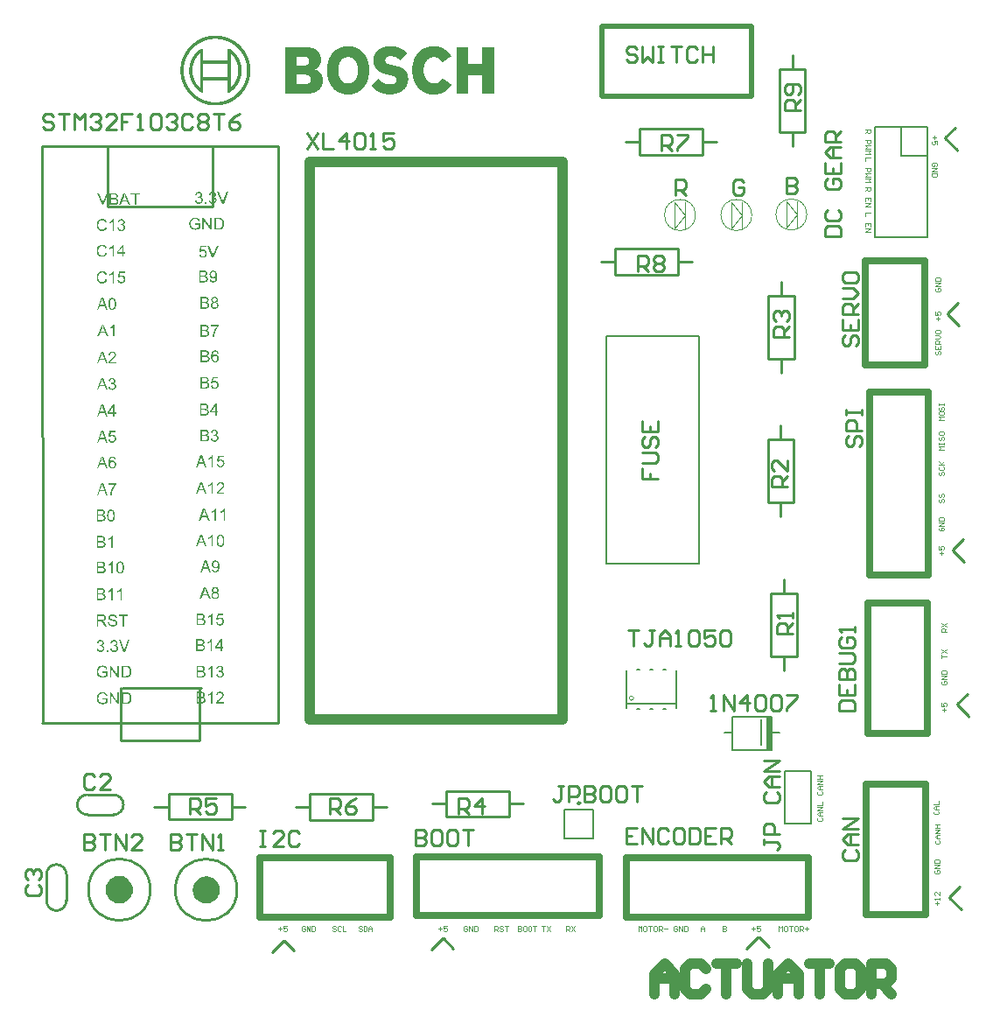
<source format=gto>
G04*
G04 #@! TF.GenerationSoftware,Altium Limited,Altium Designer,21.9.2 (33)*
G04*
G04 Layer_Color=65535*
%FSTAX24Y24*%
%MOIN*%
G70*
G04*
G04 #@! TF.SameCoordinates,BECF87E7-01DC-432B-977C-EE80B0DAAE55*
G04*
G04*
G04 #@! TF.FilePolarity,Positive*
G04*
G01*
G75*
%ADD10C,0.0100*%
%ADD11C,0.0098*%
%ADD12C,0.0040*%
%ADD13C,0.0000*%
%ADD14C,0.0070*%
%ADD15C,0.0079*%
%ADD16C,0.0050*%
%ADD17C,0.0197*%
%ADD18C,0.0394*%
%ADD19C,0.0080*%
%ADD20C,0.0250*%
%ADD21C,0.0039*%
%ADD22R,0.0200X0.1260*%
G36*
X014275Y014883D02*
X014274Y014883D01*
X014271Y014882D01*
X01427Y014883D01*
X014269Y014882D01*
X014147Y014898D01*
X014145Y014899D01*
X014143D01*
X014021Y01495D01*
X01402Y014951D01*
X014018Y014952D01*
X013913Y015032D01*
X013912Y015034D01*
X01391Y015035D01*
X01383Y01514D01*
X01383Y015142D01*
X013828Y015143D01*
X013778Y015265D01*
Y015267D01*
X013777Y015269D01*
X013759Y015399D01*
X01376Y015402D01*
X013759Y015404D01*
X013777Y015534D01*
X013778Y015536D01*
Y015538D01*
X013828Y01566D01*
X01383Y015661D01*
X01383Y015664D01*
X01391Y015768D01*
X013912Y015769D01*
X013913Y015771D01*
X014018Y015851D01*
X01402Y015852D01*
X014021Y015853D01*
X014143Y015904D01*
X014145D01*
X014147Y015905D01*
X014278Y015922D01*
X01428Y015921D01*
X014282Y015922D01*
X014412Y015905D01*
X014414Y015904D01*
X014417D01*
X014538Y015853D01*
X01454Y015852D01*
X014542Y015851D01*
X014646Y015771D01*
X014647Y015769D01*
X014649Y015768D01*
X014729Y015664D01*
X01473Y015661D01*
X014732Y01566D01*
X014782Y015538D01*
Y015536D01*
X014783Y015534D01*
X0148Y015404D01*
X0148Y015402D01*
X0148Y015399D01*
X014783Y015269D01*
X014782Y015267D01*
Y015265D01*
X014732Y015143D01*
X01473Y015142D01*
X014729Y01514D01*
X014649Y015035D01*
X014647Y015034D01*
X014646Y015032D01*
X014542Y014952D01*
X01454Y014951D01*
X014538Y01495D01*
X014417Y014899D01*
X014414D01*
X014412Y014898D01*
X014282Y014881D01*
X014281Y014881D01*
X01428Y014881D01*
X014275Y014883D01*
D02*
G37*
G36*
X017582Y014879D02*
X017581Y014879D01*
X017578Y014878D01*
X017577Y014879D01*
X017576Y014878D01*
X017454Y014894D01*
X017452Y014896D01*
X01745D01*
X017328Y014946D01*
X017327Y014947D01*
X017325Y014948D01*
X01722Y015028D01*
X017219Y01503D01*
X017217Y015031D01*
X017137Y015136D01*
X017137Y015138D01*
X017135Y015139D01*
X017085Y015261D01*
Y015263D01*
X017084Y015265D01*
X017066Y015396D01*
X017067Y015398D01*
X017066Y0154D01*
X017084Y01553D01*
X017085Y015532D01*
Y015534D01*
X017135Y015656D01*
X017137Y015658D01*
X017137Y01566D01*
X017217Y015764D01*
X017219Y015765D01*
X01722Y015767D01*
X017325Y015847D01*
X017327Y015848D01*
X017328Y015849D01*
X01745Y0159D01*
X017452D01*
X017454Y015901D01*
X017585Y015918D01*
X017587Y015917D01*
X017589Y015918D01*
X01772Y015901D01*
X017721Y0159D01*
X017724D01*
X017845Y015849D01*
X017847Y015848D01*
X017849Y015847D01*
X017953Y015767D01*
X017954Y015765D01*
X017956Y015764D01*
X018036Y01566D01*
X018037Y015658D01*
X018039Y015656D01*
X018089Y015534D01*
Y015532D01*
X01809Y01553D01*
X018107Y0154D01*
X018107Y015398D01*
X018107Y015396D01*
X01809Y015265D01*
X018089Y015263D01*
Y015261D01*
X018039Y015139D01*
X018037Y015138D01*
X018036Y015136D01*
X017956Y015031D01*
X017954Y01503D01*
X017953Y015028D01*
X017849Y014948D01*
X017847Y014947D01*
X017845Y014946D01*
X017724Y014896D01*
X017721D01*
X01772Y014894D01*
X017589Y014877D01*
X017588Y014878D01*
X017587Y014877D01*
X017582Y014879D01*
D02*
G37*
G36*
X018014Y047926D02*
X018075D01*
Y047922D01*
X018112D01*
Y047917D01*
X018145D01*
Y047912D01*
X018173D01*
Y047907D01*
X018201D01*
Y047903D01*
X018224D01*
Y047898D01*
X018243D01*
Y047893D01*
X018262D01*
Y047889D01*
X018281D01*
Y047884D01*
X018299D01*
Y047879D01*
X018313D01*
Y047875D01*
X018327D01*
Y04787D01*
X018346D01*
Y047865D01*
X01836D01*
Y047861D01*
X018374D01*
Y047856D01*
X018388D01*
Y047851D01*
X018397D01*
Y047847D01*
X018411D01*
Y047842D01*
X018425D01*
Y047837D01*
X018435D01*
Y047833D01*
X018449D01*
Y047828D01*
X018458D01*
Y047823D01*
X018468D01*
Y047819D01*
X018482D01*
Y047814D01*
X018491D01*
Y047809D01*
X0185D01*
Y047805D01*
X01851D01*
Y0478D01*
X018519D01*
Y047795D01*
X018528D01*
Y047791D01*
X018538D01*
Y047786D01*
X018547D01*
Y047781D01*
X018556D01*
Y047777D01*
X018566D01*
Y047772D01*
X018575D01*
Y047767D01*
X018584D01*
Y047763D01*
X018594D01*
Y047758D01*
X018598D01*
Y047753D01*
X018608D01*
Y047749D01*
X018617D01*
Y047744D01*
X018622D01*
Y047739D01*
X018631D01*
Y047735D01*
X01864D01*
Y04773D01*
X018645D01*
Y047725D01*
X018654D01*
Y047721D01*
X018664D01*
Y047716D01*
X018668D01*
Y047711D01*
X018678D01*
Y047707D01*
X018683D01*
Y047702D01*
X018687D01*
Y047697D01*
X018697D01*
Y047692D01*
X018701D01*
Y047688D01*
X018711D01*
Y047683D01*
X018715D01*
Y047678D01*
X018725D01*
Y047674D01*
X018729D01*
Y047669D01*
X018734D01*
Y047664D01*
X018743D01*
Y04766D01*
X018748D01*
Y047655D01*
X018753D01*
Y04765D01*
X018762D01*
Y047646D01*
X018767D01*
Y047641D01*
X018771D01*
Y047636D01*
X018776D01*
Y047632D01*
X018785D01*
Y047627D01*
X01879D01*
Y047622D01*
X018795D01*
Y047618D01*
X018799D01*
Y047613D01*
X018804D01*
Y047608D01*
X018809D01*
Y047604D01*
X018818D01*
Y047599D01*
X018823D01*
Y047594D01*
X018827D01*
Y04759D01*
X018832D01*
Y047585D01*
X018837D01*
Y04758D01*
X018841D01*
Y047576D01*
X018846D01*
Y047571D01*
X018851D01*
Y047566D01*
X018855D01*
Y047562D01*
X01886D01*
Y047557D01*
X018865D01*
Y047552D01*
X018869D01*
Y047548D01*
X018879D01*
Y047543D01*
X018883D01*
Y047534D01*
X018888D01*
Y047529D01*
X018893D01*
Y047524D01*
X018897D01*
Y04752D01*
X018902D01*
Y047515D01*
X018907D01*
Y04751D01*
X018912D01*
Y047506D01*
X018916D01*
Y047501D01*
X018921D01*
Y047496D01*
X018926D01*
Y047492D01*
X01893D01*
Y047487D01*
X018935D01*
Y047482D01*
X01894D01*
Y047477D01*
X018944D01*
Y047468D01*
X018949D01*
Y047463D01*
X018954D01*
Y047459D01*
X018958D01*
Y047454D01*
X018963D01*
Y047449D01*
X018968D01*
Y047445D01*
X018972D01*
Y047435D01*
X018977D01*
Y047431D01*
X018982D01*
Y047426D01*
X018986D01*
Y047421D01*
X018991D01*
Y047412D01*
X018996D01*
Y047407D01*
X019D01*
Y047403D01*
X019005D01*
Y047393D01*
X01901D01*
Y047389D01*
X019014D01*
Y047384D01*
X019019D01*
Y047375D01*
X019024D01*
Y04737D01*
X019028D01*
Y047361D01*
X019033D01*
Y047356D01*
X019038D01*
Y047351D01*
X019042D01*
Y047342D01*
X019047D01*
Y047337D01*
X019052D01*
Y047328D01*
X019056D01*
Y047323D01*
X019061D01*
Y047314D01*
X019066D01*
Y047305D01*
X01907D01*
Y0473D01*
X019075D01*
Y047291D01*
X01908D01*
Y047281D01*
X019084D01*
Y047277D01*
X019089D01*
Y047267D01*
X019094D01*
Y047258D01*
X019098D01*
Y047253D01*
X019103D01*
Y047244D01*
X019108D01*
Y047234D01*
X019112D01*
Y047225D01*
X019117D01*
Y047216D01*
X019122D01*
Y047206D01*
X019126D01*
Y047197D01*
X019131D01*
Y047188D01*
X019136D01*
Y047178D01*
X019141D01*
Y047169D01*
X019145D01*
Y04716D01*
X01915D01*
Y04715D01*
X019155D01*
Y047141D01*
X019159D01*
Y047127D01*
X019164D01*
Y047118D01*
X019169D01*
Y047108D01*
X019173D01*
Y047094D01*
X019178D01*
Y047085D01*
X019183D01*
Y047071D01*
X019187D01*
Y047057D01*
X019192D01*
Y047048D01*
X019197D01*
Y047034D01*
X019201D01*
Y047019D01*
X019206D01*
Y047005D01*
X019211D01*
Y046991D01*
X019215D01*
Y046973D01*
X01922D01*
Y046959D01*
X019225D01*
Y04694D01*
X019229D01*
Y046921D01*
X019234D01*
Y046903D01*
X019239D01*
Y046884D01*
X019243D01*
Y046861D01*
X019248D01*
Y046837D01*
X019253D01*
Y046804D01*
X019257D01*
Y046772D01*
X019262D01*
Y046734D01*
X019267D01*
Y046674D01*
X019271D01*
Y046529D01*
X019267D01*
Y046463D01*
X019262D01*
Y046426D01*
X019257D01*
Y046393D01*
X019253D01*
Y046365D01*
X019248D01*
Y046342D01*
X019243D01*
Y046318D01*
X019239D01*
Y046295D01*
X019234D01*
Y046276D01*
X019229D01*
Y046258D01*
X019225D01*
Y046244D01*
X01922D01*
Y046225D01*
X019215D01*
Y046211D01*
X019211D01*
Y046197D01*
X019206D01*
Y046183D01*
X019201D01*
Y046169D01*
X019197D01*
Y046155D01*
X019192D01*
Y046141D01*
X019187D01*
Y046127D01*
X019183D01*
Y046117D01*
X019178D01*
Y046103D01*
X019173D01*
Y046094D01*
X019169D01*
Y04608D01*
X019164D01*
Y046071D01*
X019159D01*
Y046061D01*
X019155D01*
Y046047D01*
X01915D01*
Y046038D01*
X019145D01*
Y046029D01*
X019141D01*
Y046019D01*
X019136D01*
Y04601D01*
X019131D01*
Y046001D01*
X019126D01*
Y045991D01*
X019122D01*
Y045982D01*
X019117D01*
Y045973D01*
X019112D01*
Y045963D01*
X019108D01*
Y045959D01*
X019103D01*
Y045949D01*
X019098D01*
Y04594D01*
X019094D01*
Y045931D01*
X019089D01*
Y045926D01*
X019084D01*
Y045917D01*
X01908D01*
Y045907D01*
X019075D01*
Y045902D01*
X01907D01*
Y045893D01*
X019066D01*
Y045884D01*
X019061D01*
Y045879D01*
X019056D01*
Y04587D01*
X019052D01*
Y045865D01*
X019047D01*
Y045856D01*
X019042D01*
Y045851D01*
X019038D01*
Y045842D01*
X019033D01*
Y045837D01*
X019028D01*
Y045832D01*
X019024D01*
Y045823D01*
X019019D01*
Y045818D01*
X019014D01*
Y045809D01*
X01901D01*
Y045804D01*
X019005D01*
Y0458D01*
X019D01*
Y04579D01*
X018996D01*
Y045786D01*
X018991D01*
Y045781D01*
X018986D01*
Y045776D01*
X018982D01*
Y045767D01*
X018977D01*
Y045762D01*
X018972D01*
Y045758D01*
X018968D01*
Y045753D01*
X018963D01*
Y045744D01*
X018958D01*
Y045739D01*
X018954D01*
Y045734D01*
X018949D01*
Y04573D01*
X018944D01*
Y045725D01*
X01894D01*
Y04572D01*
X018935D01*
Y045716D01*
X01893D01*
Y045706D01*
X018926D01*
Y045702D01*
X018921D01*
Y045697D01*
X018916D01*
Y045692D01*
X018912D01*
Y045687D01*
X018907D01*
Y045683D01*
X018902D01*
Y045678D01*
X018897D01*
Y045673D01*
X018893D01*
Y045669D01*
X018888D01*
Y045664D01*
X018883D01*
Y045659D01*
X018879D01*
Y045655D01*
X018874D01*
Y04565D01*
X018869D01*
Y045645D01*
X018865D01*
Y045641D01*
X01886D01*
Y045636D01*
X018855D01*
Y045631D01*
X018851D01*
Y045627D01*
X018846D01*
Y045622D01*
X018841D01*
Y045617D01*
X018837D01*
Y045613D01*
X018832D01*
Y045608D01*
X018823D01*
Y045603D01*
X018818D01*
Y045599D01*
X018813D01*
Y045594D01*
X018809D01*
Y045589D01*
X018804D01*
Y045585D01*
X018799D01*
Y04558D01*
X01879D01*
Y045575D01*
X018785D01*
Y045571D01*
X018781D01*
Y045566D01*
X018776D01*
Y045561D01*
X018771D01*
Y045557D01*
X018762D01*
Y045552D01*
X018757D01*
Y045547D01*
X018753D01*
Y045543D01*
X018743D01*
Y045538D01*
X018739D01*
Y045533D01*
X018734D01*
Y045529D01*
X018725D01*
Y045524D01*
X01872D01*
Y045519D01*
X018715D01*
Y045515D01*
X018706D01*
Y04551D01*
X018701D01*
Y045505D01*
X018692D01*
Y045501D01*
X018687D01*
Y045496D01*
X018678D01*
Y045491D01*
X018673D01*
Y045487D01*
X018664D01*
Y045482D01*
X018659D01*
Y045477D01*
X01865D01*
Y045472D01*
X018645D01*
Y045468D01*
X018636D01*
Y045463D01*
X018626D01*
Y045458D01*
X018622D01*
Y045454D01*
X018612D01*
Y045449D01*
X018603D01*
Y045444D01*
X018598D01*
Y04544D01*
X018589D01*
Y045435D01*
X01858D01*
Y04543D01*
X01857D01*
Y045426D01*
X018561D01*
Y045421D01*
X018552D01*
Y045416D01*
X018542D01*
Y045412D01*
X018533D01*
Y045407D01*
X018524D01*
Y045402D01*
X018514D01*
Y045398D01*
X018505D01*
Y045393D01*
X018496D01*
Y045388D01*
X018486D01*
Y045384D01*
X018477D01*
Y045379D01*
X018463D01*
Y045374D01*
X018453D01*
Y04537D01*
X018444D01*
Y045365D01*
X01843D01*
Y04536D01*
X018421D01*
Y045356D01*
X018407D01*
Y045351D01*
X018393D01*
Y045346D01*
X018383D01*
Y045342D01*
X018365D01*
Y045337D01*
X018355D01*
Y045332D01*
X018337D01*
Y045328D01*
X018323D01*
Y045323D01*
X018309D01*
Y045318D01*
X01829D01*
Y045314D01*
X018271D01*
Y045309D01*
X018253D01*
Y045304D01*
X018234D01*
Y0453D01*
X01821D01*
Y045295D01*
X018192D01*
Y04529D01*
X018164D01*
Y045286D01*
X018131D01*
Y045281D01*
X018098D01*
Y045276D01*
X018052D01*
Y045272D01*
X017949D01*
Y045267D01*
X01793D01*
Y045272D01*
X017827D01*
Y045276D01*
X01778D01*
Y045281D01*
X017743D01*
Y045286D01*
X017715D01*
Y04529D01*
X017692D01*
Y045295D01*
X017664D01*
Y0453D01*
X017645D01*
Y045304D01*
X017626D01*
Y045309D01*
X017608D01*
Y045314D01*
X017589D01*
Y045318D01*
X01757D01*
Y045323D01*
X017556D01*
Y045328D01*
X017542D01*
Y045332D01*
X017528D01*
Y045337D01*
X017509D01*
Y045342D01*
X0175D01*
Y045346D01*
X017486D01*
Y045351D01*
X017472D01*
Y045356D01*
X017458D01*
Y04536D01*
X017449D01*
Y045365D01*
X017435D01*
Y04537D01*
X017425D01*
Y045374D01*
X017416D01*
Y045379D01*
X017402D01*
Y045384D01*
X017393D01*
Y045388D01*
X017383D01*
Y045393D01*
X017374D01*
Y045398D01*
X017365D01*
Y045402D01*
X017355D01*
Y045407D01*
X017346D01*
Y045412D01*
X017336D01*
Y045416D01*
X017327D01*
Y045421D01*
X017318D01*
Y045426D01*
X017308D01*
Y04543D01*
X017299D01*
Y045435D01*
X01729D01*
Y04544D01*
X01728D01*
Y045444D01*
X017276D01*
Y045449D01*
X017266D01*
Y045454D01*
X017257D01*
Y045458D01*
X017252D01*
Y045463D01*
X017243D01*
Y045468D01*
X017234D01*
Y045472D01*
X017229D01*
Y045477D01*
X01722D01*
Y045482D01*
X017215D01*
Y045487D01*
X017206D01*
Y045491D01*
X017201D01*
Y045496D01*
X017192D01*
Y045501D01*
X017187D01*
Y045505D01*
X017178D01*
Y04551D01*
X017173D01*
Y045515D01*
X017164D01*
Y045519D01*
X017159D01*
Y045524D01*
X017154D01*
Y045529D01*
X017145D01*
Y045533D01*
X01714D01*
Y045538D01*
X017136D01*
Y045543D01*
X017126D01*
Y045547D01*
X017121D01*
Y045552D01*
X017117D01*
Y045557D01*
X017107D01*
Y045561D01*
X017103D01*
Y045566D01*
X017098D01*
Y045571D01*
X017093D01*
Y045575D01*
X017089D01*
Y04558D01*
X017079D01*
Y045585D01*
X017075D01*
Y045589D01*
X01707D01*
Y045594D01*
X017065D01*
Y045599D01*
X017061D01*
Y045603D01*
X017056D01*
Y045608D01*
X017047D01*
Y045613D01*
X017042D01*
Y045617D01*
X017037D01*
Y045622D01*
X017033D01*
Y045627D01*
X017028D01*
Y045631D01*
X017023D01*
Y045636D01*
X017019D01*
Y045641D01*
X017014D01*
Y045645D01*
X017009D01*
Y04565D01*
X017005D01*
Y045655D01*
X017D01*
Y045659D01*
X016995D01*
Y045664D01*
X016991D01*
Y045669D01*
X016986D01*
Y045673D01*
X016981D01*
Y045678D01*
X016977D01*
Y045683D01*
X016972D01*
Y045687D01*
X016967D01*
Y045692D01*
X016963D01*
Y045697D01*
X016958D01*
Y045702D01*
X016953D01*
Y045706D01*
X016949D01*
Y045711D01*
X016944D01*
Y04572D01*
X016939D01*
Y045725D01*
X016935D01*
Y04573D01*
X01693D01*
Y045734D01*
X016925D01*
Y045739D01*
X016921D01*
Y045744D01*
X016916D01*
Y045753D01*
X016911D01*
Y045758D01*
X016907D01*
Y045762D01*
X016902D01*
Y045767D01*
X016897D01*
Y045776D01*
X016892D01*
Y045781D01*
X016888D01*
Y045786D01*
X016883D01*
Y04579D01*
X016878D01*
Y0458D01*
X016874D01*
Y045804D01*
X016869D01*
Y045809D01*
X016864D01*
Y045818D01*
X01686D01*
Y045823D01*
X016855D01*
Y045828D01*
X01685D01*
Y045837D01*
X016846D01*
Y045842D01*
X016841D01*
Y045851D01*
X016836D01*
Y045856D01*
X016832D01*
Y045865D01*
X016827D01*
Y04587D01*
X016822D01*
Y045879D01*
X016818D01*
Y045884D01*
X016813D01*
Y045893D01*
X016808D01*
Y045902D01*
X016804D01*
Y045907D01*
X016799D01*
Y045917D01*
X016794D01*
Y045926D01*
X01679D01*
Y045931D01*
X016785D01*
Y04594D01*
X01678D01*
Y045949D01*
X016776D01*
Y045959D01*
X016771D01*
Y045963D01*
X016766D01*
Y045973D01*
X016762D01*
Y045982D01*
X016757D01*
Y045991D01*
X016752D01*
Y046001D01*
X016748D01*
Y04601D01*
X016743D01*
Y046019D01*
X016738D01*
Y046029D01*
X016734D01*
Y046038D01*
X016729D01*
Y046047D01*
X016724D01*
Y046061D01*
X01672D01*
Y046071D01*
X016715D01*
Y04608D01*
X01671D01*
Y046094D01*
X016706D01*
Y046103D01*
X016701D01*
Y046113D01*
X016696D01*
Y046127D01*
X016692D01*
Y046141D01*
X016687D01*
Y046155D01*
X016682D01*
Y046164D01*
X016678D01*
Y046178D01*
X016673D01*
Y046192D01*
X016668D01*
Y046211D01*
X016663D01*
Y046225D01*
X016659D01*
Y046239D01*
X016654D01*
Y046258D01*
X016649D01*
Y046276D01*
X016645D01*
Y046295D01*
X01664D01*
Y046318D01*
X016635D01*
Y046337D01*
X016631D01*
Y046365D01*
X016626D01*
Y046389D01*
X016621D01*
Y046421D01*
X016617D01*
Y046463D01*
X016612D01*
Y046519D01*
X016607D01*
Y046678D01*
X016612D01*
Y046739D01*
X016617D01*
Y046776D01*
X016621D01*
Y046809D01*
X016626D01*
Y046837D01*
X016631D01*
Y046861D01*
X016635D01*
Y046884D01*
X01664D01*
Y046903D01*
X016645D01*
Y046921D01*
X016649D01*
Y04694D01*
X016654D01*
Y046959D01*
X016659D01*
Y046977D01*
X016663D01*
Y046991D01*
X016668D01*
Y047005D01*
X016673D01*
Y047019D01*
X016678D01*
Y047034D01*
X016682D01*
Y047048D01*
X016687D01*
Y047062D01*
X016692D01*
Y047071D01*
X016696D01*
Y047085D01*
X016701D01*
Y047094D01*
X016706D01*
Y047108D01*
X01671D01*
Y047118D01*
X016715D01*
Y047132D01*
X01672D01*
Y047141D01*
X016724D01*
Y04715D01*
X016729D01*
Y04716D01*
X016734D01*
Y047169D01*
X016738D01*
Y047178D01*
X016743D01*
Y047188D01*
X016748D01*
Y047202D01*
X016752D01*
Y047206D01*
X016757D01*
Y047216D01*
X016762D01*
Y047225D01*
X016766D01*
Y047234D01*
X016771D01*
Y047244D01*
X016776D01*
Y047253D01*
X01678D01*
Y047263D01*
X016785D01*
Y047267D01*
X01679D01*
Y047277D01*
X016794D01*
Y047286D01*
X016799D01*
Y047291D01*
X016804D01*
Y0473D01*
X016808D01*
Y047305D01*
X016813D01*
Y047314D01*
X016818D01*
Y047323D01*
X016822D01*
Y047328D01*
X016827D01*
Y047337D01*
X016832D01*
Y047342D01*
X016836D01*
Y047351D01*
X016841D01*
Y047356D01*
X016846D01*
Y047365D01*
X01685D01*
Y04737D01*
X016855D01*
Y047375D01*
X01686D01*
Y047384D01*
X016864D01*
Y047389D01*
X016869D01*
Y047393D01*
X016874D01*
Y047403D01*
X016878D01*
Y047407D01*
X016883D01*
Y047412D01*
X016888D01*
Y047421D01*
X016892D01*
Y047426D01*
X016897D01*
Y047431D01*
X016902D01*
Y047435D01*
X016907D01*
Y047445D01*
X016911D01*
Y047449D01*
X016916D01*
Y047454D01*
X016921D01*
Y047459D01*
X016925D01*
Y047463D01*
X01693D01*
Y047473D01*
X016935D01*
Y047477D01*
X016939D01*
Y047482D01*
X016944D01*
Y047487D01*
X016949D01*
Y047492D01*
X016953D01*
Y047496D01*
X016958D01*
Y047501D01*
X016963D01*
Y047506D01*
X016967D01*
Y04751D01*
X016972D01*
Y047515D01*
X016977D01*
Y047524D01*
X016981D01*
Y047529D01*
X016986D01*
Y047534D01*
X016991D01*
Y047538D01*
X016995D01*
Y047543D01*
X017D01*
Y047548D01*
X017005D01*
Y047552D01*
X017009D01*
Y047557D01*
X017019D01*
Y047562D01*
X017023D01*
Y047566D01*
X017028D01*
Y047571D01*
X017033D01*
Y047576D01*
X017037D01*
Y04758D01*
X017042D01*
Y047585D01*
X017047D01*
Y04759D01*
X017051D01*
Y047594D01*
X017056D01*
Y047599D01*
X017061D01*
Y047604D01*
X017065D01*
Y047608D01*
X017075D01*
Y047613D01*
X017079D01*
Y047618D01*
X017084D01*
Y047622D01*
X017089D01*
Y047627D01*
X017093D01*
Y047632D01*
X017103D01*
Y047636D01*
X017107D01*
Y047641D01*
X017112D01*
Y047646D01*
X017117D01*
Y04765D01*
X017126D01*
Y047655D01*
X017131D01*
Y04766D01*
X017136D01*
Y047664D01*
X017145D01*
Y047669D01*
X01715D01*
Y047674D01*
X017154D01*
Y047678D01*
X017164D01*
Y047683D01*
X017168D01*
Y047688D01*
X017178D01*
Y047692D01*
X017182D01*
Y047697D01*
X017187D01*
Y047702D01*
X017196D01*
Y047707D01*
X017201D01*
Y047711D01*
X01721D01*
Y047716D01*
X01722D01*
Y047721D01*
X017224D01*
Y047725D01*
X017234D01*
Y04773D01*
X017238D01*
Y047735D01*
X017248D01*
Y047739D01*
X017252D01*
Y047744D01*
X017262D01*
Y047749D01*
X017271D01*
Y047753D01*
X01728D01*
Y047758D01*
X017285D01*
Y047763D01*
X017294D01*
Y047767D01*
X017304D01*
Y047772D01*
X017313D01*
Y047777D01*
X017322D01*
Y047781D01*
X017332D01*
Y047786D01*
X017341D01*
Y047791D01*
X01735D01*
Y047795D01*
X01736D01*
Y0478D01*
X017369D01*
Y047805D01*
X017379D01*
Y047809D01*
X017388D01*
Y047814D01*
X017397D01*
Y047819D01*
X017411D01*
Y047823D01*
X017421D01*
Y047828D01*
X01743D01*
Y047833D01*
X017444D01*
Y047837D01*
X017453D01*
Y047842D01*
X017467D01*
Y047847D01*
X017481D01*
Y047851D01*
X017491D01*
Y047856D01*
X017505D01*
Y047861D01*
X017519D01*
Y047865D01*
X017533D01*
Y04787D01*
X017547D01*
Y047875D01*
X017565D01*
Y047879D01*
X01758D01*
Y047884D01*
X017598D01*
Y047889D01*
X017617D01*
Y047893D01*
X017636D01*
Y047898D01*
X017659D01*
Y047903D01*
X017678D01*
Y047907D01*
X017706D01*
Y047912D01*
X017734D01*
Y047917D01*
X017766D01*
Y047922D01*
X017804D01*
Y047926D01*
X017865D01*
Y047931D01*
X018014D01*
Y047926D01*
D02*
G37*
G36*
X021487Y047477D02*
X021533D01*
Y047473D01*
X021566D01*
Y047468D01*
X02159D01*
Y047463D01*
X021608D01*
Y047459D01*
X021627D01*
Y047454D01*
X021641D01*
Y047449D01*
X021655D01*
Y047445D01*
X021669D01*
Y04744D01*
X021683D01*
Y047435D01*
X021692D01*
Y047431D01*
X021706D01*
Y047426D01*
X021716D01*
Y047421D01*
X021725D01*
Y047417D01*
X021734D01*
Y047412D01*
X021744D01*
Y047407D01*
X021753D01*
Y047403D01*
X021758D01*
Y047398D01*
X021767D01*
Y047393D01*
X021776D01*
Y047389D01*
X021781D01*
Y047384D01*
X021786D01*
Y047379D01*
X021795D01*
Y047375D01*
X0218D01*
Y04737D01*
X021804D01*
Y047365D01*
X021814D01*
Y047361D01*
X021819D01*
Y047356D01*
X021823D01*
Y047351D01*
X021828D01*
Y047347D01*
X021833D01*
Y047342D01*
X021837D01*
Y047337D01*
X021842D01*
Y047333D01*
X021847D01*
Y047328D01*
X021851D01*
Y047323D01*
X021856D01*
Y047319D01*
X021861D01*
Y047314D01*
X021865D01*
Y047309D01*
X02187D01*
Y0473D01*
X021875D01*
Y047295D01*
X021879D01*
Y047291D01*
X021884D01*
Y047281D01*
X021889D01*
Y047277D01*
X021893D01*
Y047267D01*
X021898D01*
Y047263D01*
X021903D01*
Y047253D01*
X021907D01*
Y047244D01*
X021912D01*
Y047234D01*
X021917D01*
Y047225D01*
X021921D01*
Y047216D01*
X021926D01*
Y047206D01*
X021931D01*
Y047192D01*
X021935D01*
Y047183D01*
X02194D01*
Y047169D01*
X021945D01*
Y04715D01*
X021949D01*
Y047136D01*
X021954D01*
Y047113D01*
X021959D01*
Y047085D01*
X021963D01*
Y047038D01*
X021968D01*
Y046968D01*
X021963D01*
Y046931D01*
X021959D01*
Y046907D01*
X021954D01*
Y046889D01*
X021949D01*
Y046875D01*
X021945D01*
Y046861D01*
X02194D01*
Y046851D01*
X021935D01*
Y046842D01*
X021931D01*
Y046828D01*
X021926D01*
Y046819D01*
X021921D01*
Y046814D01*
X021917D01*
Y046804D01*
X021912D01*
Y046795D01*
X021907D01*
Y04679D01*
X021903D01*
Y046781D01*
X021898D01*
Y046776D01*
X021893D01*
Y046767D01*
X021889D01*
Y046762D01*
X021884D01*
Y046758D01*
X021879D01*
Y046753D01*
X021875D01*
Y046744D01*
X02187D01*
Y046739D01*
X021865D01*
Y046734D01*
X021861D01*
Y04673D01*
X021856D01*
Y046725D01*
X021851D01*
Y04672D01*
X021847D01*
Y046716D01*
X021842D01*
Y046711D01*
X021837D01*
Y046706D01*
X021828D01*
Y046702D01*
X021823D01*
Y046697D01*
X021819D01*
Y046692D01*
X021814D01*
Y046688D01*
X021804D01*
Y046683D01*
X0218D01*
Y046678D01*
X02179D01*
Y046674D01*
X021786D01*
Y046669D01*
X021776D01*
Y046664D01*
X021767D01*
Y04666D01*
X021758D01*
Y046655D01*
X021748D01*
Y04665D01*
X021739D01*
Y046646D01*
X021725D01*
Y046641D01*
X02173D01*
Y046636D01*
X021744D01*
Y046632D01*
X021753D01*
Y046627D01*
X021767D01*
Y046622D01*
X021776D01*
Y046618D01*
X02179D01*
Y046613D01*
X0218D01*
Y046608D01*
X021809D01*
Y046604D01*
X021819D01*
Y046599D01*
X021823D01*
Y046594D01*
X021833D01*
Y046589D01*
X021842D01*
Y046585D01*
X021847D01*
Y04658D01*
X021856D01*
Y046575D01*
X021861D01*
Y046571D01*
X02187D01*
Y046566D01*
X021875D01*
Y046561D01*
X021884D01*
Y046557D01*
X021889D01*
Y046552D01*
X021893D01*
Y046547D01*
X021898D01*
Y046543D01*
X021903D01*
Y046538D01*
X021907D01*
Y046533D01*
X021917D01*
Y046529D01*
X021921D01*
Y046524D01*
X021926D01*
Y046519D01*
X021931D01*
Y04651D01*
X021935D01*
Y046505D01*
X02194D01*
Y046501D01*
X021945D01*
Y046496D01*
X021949D01*
Y046491D01*
X021954D01*
Y046487D01*
X021959D01*
Y046477D01*
X021963D01*
Y046473D01*
X021968D01*
Y046463D01*
X021973D01*
Y046459D01*
X021977D01*
Y046449D01*
X021982D01*
Y046445D01*
X021987D01*
Y046435D01*
X021991D01*
Y046426D01*
X021996D01*
Y046417D01*
X022001D01*
Y046407D01*
X022005D01*
Y046393D01*
X02201D01*
Y046384D01*
X022015D01*
Y04637D01*
X022019D01*
Y046356D01*
X022024D01*
Y046337D01*
X022029D01*
Y046318D01*
X022034D01*
Y04629D01*
X022038D01*
Y046248D01*
X022043D01*
Y046188D01*
X022038D01*
Y046146D01*
X022034D01*
Y046117D01*
X022029D01*
Y046099D01*
X022024D01*
Y046085D01*
X022019D01*
Y046071D01*
X022015D01*
Y046057D01*
X02201D01*
Y046043D01*
X022005D01*
Y046033D01*
X022001D01*
Y046024D01*
X021996D01*
Y046015D01*
X021991D01*
Y046005D01*
X021987D01*
Y045996D01*
X021982D01*
Y045987D01*
X021977D01*
Y045977D01*
X021973D01*
Y045973D01*
X021968D01*
Y045963D01*
X021963D01*
Y045959D01*
X021959D01*
Y045949D01*
X021954D01*
Y045945D01*
X021949D01*
Y04594D01*
X021945D01*
Y045931D01*
X02194D01*
Y045926D01*
X021935D01*
Y045921D01*
X021931D01*
Y045917D01*
X021926D01*
Y045912D01*
X021921D01*
Y045907D01*
X021917D01*
Y045902D01*
X021912D01*
Y045898D01*
X021907D01*
Y045893D01*
X021903D01*
Y045888D01*
X021898D01*
Y045884D01*
X021893D01*
Y045879D01*
X021889D01*
Y045874D01*
X021884D01*
Y04587D01*
X021879D01*
Y045865D01*
X021875D01*
Y04586D01*
X02187D01*
Y045856D01*
X021861D01*
Y045851D01*
X021856D01*
Y045846D01*
X021851D01*
Y045842D01*
X021842D01*
Y045837D01*
X021837D01*
Y045832D01*
X021833D01*
Y045828D01*
X021823D01*
Y045823D01*
X021819D01*
Y045818D01*
X021809D01*
Y045814D01*
X0218D01*
Y045809D01*
X021795D01*
Y045804D01*
X021786D01*
Y0458D01*
X021776D01*
Y045795D01*
X021767D01*
Y04579D01*
X021758D01*
Y045786D01*
X021748D01*
Y045781D01*
X021739D01*
Y045776D01*
X021725D01*
Y045772D01*
X021716D01*
Y045767D01*
X021702D01*
Y045762D01*
X021688D01*
Y045758D01*
X021674D01*
Y045753D01*
X02166D01*
Y045748D01*
X021641D01*
Y045744D01*
X021622D01*
Y045739D01*
X021594D01*
Y045734D01*
X021561D01*
Y04573D01*
X020599D01*
Y047482D01*
X021487D01*
Y047477D01*
D02*
G37*
G36*
X023085Y04752D02*
X023122D01*
Y047515D01*
X023151D01*
Y04751D01*
X023174D01*
Y047506D01*
X023197D01*
Y047501D01*
X023216D01*
Y047496D01*
X02323D01*
Y047492D01*
X023249D01*
Y047487D01*
X023263D01*
Y047482D01*
X023272D01*
Y047477D01*
X023286D01*
Y047473D01*
X0233D01*
Y047468D01*
X023309D01*
Y047463D01*
X023323D01*
Y047459D01*
X023333D01*
Y047454D01*
X023342D01*
Y047449D01*
X023351D01*
Y047445D01*
X023361D01*
Y04744D01*
X02337D01*
Y047435D01*
X02338D01*
Y047431D01*
X023389D01*
Y047426D01*
X023394D01*
Y047421D01*
X023403D01*
Y047417D01*
X023412D01*
Y047412D01*
X023417D01*
Y047407D01*
X023426D01*
Y047403D01*
X023431D01*
Y047398D01*
X02344D01*
Y047393D01*
X023445D01*
Y047389D01*
X023454D01*
Y047384D01*
X023459D01*
Y047379D01*
X023464D01*
Y047375D01*
X023473D01*
Y04737D01*
X023478D01*
Y047365D01*
X023482D01*
Y047361D01*
X023487D01*
Y047356D01*
X023496D01*
Y047351D01*
X023501D01*
Y047347D01*
X023506D01*
Y047342D01*
X02351D01*
Y047337D01*
X023515D01*
Y047333D01*
X02352D01*
Y047328D01*
X023524D01*
Y047323D01*
X023534D01*
Y047319D01*
X023538D01*
Y047314D01*
X023543D01*
Y047305D01*
X023548D01*
Y0473D01*
X023552D01*
Y047295D01*
X023557D01*
Y047291D01*
X023562D01*
Y047286D01*
X023566D01*
Y047281D01*
X023571D01*
Y047277D01*
X023576D01*
Y047272D01*
X02358D01*
Y047267D01*
X023585D01*
Y047263D01*
X02359D01*
Y047253D01*
X023595D01*
Y047248D01*
X023599D01*
Y047244D01*
X023604D01*
Y047239D01*
X023609D01*
Y04723D01*
X023613D01*
Y047225D01*
X023618D01*
Y04722D01*
X023623D01*
Y047211D01*
X023627D01*
Y047206D01*
X023632D01*
Y047197D01*
X023637D01*
Y047192D01*
X023641D01*
Y047183D01*
X023646D01*
Y047178D01*
X023651D01*
Y047169D01*
X023655D01*
Y047164D01*
X02366D01*
Y047155D01*
X023665D01*
Y047146D01*
X023669D01*
Y047136D01*
X023674D01*
Y047132D01*
X023679D01*
Y047122D01*
X023683D01*
Y047113D01*
X023688D01*
Y047104D01*
X023693D01*
Y047094D01*
X023697D01*
Y047085D01*
X023702D01*
Y047071D01*
X023707D01*
Y047062D01*
X023711D01*
Y047052D01*
X023716D01*
Y047043D01*
X023721D01*
Y047029D01*
X023725D01*
Y047019D01*
X02373D01*
Y047005D01*
X023735D01*
Y046991D01*
X023739D01*
Y046977D01*
X023744D01*
Y046963D01*
X023749D01*
Y046949D01*
X023753D01*
Y046931D01*
X023758D01*
Y046917D01*
X023763D01*
Y046898D01*
X023767D01*
Y046879D01*
X023772D01*
Y046856D01*
X023777D01*
Y046833D01*
X023781D01*
Y046804D01*
X023786D01*
Y046772D01*
X023791D01*
Y04673D01*
X023795D01*
Y04666D01*
X0238D01*
Y046557D01*
X023795D01*
Y046491D01*
X023791D01*
Y046445D01*
X023786D01*
Y046412D01*
X023781D01*
Y046389D01*
X023777D01*
Y046361D01*
X023772D01*
Y046342D01*
X023767D01*
Y046318D01*
X023763D01*
Y046304D01*
X023758D01*
Y046286D01*
X023753D01*
Y046267D01*
X023749D01*
Y046253D01*
X023744D01*
Y046239D01*
X023739D01*
Y046225D01*
X023735D01*
Y046211D01*
X02373D01*
Y046202D01*
X023725D01*
Y046188D01*
X023721D01*
Y046178D01*
X023716D01*
Y046164D01*
X023711D01*
Y046155D01*
X023707D01*
Y046146D01*
X023702D01*
Y046136D01*
X023697D01*
Y046127D01*
X023693D01*
Y046117D01*
X023688D01*
Y046108D01*
X023683D01*
Y046099D01*
X023679D01*
Y046089D01*
X023674D01*
Y04608D01*
X023669D01*
Y046071D01*
X023665D01*
Y046061D01*
X02366D01*
Y046057D01*
X023655D01*
Y046047D01*
X023651D01*
Y046043D01*
X023646D01*
Y046033D01*
X023641D01*
Y046024D01*
X023637D01*
Y046019D01*
X023632D01*
Y046015D01*
X023627D01*
Y046005D01*
X023623D01*
Y046001D01*
X023618D01*
Y045991D01*
X023613D01*
Y045987D01*
X023609D01*
Y045982D01*
X023604D01*
Y045973D01*
X023599D01*
Y045968D01*
X023595D01*
Y045963D01*
X02359D01*
Y045959D01*
X023585D01*
Y045949D01*
X02358D01*
Y045945D01*
X023576D01*
Y04594D01*
X023571D01*
Y045935D01*
X023566D01*
Y045931D01*
X023562D01*
Y045926D01*
X023557D01*
Y045921D01*
X023552D01*
Y045917D01*
X023548D01*
Y045912D01*
X023543D01*
Y045907D01*
X023538D01*
Y045902D01*
X023534D01*
Y045898D01*
X023529D01*
Y045893D01*
X023524D01*
Y045888D01*
X02352D01*
Y045884D01*
X023515D01*
Y045879D01*
X02351D01*
Y045874D01*
X023506D01*
Y04587D01*
X023501D01*
Y045865D01*
X023492D01*
Y04586D01*
X023487D01*
Y045856D01*
X023482D01*
Y045851D01*
X023478D01*
Y045846D01*
X023473D01*
Y045842D01*
X023464D01*
Y045837D01*
X023459D01*
Y045832D01*
X02345D01*
Y045828D01*
X023445D01*
Y045823D01*
X02344D01*
Y045818D01*
X023431D01*
Y045814D01*
X023426D01*
Y045809D01*
X023417D01*
Y045804D01*
X023412D01*
Y0458D01*
X023403D01*
Y045795D01*
X023394D01*
Y04579D01*
X023384D01*
Y045786D01*
X02338D01*
Y045781D01*
X02337D01*
Y045776D01*
X023361D01*
Y045772D01*
X023351D01*
Y045767D01*
X023342D01*
Y045762D01*
X023333D01*
Y045758D01*
X023319D01*
Y045753D01*
X023309D01*
Y045748D01*
X0233D01*
Y045744D01*
X023286D01*
Y045739D01*
X023272D01*
Y045734D01*
X023263D01*
Y04573D01*
X023244D01*
Y045725D01*
X02323D01*
Y04572D01*
X023216D01*
Y045716D01*
X023193D01*
Y045711D01*
X023174D01*
Y045706D01*
X023151D01*
Y045702D01*
X023122D01*
Y045697D01*
X023085D01*
Y045692D01*
X022903D01*
Y045697D01*
X022865D01*
Y045702D01*
X022837D01*
Y045706D01*
X022809D01*
Y045711D01*
X022795D01*
Y045716D01*
X022772D01*
Y04572D01*
X022758D01*
Y045725D01*
X022739D01*
Y04573D01*
X022725D01*
Y045734D01*
X022716D01*
Y045739D01*
X022702D01*
Y045744D01*
X022688D01*
Y045748D01*
X022678D01*
Y045753D01*
X022669D01*
Y045758D01*
X022655D01*
Y045762D01*
X022646D01*
Y045767D01*
X022636D01*
Y045772D01*
X022627D01*
Y045776D01*
X022618D01*
Y045781D01*
X022608D01*
Y045786D01*
X022599D01*
Y04579D01*
X022594D01*
Y045795D01*
X022585D01*
Y0458D01*
X022576D01*
Y045804D01*
X022571D01*
Y045809D01*
X022562D01*
Y045814D01*
X022557D01*
Y045818D01*
X022548D01*
Y045823D01*
X022543D01*
Y045828D01*
X022534D01*
Y045832D01*
X022529D01*
Y045837D01*
X022524D01*
Y045842D01*
X022515D01*
Y045846D01*
X02251D01*
Y045851D01*
X022506D01*
Y045856D01*
X022501D01*
Y04586D01*
X022492D01*
Y045865D01*
X022487D01*
Y04587D01*
X022482D01*
Y045874D01*
X022478D01*
Y045879D01*
X022473D01*
Y045884D01*
X022468D01*
Y045888D01*
X022463D01*
Y045893D01*
X022459D01*
Y045898D01*
X022454D01*
Y045902D01*
X022449D01*
Y045907D01*
X022445D01*
Y045912D01*
X02244D01*
Y045917D01*
X022435D01*
Y045921D01*
X022431D01*
Y045926D01*
X022426D01*
Y045931D01*
X022421D01*
Y045935D01*
X022417D01*
Y04594D01*
X022412D01*
Y045945D01*
X022407D01*
Y045949D01*
X022403D01*
Y045954D01*
X022398D01*
Y045963D01*
X022393D01*
Y045968D01*
X022389D01*
Y045973D01*
X022384D01*
Y045977D01*
X022379D01*
Y045987D01*
X022375D01*
Y045991D01*
X02237D01*
Y045996D01*
X022365D01*
Y046005D01*
X022361D01*
Y04601D01*
X022356D01*
Y046019D01*
X022351D01*
Y046024D01*
X022347D01*
Y046033D01*
X022342D01*
Y046038D01*
X022337D01*
Y046047D01*
X022333D01*
Y046052D01*
X022328D01*
Y046061D01*
X022323D01*
Y046071D01*
X022319D01*
Y04608D01*
X022314D01*
Y046085D01*
X022309D01*
Y046094D01*
X022305D01*
Y046103D01*
X0223D01*
Y046113D01*
X022295D01*
Y046122D01*
X022291D01*
Y046131D01*
X022286D01*
Y046141D01*
X022281D01*
Y04615D01*
X022277D01*
Y046164D01*
X022272D01*
Y046174D01*
X022267D01*
Y046188D01*
X022263D01*
Y046197D01*
X022258D01*
Y046211D01*
X022253D01*
Y04622D01*
X022248D01*
Y046234D01*
X022244D01*
Y046248D01*
X022239D01*
Y046262D01*
X022234D01*
Y046281D01*
X02223D01*
Y046295D01*
X022225D01*
Y046314D01*
X02222D01*
Y046332D01*
X022216D01*
Y046356D01*
X022211D01*
Y046379D01*
X022206D01*
Y046403D01*
X022202D01*
Y046435D01*
X022197D01*
Y046473D01*
X022192D01*
Y046524D01*
X022188D01*
Y046692D01*
X022192D01*
Y046744D01*
X022197D01*
Y046781D01*
X022202D01*
Y046814D01*
X022206D01*
Y046837D01*
X022211D01*
Y046861D01*
X022216D01*
Y046884D01*
X02222D01*
Y046903D01*
X022225D01*
Y046921D01*
X02223D01*
Y046935D01*
X022234D01*
Y046954D01*
X022239D01*
Y046968D01*
X022244D01*
Y046982D01*
X022248D01*
Y046996D01*
X022253D01*
Y047005D01*
X022258D01*
Y047019D01*
X022263D01*
Y047029D01*
X022267D01*
Y047043D01*
X022272D01*
Y047052D01*
X022277D01*
Y047066D01*
X022281D01*
Y047076D01*
X022286D01*
Y047085D01*
X022291D01*
Y047094D01*
X022295D01*
Y047104D01*
X0223D01*
Y047113D01*
X022305D01*
Y047122D01*
X022309D01*
Y047132D01*
X022314D01*
Y047136D01*
X022319D01*
Y047146D01*
X022323D01*
Y047155D01*
X022328D01*
Y047164D01*
X022333D01*
Y047169D01*
X022337D01*
Y047178D01*
X022342D01*
Y047183D01*
X022347D01*
Y047192D01*
X022351D01*
Y047197D01*
X022356D01*
Y047206D01*
X022361D01*
Y047211D01*
X022365D01*
Y04722D01*
X02237D01*
Y047225D01*
X022375D01*
Y04723D01*
X022379D01*
Y047239D01*
X022384D01*
Y047244D01*
X022389D01*
Y047248D01*
X022393D01*
Y047253D01*
X022398D01*
Y047263D01*
X022403D01*
Y047267D01*
X022407D01*
Y047272D01*
X022412D01*
Y047277D01*
X022417D01*
Y047281D01*
X022421D01*
Y047286D01*
X022426D01*
Y047291D01*
X022431D01*
Y047295D01*
X022435D01*
Y0473D01*
X02244D01*
Y047305D01*
X022445D01*
Y047309D01*
X022449D01*
Y047314D01*
X022454D01*
Y047319D01*
X022459D01*
Y047323D01*
X022463D01*
Y047328D01*
X022468D01*
Y047333D01*
X022473D01*
Y047337D01*
X022478D01*
Y047342D01*
X022482D01*
Y047347D01*
X022487D01*
Y047351D01*
X022492D01*
Y047356D01*
X022501D01*
Y047361D01*
X022506D01*
Y047365D01*
X02251D01*
Y04737D01*
X022515D01*
Y047375D01*
X022524D01*
Y047379D01*
X022529D01*
Y047384D01*
X022534D01*
Y047389D01*
X022543D01*
Y047393D01*
X022548D01*
Y047398D01*
X022557D01*
Y047403D01*
X022562D01*
Y047407D01*
X022571D01*
Y047412D01*
X022576D01*
Y047417D01*
X022585D01*
Y047421D01*
X022594D01*
Y047426D01*
X022604D01*
Y047431D01*
X022608D01*
Y047435D01*
X022618D01*
Y04744D01*
X022627D01*
Y047445D01*
X022636D01*
Y047449D01*
X022646D01*
Y047454D01*
X022655D01*
Y047459D01*
X022669D01*
Y047463D01*
X022678D01*
Y047468D01*
X022688D01*
Y047473D01*
X022702D01*
Y047477D01*
X022716D01*
Y047482D01*
X022725D01*
Y047487D01*
X022744D01*
Y047492D01*
X022758D01*
Y047496D01*
X022772D01*
Y047501D01*
X022795D01*
Y047506D01*
X022814D01*
Y04751D01*
X022837D01*
Y047515D01*
X022865D01*
Y04752D01*
X022903D01*
Y047524D01*
X023085D01*
Y04752D01*
D02*
G37*
G36*
X024782Y046356D02*
X024777D01*
Y046361D01*
X024772D01*
Y046365D01*
X024763D01*
Y04637D01*
X024754D01*
Y046375D01*
X024744D01*
Y046379D01*
X024735D01*
Y046384D01*
X024721D01*
Y046389D01*
X024712D01*
Y046393D01*
X024697D01*
Y046398D01*
X024679D01*
Y046403D01*
X024665D01*
Y046407D01*
X024646D01*
Y046412D01*
X024632D01*
Y046417D01*
X024609D01*
Y046421D01*
X02459D01*
Y046426D01*
X024567D01*
Y046431D01*
X024548D01*
Y046435D01*
X024525D01*
Y04644D01*
X024506D01*
Y046445D01*
X024487D01*
Y046449D01*
X024464D01*
Y046454D01*
X024445D01*
Y046459D01*
X024426D01*
Y046463D01*
X024408D01*
Y046468D01*
X024389D01*
Y046473D01*
X024375D01*
Y046477D01*
X024356D01*
Y046482D01*
X024342D01*
Y046487D01*
X024333D01*
Y046491D01*
X024319D01*
Y046496D01*
X024305D01*
Y046501D01*
X024296D01*
Y046505D01*
X024282D01*
Y04651D01*
X024272D01*
Y046515D01*
X024263D01*
Y046519D01*
X024253D01*
Y046524D01*
X024244D01*
Y046529D01*
X024235D01*
Y046533D01*
X024225D01*
Y046538D01*
X024216D01*
Y046543D01*
X024207D01*
Y046547D01*
X024202D01*
Y046552D01*
X024193D01*
Y046557D01*
X024188D01*
Y046561D01*
X024179D01*
Y046566D01*
X024174D01*
Y046571D01*
X024165D01*
Y046575D01*
X02416D01*
Y04658D01*
X024151D01*
Y046585D01*
X024146D01*
Y046589D01*
X024141D01*
Y046594D01*
X024137D01*
Y046599D01*
X024127D01*
Y046604D01*
X024123D01*
Y046608D01*
X024118D01*
Y046613D01*
X024113D01*
Y046618D01*
X024109D01*
Y046622D01*
X024104D01*
Y046627D01*
X024099D01*
Y046632D01*
X024095D01*
Y046636D01*
X02409D01*
Y046641D01*
X024085D01*
Y046646D01*
X024081D01*
Y04665D01*
X024076D01*
Y046655D01*
X024071D01*
Y04666D01*
X024067D01*
Y046664D01*
X024062D01*
Y046674D01*
X024057D01*
Y046678D01*
X024053D01*
Y046683D01*
X024048D01*
Y046692D01*
X024043D01*
Y046697D01*
X024039D01*
Y046706D01*
X024034D01*
Y046711D01*
X024029D01*
Y04672D01*
X024024D01*
Y04673D01*
X02402D01*
Y046739D01*
X024015D01*
Y046744D01*
X02401D01*
Y046758D01*
X024006D01*
Y046767D01*
X024001D01*
Y046776D01*
X023996D01*
Y04679D01*
X023992D01*
Y0468D01*
X023987D01*
Y046814D01*
X023982D01*
Y046833D01*
X023978D01*
Y046851D01*
X023973D01*
Y046875D01*
X023968D01*
Y046903D01*
X023964D01*
Y046973D01*
X023959D01*
Y046982D01*
X023964D01*
Y047052D01*
X023968D01*
Y047085D01*
X023973D01*
Y047108D01*
X023978D01*
Y047127D01*
X023982D01*
Y047141D01*
X023987D01*
Y047155D01*
X023992D01*
Y047169D01*
X023996D01*
Y047183D01*
X024001D01*
Y047192D01*
X024006D01*
Y047202D01*
X02401D01*
Y047211D01*
X024015D01*
Y04722D01*
X02402D01*
Y04723D01*
X024024D01*
Y047239D01*
X024029D01*
Y047248D01*
X024034D01*
Y047258D01*
X024039D01*
Y047263D01*
X024043D01*
Y047272D01*
X024048D01*
Y047277D01*
X024053D01*
Y047286D01*
X024057D01*
Y047291D01*
X024062D01*
Y047295D01*
X024067D01*
Y047305D01*
X024071D01*
Y047309D01*
X024076D01*
Y047314D01*
X024081D01*
Y047319D01*
X024085D01*
Y047323D01*
X02409D01*
Y047333D01*
X024095D01*
Y047337D01*
X024099D01*
Y047342D01*
X024104D01*
Y047347D01*
X024109D01*
Y047351D01*
X024113D01*
Y047356D01*
X024118D01*
Y047361D01*
X024127D01*
Y047365D01*
X024132D01*
Y04737D01*
X024137D01*
Y047375D01*
X024141D01*
Y047379D01*
X024146D01*
Y047384D01*
X024151D01*
Y047389D01*
X02416D01*
Y047393D01*
X024165D01*
Y047398D01*
X024169D01*
Y047403D01*
X024179D01*
Y047407D01*
X024183D01*
Y047412D01*
X024193D01*
Y047417D01*
X024197D01*
Y047421D01*
X024207D01*
Y047426D01*
X024211D01*
Y047431D01*
X024221D01*
Y047435D01*
X02423D01*
Y04744D01*
X024239D01*
Y047445D01*
X024249D01*
Y047449D01*
X024258D01*
Y047454D01*
X024268D01*
Y047459D01*
X024277D01*
Y047463D01*
X024286D01*
Y047468D01*
X024296D01*
Y047473D01*
X02431D01*
Y047477D01*
X024319D01*
Y047482D01*
X024333D01*
Y047487D01*
X024347D01*
Y047492D01*
X024361D01*
Y047496D01*
X02438D01*
Y047501D01*
X024398D01*
Y047506D01*
X024417D01*
Y04751D01*
X024436D01*
Y047515D01*
X024464D01*
Y04752D01*
X024497D01*
Y047524D01*
X024543D01*
Y047529D01*
X024683D01*
Y047524D01*
X024735D01*
Y04752D01*
X024768D01*
Y047515D01*
X024796D01*
Y04751D01*
X024819D01*
Y047506D01*
X024838D01*
Y047501D01*
X024856D01*
Y047496D01*
X024875D01*
Y047492D01*
X024889D01*
Y047487D01*
X024903D01*
Y047482D01*
X024917D01*
Y047477D01*
X024931D01*
Y047473D01*
X024941D01*
Y047468D01*
X024955D01*
Y047463D01*
X024969D01*
Y047459D01*
X024978D01*
Y047454D01*
X024987D01*
Y047449D01*
X024997D01*
Y047445D01*
X025006D01*
Y04744D01*
X025015D01*
Y047435D01*
X025025D01*
Y047431D01*
X025034D01*
Y047426D01*
X025043D01*
Y047421D01*
X025053D01*
Y047417D01*
X025057D01*
Y047412D01*
X025067D01*
Y047407D01*
X025076D01*
Y047403D01*
X025081D01*
Y047398D01*
X02509D01*
Y047393D01*
X025095D01*
Y047389D01*
X025104D01*
Y047384D01*
X025109D01*
Y047379D01*
X025118D01*
Y047375D01*
X025123D01*
Y04737D01*
X025127D01*
Y047365D01*
X025137D01*
Y047361D01*
X025141D01*
Y047356D01*
X025146D01*
Y047351D01*
X025151D01*
Y047347D01*
X02516D01*
Y047342D01*
X025165D01*
Y047337D01*
X02517D01*
Y047333D01*
X025174D01*
Y047328D01*
X025179D01*
Y047323D01*
X025188D01*
Y047319D01*
X025193D01*
Y047314D01*
X025198D01*
Y047309D01*
X025202D01*
Y047305D01*
X025207D01*
Y0473D01*
X025212D01*
Y047295D01*
X025216D01*
Y047291D01*
X025221D01*
Y047286D01*
X025226D01*
Y047281D01*
X02523D01*
Y047277D01*
X025235D01*
Y047272D01*
X02524D01*
Y047267D01*
X025244D01*
Y047258D01*
X025249D01*
Y047248D01*
X025244D01*
Y047244D01*
X02524D01*
Y047239D01*
X025235D01*
Y047234D01*
X02523D01*
Y04723D01*
X025226D01*
Y047225D01*
X025221D01*
Y04722D01*
X025216D01*
Y047216D01*
X025212D01*
Y047211D01*
X025207D01*
Y047206D01*
X025202D01*
Y047202D01*
X025198D01*
Y047197D01*
X025193D01*
Y047192D01*
X025188D01*
Y047188D01*
X025184D01*
Y047183D01*
X025179D01*
Y047178D01*
X025174D01*
Y047174D01*
X02517D01*
Y047169D01*
X025165D01*
Y047164D01*
X02516D01*
Y04716D01*
X025156D01*
Y047155D01*
X025151D01*
Y04715D01*
X025146D01*
Y047146D01*
X025141D01*
Y047141D01*
X025137D01*
Y047136D01*
X025132D01*
Y047132D01*
X025127D01*
Y047127D01*
X025123D01*
Y047122D01*
X025118D01*
Y047118D01*
X025113D01*
Y047113D01*
X025109D01*
Y047108D01*
X025104D01*
Y047104D01*
X025099D01*
Y047099D01*
X025095D01*
Y047094D01*
X02509D01*
Y04709D01*
X025085D01*
Y047085D01*
X025081D01*
Y04708D01*
X025076D01*
Y047076D01*
X025071D01*
Y047071D01*
X025067D01*
Y047066D01*
X025062D01*
Y047062D01*
X025053D01*
Y047057D01*
X025048D01*
Y047052D01*
X025043D01*
Y047048D01*
X025039D01*
Y047043D01*
X025034D01*
Y047038D01*
X025029D01*
Y047034D01*
X025025D01*
Y047029D01*
X02502D01*
Y047024D01*
X025015D01*
Y047019D01*
X025011D01*
Y047015D01*
X025006D01*
Y04701D01*
X025001D01*
Y047005D01*
X024997D01*
Y047001D01*
X024992D01*
Y046996D01*
X024987D01*
Y046991D01*
X024983D01*
Y046987D01*
X024978D01*
Y046991D01*
X024973D01*
Y046996D01*
X024969D01*
Y047001D01*
X024964D01*
Y047005D01*
X024959D01*
Y04701D01*
X024955D01*
Y047015D01*
X02495D01*
Y047019D01*
X024941D01*
Y047024D01*
X024936D01*
Y047029D01*
X024931D01*
Y047034D01*
X024927D01*
Y047038D01*
X024922D01*
Y047043D01*
X024912D01*
Y047048D01*
X024908D01*
Y047052D01*
X024903D01*
Y047057D01*
X024894D01*
Y047062D01*
X024889D01*
Y047066D01*
X02488D01*
Y047071D01*
X024875D01*
Y047076D01*
X024866D01*
Y04708D01*
X024856D01*
Y047085D01*
X024852D01*
Y04709D01*
X024842D01*
Y047094D01*
X024833D01*
Y047099D01*
X024824D01*
Y047104D01*
X024814D01*
Y047108D01*
X0248D01*
Y047113D01*
X024791D01*
Y047118D01*
X024777D01*
Y047122D01*
X024763D01*
Y047127D01*
X024744D01*
Y047132D01*
X02473D01*
Y047136D01*
X024707D01*
Y047141D01*
X024679D01*
Y047146D01*
X024571D01*
Y047141D01*
X024548D01*
Y047136D01*
X024529D01*
Y047132D01*
X024515D01*
Y047127D01*
X024506D01*
Y047122D01*
X024497D01*
Y047118D01*
X024487D01*
Y047113D01*
X024478D01*
Y047108D01*
X024473D01*
Y047104D01*
X024464D01*
Y047099D01*
X024459D01*
Y047094D01*
X024454D01*
Y04709D01*
X02445D01*
Y047085D01*
X024445D01*
Y04708D01*
X02444D01*
Y047076D01*
X024436D01*
Y047071D01*
X024431D01*
Y047062D01*
X024426D01*
Y047052D01*
X024422D01*
Y047043D01*
X024417D01*
Y047034D01*
X024412D01*
Y047015D01*
X024408D01*
Y046954D01*
X024412D01*
Y04694D01*
X024417D01*
Y046931D01*
X024422D01*
Y046921D01*
X024426D01*
Y046912D01*
X024431D01*
Y046907D01*
X024436D01*
Y046903D01*
X02444D01*
Y046898D01*
X024445D01*
Y046893D01*
X02445D01*
Y046889D01*
X024454D01*
Y046884D01*
X024459D01*
Y046879D01*
X024468D01*
Y046875D01*
X024473D01*
Y04687D01*
X024483D01*
Y046865D01*
X024492D01*
Y046861D01*
X024501D01*
Y046856D01*
X024511D01*
Y046851D01*
X02452D01*
Y046847D01*
X024534D01*
Y046842D01*
X024543D01*
Y046837D01*
X024557D01*
Y046833D01*
X024576D01*
Y046828D01*
X02459D01*
Y046823D01*
X024609D01*
Y046819D01*
X024627D01*
Y046814D01*
X024651D01*
Y046809D01*
X024669D01*
Y046804D01*
X024693D01*
Y0468D01*
X024712D01*
Y046795D01*
X024735D01*
Y04679D01*
X024754D01*
Y046786D01*
X024777D01*
Y046781D01*
X024796D01*
Y046776D01*
X024819D01*
Y046772D01*
X024838D01*
Y046767D01*
X024856D01*
Y046762D01*
X024875D01*
Y046758D01*
X024889D01*
Y046753D01*
X024903D01*
Y046748D01*
X024922D01*
Y046744D01*
X024936D01*
Y046739D01*
X02495D01*
Y046734D01*
X024964D01*
Y04673D01*
X024973D01*
Y046725D01*
X024987D01*
Y04672D01*
X024997D01*
Y046716D01*
X025006D01*
Y046711D01*
X02502D01*
Y046706D01*
X025029D01*
Y046702D01*
X025039D01*
Y046697D01*
X025048D01*
Y046692D01*
X025057D01*
Y046688D01*
X025062D01*
Y046683D01*
X025071D01*
Y046678D01*
X025081D01*
Y046674D01*
X025085D01*
Y046669D01*
X025095D01*
Y046664D01*
X025099D01*
Y04666D01*
X025109D01*
Y046655D01*
X025113D01*
Y04665D01*
X025123D01*
Y046646D01*
X025127D01*
Y046641D01*
X025132D01*
Y046636D01*
X025137D01*
Y046632D01*
X025141D01*
Y046627D01*
X025151D01*
Y046622D01*
X025156D01*
Y046618D01*
X02516D01*
Y046613D01*
X025165D01*
Y046608D01*
X02517D01*
Y046604D01*
X025174D01*
Y046599D01*
X025179D01*
Y046589D01*
X025184D01*
Y046585D01*
X025188D01*
Y04658D01*
X025193D01*
Y046575D01*
X025198D01*
Y046566D01*
X025202D01*
Y046561D01*
X025207D01*
Y046557D01*
X025212D01*
Y046547D01*
X025216D01*
Y046543D01*
X025221D01*
Y046533D01*
X025226D01*
Y046524D01*
X02523D01*
Y046515D01*
X025235D01*
Y046505D01*
X02524D01*
Y046496D01*
X025244D01*
Y046487D01*
X025249D01*
Y046473D01*
X025254D01*
Y046463D01*
X025258D01*
Y046449D01*
X025263D01*
Y046431D01*
X025268D01*
Y046412D01*
X025272D01*
Y046393D01*
X025277D01*
Y046365D01*
X025282D01*
Y046314D01*
X025286D01*
Y046225D01*
X025282D01*
Y046178D01*
X025277D01*
Y04615D01*
X025272D01*
Y046131D01*
X025268D01*
Y046113D01*
X025263D01*
Y046094D01*
X025258D01*
Y046085D01*
X025254D01*
Y046071D01*
X025249D01*
Y046057D01*
X025244D01*
Y046047D01*
X02524D01*
Y046038D01*
X025235D01*
Y046029D01*
X02523D01*
Y046015D01*
X025226D01*
Y04601D01*
X025221D01*
Y046001D01*
X025216D01*
Y045991D01*
X025212D01*
Y045982D01*
X025207D01*
Y045977D01*
X025202D01*
Y045968D01*
X025198D01*
Y045963D01*
X025193D01*
Y045954D01*
X025188D01*
Y045949D01*
X025184D01*
Y045945D01*
X025179D01*
Y045935D01*
X025174D01*
Y045931D01*
X02517D01*
Y045926D01*
X025165D01*
Y045921D01*
X02516D01*
Y045917D01*
X025156D01*
Y045912D01*
X025151D01*
Y045902D01*
X025146D01*
Y045898D01*
X025141D01*
Y045893D01*
X025137D01*
Y045888D01*
X025132D01*
Y045884D01*
X025127D01*
Y045879D01*
X025123D01*
Y045874D01*
X025113D01*
Y04587D01*
X025109D01*
Y045865D01*
X025104D01*
Y04586D01*
X025099D01*
Y045856D01*
X025095D01*
Y045851D01*
X02509D01*
Y045846D01*
X025081D01*
Y045842D01*
X025076D01*
Y045837D01*
X025071D01*
Y045832D01*
X025062D01*
Y045828D01*
X025057D01*
Y045823D01*
X025048D01*
Y045818D01*
X025043D01*
Y045814D01*
X025034D01*
Y045809D01*
X025029D01*
Y045804D01*
X02502D01*
Y0458D01*
X025015D01*
Y045795D01*
X025006D01*
Y04579D01*
X024997D01*
Y045786D01*
X024987D01*
Y045781D01*
X024978D01*
Y045776D01*
X024969D01*
Y045772D01*
X024959D01*
Y045767D01*
X02495D01*
Y045762D01*
X024941D01*
Y045758D01*
X024927D01*
Y045753D01*
X024917D01*
Y045748D01*
X024903D01*
Y045744D01*
X024894D01*
Y045739D01*
X02488D01*
Y045734D01*
X024866D01*
Y04573D01*
X024847D01*
Y045725D01*
X024833D01*
Y04572D01*
X024814D01*
Y045716D01*
X024796D01*
Y045711D01*
X024772D01*
Y045706D01*
X024744D01*
Y045702D01*
X024712D01*
Y045697D01*
X02466D01*
Y045692D01*
X024534D01*
Y045697D01*
X024473D01*
Y045702D01*
X024436D01*
Y045706D01*
X024403D01*
Y045711D01*
X02438D01*
Y045716D01*
X024356D01*
Y04572D01*
X024338D01*
Y045725D01*
X024319D01*
Y04573D01*
X0243D01*
Y045734D01*
X024286D01*
Y045739D01*
X024272D01*
Y045744D01*
X024258D01*
Y045748D01*
X024244D01*
Y045753D01*
X02423D01*
Y045758D01*
X024221D01*
Y045762D01*
X024207D01*
Y045767D01*
X024197D01*
Y045772D01*
X024188D01*
Y045776D01*
X024179D01*
Y045781D01*
X024165D01*
Y045786D01*
X024155D01*
Y04579D01*
X024151D01*
Y045795D01*
X024141D01*
Y0458D01*
X024132D01*
Y045804D01*
X024123D01*
Y045809D01*
X024113D01*
Y045814D01*
X024109D01*
Y045818D01*
X024099D01*
Y045823D01*
X024095D01*
Y045828D01*
X024085D01*
Y045832D01*
X024076D01*
Y045837D01*
X024071D01*
Y045842D01*
X024067D01*
Y045846D01*
X024057D01*
Y045851D01*
X024053D01*
Y045856D01*
X024048D01*
Y04586D01*
X024039D01*
Y045865D01*
X024034D01*
Y04587D01*
X024029D01*
Y045874D01*
X02402D01*
Y045879D01*
X024015D01*
Y045884D01*
X02401D01*
Y045888D01*
X024006D01*
Y045893D01*
X024001D01*
Y045898D01*
X023996D01*
Y045902D01*
X023987D01*
Y045907D01*
X023982D01*
Y045912D01*
X023978D01*
Y045917D01*
X023973D01*
Y045921D01*
X023968D01*
Y045926D01*
X023964D01*
Y045931D01*
X023959D01*
Y045935D01*
X023954D01*
Y04594D01*
X02395D01*
Y045945D01*
X023945D01*
Y045949D01*
X02394D01*
Y045954D01*
X023936D01*
Y045959D01*
X023931D01*
Y045963D01*
X023926D01*
Y045968D01*
X023922D01*
Y045973D01*
X023917D01*
Y045977D01*
X023912D01*
Y045982D01*
X023908D01*
Y045991D01*
X023903D01*
Y045996D01*
X023898D01*
Y046001D01*
X023894D01*
Y046005D01*
X023889D01*
Y04601D01*
X023884D01*
Y046015D01*
X02388D01*
Y046024D01*
X023884D01*
Y046029D01*
X023889D01*
Y046033D01*
X023894D01*
Y046038D01*
X023898D01*
Y046043D01*
X023903D01*
Y046047D01*
X023908D01*
Y046052D01*
X023912D01*
Y046057D01*
X023917D01*
Y046061D01*
X023922D01*
Y046066D01*
X023926D01*
Y046071D01*
X023931D01*
Y046075D01*
X023936D01*
Y04608D01*
X02394D01*
Y046085D01*
X023945D01*
Y046089D01*
X02395D01*
Y046094D01*
X023954D01*
Y046099D01*
X023959D01*
Y046103D01*
X023964D01*
Y046108D01*
X023968D01*
Y046113D01*
X023973D01*
Y046117D01*
X023978D01*
Y046122D01*
X023982D01*
Y046127D01*
X023987D01*
Y046131D01*
X023992D01*
Y046136D01*
X023996D01*
Y046141D01*
X024001D01*
Y046146D01*
X024006D01*
Y04615D01*
X02401D01*
Y046155D01*
X024015D01*
Y04616D01*
X02402D01*
Y046164D01*
X024024D01*
Y046169D01*
X024029D01*
Y046174D01*
X024034D01*
Y046178D01*
X024043D01*
Y046183D01*
X024048D01*
Y046188D01*
X024053D01*
Y046192D01*
X024057D01*
Y046197D01*
X024062D01*
Y046202D01*
X024067D01*
Y046206D01*
X024071D01*
Y046211D01*
X024076D01*
Y046216D01*
X024081D01*
Y04622D01*
X024085D01*
Y046225D01*
X02409D01*
Y04623D01*
X024095D01*
Y046234D01*
X024099D01*
Y046239D01*
X024104D01*
Y046244D01*
X024109D01*
Y046248D01*
X024113D01*
Y046253D01*
X024118D01*
Y046258D01*
X024123D01*
Y046262D01*
X024127D01*
Y046267D01*
X024132D01*
Y046272D01*
X024137D01*
Y046276D01*
X024141D01*
Y046281D01*
X024146D01*
Y046286D01*
X024151D01*
Y04629D01*
X024155D01*
Y046295D01*
X02416D01*
Y046286D01*
X024165D01*
Y046281D01*
X024169D01*
Y046276D01*
X024174D01*
Y046272D01*
X024179D01*
Y046267D01*
X024183D01*
Y046262D01*
X024188D01*
Y046253D01*
X024193D01*
Y046248D01*
X024197D01*
Y046244D01*
X024202D01*
Y046239D01*
X024207D01*
Y046234D01*
X024211D01*
Y04623D01*
X024216D01*
Y046225D01*
X024221D01*
Y04622D01*
X024225D01*
Y046216D01*
X02423D01*
Y046211D01*
X024239D01*
Y046206D01*
X024244D01*
Y046202D01*
X024249D01*
Y046197D01*
X024253D01*
Y046192D01*
X024258D01*
Y046188D01*
X024263D01*
Y046183D01*
X024272D01*
Y046178D01*
X024277D01*
Y046174D01*
X024282D01*
Y046169D01*
X024291D01*
Y046164D01*
X024296D01*
Y04616D01*
X024305D01*
Y046155D01*
X02431D01*
Y04615D01*
X024319D01*
Y046146D01*
X024328D01*
Y046141D01*
X024333D01*
Y046136D01*
X024342D01*
Y046131D01*
X024352D01*
Y046127D01*
X024361D01*
Y046122D01*
X02437D01*
Y046117D01*
X02438D01*
Y046113D01*
X024389D01*
Y046108D01*
X024403D01*
Y046103D01*
X024412D01*
Y046099D01*
X024426D01*
Y046094D01*
X02444D01*
Y046089D01*
X024459D01*
Y046085D01*
X024478D01*
Y04608D01*
X024501D01*
Y046075D01*
X024529D01*
Y046071D01*
X02466D01*
Y046075D01*
X024683D01*
Y04608D01*
X024702D01*
Y046085D01*
X024716D01*
Y046089D01*
X02473D01*
Y046094D01*
X02474D01*
Y046099D01*
X024749D01*
Y046103D01*
X024758D01*
Y046108D01*
X024763D01*
Y046113D01*
X024772D01*
Y046117D01*
X024777D01*
Y046122D01*
X024786D01*
Y046127D01*
X024791D01*
Y046131D01*
X024796D01*
Y046136D01*
X0248D01*
Y046141D01*
X024805D01*
Y04615D01*
X02481D01*
Y046155D01*
X024814D01*
Y04616D01*
X024819D01*
Y046169D01*
X024824D01*
Y046178D01*
X024828D01*
Y046188D01*
X024833D01*
Y046206D01*
X024838D01*
Y046281D01*
X024833D01*
Y0463D01*
X024828D01*
Y046309D01*
X024824D01*
Y046318D01*
X024819D01*
Y046323D01*
X024814D01*
Y046328D01*
X02481D01*
Y046332D01*
X024805D01*
Y046337D01*
X0248D01*
Y046342D01*
X024796D01*
Y046346D01*
X024791D01*
Y046351D01*
X024786D01*
Y046356D01*
X024782D01*
D02*
G37*
G36*
X025875Y046604D02*
Y046543D01*
X02588D01*
Y046501D01*
X025885D01*
Y046473D01*
X025889D01*
Y046454D01*
X025894D01*
Y046431D01*
X025899D01*
Y046417D01*
X025903D01*
Y046403D01*
X025908D01*
Y046389D01*
X025913D01*
Y046375D01*
X025917D01*
Y046361D01*
X025922D01*
Y046351D01*
X025927D01*
Y046342D01*
X025931D01*
Y046332D01*
X025936D01*
Y046323D01*
X025941D01*
Y046314D01*
X025945D01*
Y046304D01*
X02595D01*
Y046295D01*
X025955D01*
Y04629D01*
X025959D01*
Y046281D01*
X025964D01*
Y046276D01*
X025969D01*
Y046267D01*
X025973D01*
Y046262D01*
X025978D01*
Y046253D01*
X025983D01*
Y046248D01*
X025987D01*
Y046244D01*
X025992D01*
Y046239D01*
X025997D01*
Y046234D01*
X026001D01*
Y046225D01*
X026006D01*
Y04622D01*
X026011D01*
Y046216D01*
X026015D01*
Y046211D01*
X02602D01*
Y046206D01*
X026025D01*
Y046202D01*
X026034D01*
Y046197D01*
X026039D01*
Y046192D01*
X026044D01*
Y046188D01*
X026048D01*
Y046183D01*
X026053D01*
Y046178D01*
X026062D01*
Y046174D01*
X026067D01*
Y046169D01*
X026076D01*
Y046164D01*
X026081D01*
Y04616D01*
X02609D01*
Y046155D01*
X0261D01*
Y04615D01*
X026104D01*
Y046146D01*
X026118D01*
Y046141D01*
X026128D01*
Y046136D01*
X026137D01*
Y046131D01*
X026146D01*
Y046127D01*
X02616D01*
Y046122D01*
X026179D01*
Y046117D01*
X026198D01*
Y046113D01*
X026226D01*
Y046108D01*
X026324D01*
Y046113D01*
X026352D01*
Y046117D01*
X026371D01*
Y046122D01*
X026385D01*
Y046127D01*
X026399D01*
Y046131D01*
X026413D01*
Y046136D01*
X026422D01*
Y046141D01*
X026431D01*
Y046146D01*
X026441D01*
Y04615D01*
X026445D01*
Y046155D01*
X026455D01*
Y04616D01*
X026459D01*
Y046164D01*
X026469D01*
Y046169D01*
X026473D01*
Y046174D01*
X026478D01*
Y046178D01*
X026483D01*
Y046183D01*
X026492D01*
Y046188D01*
X026497D01*
Y046192D01*
X026502D01*
Y046197D01*
X026506D01*
Y046202D01*
X026511D01*
Y046206D01*
X026516D01*
Y046211D01*
X02652D01*
Y04622D01*
X026525D01*
Y046225D01*
X02653D01*
Y04623D01*
X026534D01*
Y046234D01*
X026539D01*
Y046239D01*
X026544D01*
Y046248D01*
X026548D01*
Y046253D01*
X026553D01*
Y046258D01*
X026558D01*
Y046267D01*
X026562D01*
Y046272D01*
X026567D01*
Y046281D01*
X026572D01*
Y046286D01*
X026576D01*
Y046295D01*
X026581D01*
Y0463D01*
X026586D01*
Y046304D01*
X02659D01*
Y0463D01*
X026595D01*
Y046295D01*
X026604D01*
Y04629D01*
X026609D01*
Y046286D01*
X026618D01*
Y046281D01*
X026623D01*
Y046276D01*
X026632D01*
Y046272D01*
X026637D01*
Y046267D01*
X026646D01*
Y046262D01*
X026651D01*
Y046258D01*
X02666D01*
Y046253D01*
X026665D01*
Y046248D01*
X026674D01*
Y046244D01*
X026679D01*
Y046239D01*
X026688D01*
Y046234D01*
X026693D01*
Y04623D01*
X026702D01*
Y046225D01*
X026707D01*
Y04622D01*
X026717D01*
Y046216D01*
X026721D01*
Y046211D01*
X026731D01*
Y046206D01*
X026735D01*
Y046202D01*
X026745D01*
Y046197D01*
X026749D01*
Y046192D01*
X026759D01*
Y046188D01*
X026763D01*
Y046183D01*
X026773D01*
Y046178D01*
X026777D01*
Y046174D01*
X026787D01*
Y046169D01*
X026791D01*
Y046164D01*
X026801D01*
Y04616D01*
X026805D01*
Y046155D01*
X026815D01*
Y04615D01*
X026819D01*
Y046146D01*
X026829D01*
Y046141D01*
X026833D01*
Y046136D01*
X026843D01*
Y046131D01*
X026847D01*
Y046127D01*
X026857D01*
Y046122D01*
X026861D01*
Y046117D01*
X026871D01*
Y046113D01*
X026875D01*
Y046108D01*
X02688D01*
Y046103D01*
X026889D01*
Y046099D01*
X026894D01*
Y046094D01*
X026903D01*
Y046089D01*
X026908D01*
Y046085D01*
X026917D01*
Y04608D01*
X026922D01*
Y046075D01*
X026932D01*
Y046071D01*
X026936D01*
Y046057D01*
X026932D01*
Y046052D01*
X026927D01*
Y046043D01*
X026922D01*
Y046038D01*
X026917D01*
Y046033D01*
X026913D01*
Y046024D01*
X026908D01*
Y046019D01*
X026903D01*
Y04601D01*
X026899D01*
Y046005D01*
X026894D01*
Y046001D01*
X026889D01*
Y045996D01*
X026885D01*
Y045987D01*
X02688D01*
Y045982D01*
X026875D01*
Y045977D01*
X026871D01*
Y045968D01*
X026866D01*
Y045963D01*
X026861D01*
Y045959D01*
X026857D01*
Y045954D01*
X026852D01*
Y045949D01*
X026847D01*
Y04594D01*
X026843D01*
Y045935D01*
X026838D01*
Y045931D01*
X026833D01*
Y045926D01*
X026829D01*
Y045921D01*
X026824D01*
Y045917D01*
X026819D01*
Y045912D01*
X026815D01*
Y045907D01*
X02681D01*
Y045902D01*
X026805D01*
Y045898D01*
X026801D01*
Y045893D01*
X026796D01*
Y045888D01*
X026791D01*
Y045884D01*
X026787D01*
Y045879D01*
X026782D01*
Y045874D01*
X026777D01*
Y04587D01*
X026773D01*
Y045865D01*
X026768D01*
Y04586D01*
X026763D01*
Y045856D01*
X026759D01*
Y045851D01*
X026754D01*
Y045846D01*
X026749D01*
Y045842D01*
X02674D01*
Y045837D01*
X026735D01*
Y045832D01*
X026731D01*
Y045828D01*
X026726D01*
Y045823D01*
X026717D01*
Y045818D01*
X026712D01*
Y045814D01*
X026707D01*
Y045809D01*
X026698D01*
Y045804D01*
X026693D01*
Y0458D01*
X026684D01*
Y045795D01*
X026679D01*
Y04579D01*
X02667D01*
Y045786D01*
X026665D01*
Y045781D01*
X026656D01*
Y045776D01*
X026646D01*
Y045772D01*
X026637D01*
Y045767D01*
X026628D01*
Y045762D01*
X026618D01*
Y045758D01*
X026609D01*
Y045753D01*
X0266D01*
Y045748D01*
X02659D01*
Y045744D01*
X026576D01*
Y045739D01*
X026567D01*
Y045734D01*
X026553D01*
Y04573D01*
X026539D01*
Y045725D01*
X026525D01*
Y04572D01*
X026506D01*
Y045716D01*
X026492D01*
Y045711D01*
X026469D01*
Y045706D01*
X026445D01*
Y045702D01*
X026422D01*
Y045697D01*
X026385D01*
Y045692D01*
X026333D01*
Y045687D01*
X026184D01*
Y045692D01*
X026137D01*
Y045697D01*
X026104D01*
Y045702D01*
X026081D01*
Y045706D01*
X026058D01*
Y045711D01*
X026039D01*
Y045716D01*
X026025D01*
Y04572D01*
X026006D01*
Y045725D01*
X025992D01*
Y04573D01*
X025978D01*
Y045734D01*
X025969D01*
Y045739D01*
X025955D01*
Y045744D01*
X025941D01*
Y045748D01*
X025931D01*
Y045753D01*
X025922D01*
Y045758D01*
X025913D01*
Y045762D01*
X025903D01*
Y045767D01*
X025894D01*
Y045772D01*
X025885D01*
Y045776D01*
X025875D01*
Y045781D01*
X025866D01*
Y045786D01*
X025857D01*
Y04579D01*
X025847D01*
Y045795D01*
X025843D01*
Y0458D01*
X025833D01*
Y045804D01*
X025829D01*
Y045809D01*
X025819D01*
Y045814D01*
X025814D01*
Y045818D01*
X025805D01*
Y045823D01*
X0258D01*
Y045828D01*
X025791D01*
Y045832D01*
X025786D01*
Y045837D01*
X025782D01*
Y045842D01*
X025772D01*
Y045846D01*
X025768D01*
Y045851D01*
X025763D01*
Y045856D01*
X025758D01*
Y04586D01*
X025749D01*
Y045865D01*
X025744D01*
Y04587D01*
X02574D01*
Y045874D01*
X025735D01*
Y045879D01*
X02573D01*
Y045884D01*
X025726D01*
Y045888D01*
X025721D01*
Y045893D01*
X025716D01*
Y045898D01*
X025712D01*
Y045902D01*
X025707D01*
Y045907D01*
X025702D01*
Y045912D01*
X025698D01*
Y045917D01*
X025693D01*
Y045921D01*
X025688D01*
Y045926D01*
X025684D01*
Y045931D01*
X025679D01*
Y045935D01*
X025674D01*
Y04594D01*
X02567D01*
Y045945D01*
X025665D01*
Y045949D01*
X02566D01*
Y045954D01*
X025656D01*
Y045963D01*
X025651D01*
Y045968D01*
X025646D01*
Y045973D01*
X025642D01*
Y045977D01*
X025637D01*
Y045987D01*
X025632D01*
Y045991D01*
X025628D01*
Y045996D01*
X025623D01*
Y046005D01*
X025618D01*
Y04601D01*
X025614D01*
Y046015D01*
X025609D01*
Y046024D01*
X025604D01*
Y046029D01*
X0256D01*
Y046038D01*
X025595D01*
Y046043D01*
X02559D01*
Y046052D01*
X025585D01*
Y046061D01*
X025581D01*
Y046066D01*
X025576D01*
Y046075D01*
X025571D01*
Y046085D01*
X025567D01*
Y046089D01*
X025562D01*
Y046099D01*
X025557D01*
Y046108D01*
X025553D01*
Y046117D01*
X025548D01*
Y046127D01*
X025543D01*
Y046136D01*
X025539D01*
Y046146D01*
X025534D01*
Y046155D01*
X025529D01*
Y046164D01*
X025525D01*
Y046178D01*
X02552D01*
Y046188D01*
X025515D01*
Y046202D01*
X025511D01*
Y046211D01*
X025506D01*
Y046225D01*
X025501D01*
Y046239D01*
X025497D01*
Y046248D01*
X025492D01*
Y046267D01*
X025487D01*
Y046281D01*
X025483D01*
Y046295D01*
X025478D01*
Y046314D01*
X025473D01*
Y046332D01*
X025469D01*
Y046351D01*
X025464D01*
Y04637D01*
X025459D01*
Y046398D01*
X025455D01*
Y046421D01*
X02545D01*
Y046454D01*
X025445D01*
Y046496D01*
X025441D01*
Y046557D01*
X025436D01*
Y046674D01*
X025441D01*
Y046739D01*
X025445D01*
Y046776D01*
X02545D01*
Y046809D01*
X025455D01*
Y046837D01*
X025459D01*
Y046861D01*
X025464D01*
Y046884D01*
X025469D01*
Y046903D01*
X025473D01*
Y046921D01*
X025478D01*
Y046935D01*
X025483D01*
Y046949D01*
X025487D01*
Y046968D01*
X025492D01*
Y046982D01*
X025497D01*
Y046996D01*
X025501D01*
Y047005D01*
X025506D01*
Y047019D01*
X025511D01*
Y047029D01*
X025515D01*
Y047043D01*
X02552D01*
Y047052D01*
X025525D01*
Y047062D01*
X025529D01*
Y047076D01*
X025534D01*
Y047085D01*
X025539D01*
Y047094D01*
X025543D01*
Y047104D01*
X025548D01*
Y047113D01*
X025553D01*
Y047122D01*
X025557D01*
Y047127D01*
X025562D01*
Y047136D01*
X025567D01*
Y047146D01*
X025571D01*
Y047155D01*
X025576D01*
Y04716D01*
X025581D01*
Y047169D01*
X025585D01*
Y047178D01*
X02559D01*
Y047183D01*
X025595D01*
Y047192D01*
X0256D01*
Y047197D01*
X025604D01*
Y047202D01*
X025609D01*
Y047211D01*
X025614D01*
Y047216D01*
X025618D01*
Y047225D01*
X025623D01*
Y04723D01*
X025628D01*
Y047234D01*
X025632D01*
Y047239D01*
X025637D01*
Y047248D01*
X025642D01*
Y047253D01*
X025646D01*
Y047258D01*
X025651D01*
Y047263D01*
X025656D01*
Y047267D01*
X02566D01*
Y047277D01*
X025665D01*
Y047281D01*
X02567D01*
Y047286D01*
X025674D01*
Y047291D01*
X025679D01*
Y047295D01*
X025684D01*
Y0473D01*
X025688D01*
Y047305D01*
X025693D01*
Y047309D01*
X025698D01*
Y047314D01*
X025702D01*
Y047319D01*
X025707D01*
Y047323D01*
X025712D01*
Y047328D01*
X025716D01*
Y047333D01*
X025721D01*
Y047337D01*
X02573D01*
Y047342D01*
X025735D01*
Y047347D01*
X02574D01*
Y047351D01*
X025744D01*
Y047356D01*
X025749D01*
Y047361D01*
X025758D01*
Y047365D01*
X025763D01*
Y04737D01*
X025768D01*
Y047375D01*
X025777D01*
Y047379D01*
X025782D01*
Y047384D01*
X025786D01*
Y047389D01*
X025796D01*
Y047393D01*
X0258D01*
Y047398D01*
X02581D01*
Y047403D01*
X025814D01*
Y047407D01*
X025824D01*
Y047412D01*
X025833D01*
Y047417D01*
X025838D01*
Y047421D01*
X025847D01*
Y047426D01*
X025857D01*
Y047431D01*
X025866D01*
Y047435D01*
X025875D01*
Y04744D01*
X025885D01*
Y047445D01*
X025894D01*
Y047449D01*
X025903D01*
Y047454D01*
X025913D01*
Y047459D01*
X025927D01*
Y047463D01*
X025936D01*
Y047468D01*
X02595D01*
Y047473D01*
X025959D01*
Y047477D01*
X025973D01*
Y047482D01*
X025987D01*
Y047487D01*
X026006D01*
Y047492D01*
X02602D01*
Y047496D01*
X026039D01*
Y047501D01*
X026058D01*
Y047506D01*
X026081D01*
Y04751D01*
X026109D01*
Y047515D01*
X026142D01*
Y04752D01*
X026198D01*
Y047524D01*
X026315D01*
Y04752D01*
X026366D01*
Y047515D01*
X026403D01*
Y04751D01*
X026427D01*
Y047506D01*
X02645D01*
Y047501D01*
X026469D01*
Y047496D01*
X026488D01*
Y047492D01*
X026502D01*
Y047487D01*
X02652D01*
Y047482D01*
X026534D01*
Y047477D01*
X026544D01*
Y047473D01*
X026558D01*
Y047468D01*
X026567D01*
Y047463D01*
X026581D01*
Y047459D01*
X02659D01*
Y047454D01*
X0266D01*
Y047449D01*
X026609D01*
Y047445D01*
X026618D01*
Y04744D01*
X026628D01*
Y047435D01*
X026637D01*
Y047431D01*
X026642D01*
Y047426D01*
X026651D01*
Y047421D01*
X02666D01*
Y047417D01*
X026665D01*
Y047412D01*
X026674D01*
Y047407D01*
X026679D01*
Y047403D01*
X026688D01*
Y047398D01*
X026693D01*
Y047393D01*
X026702D01*
Y047389D01*
X026707D01*
Y047384D01*
X026712D01*
Y047379D01*
X026721D01*
Y047375D01*
X026726D01*
Y04737D01*
X026731D01*
Y047365D01*
X02674D01*
Y047361D01*
X026745D01*
Y047356D01*
X026749D01*
Y047351D01*
X026754D01*
Y047347D01*
X026759D01*
Y047342D01*
X026763D01*
Y047337D01*
X026768D01*
Y047333D01*
X026777D01*
Y047328D01*
X026782D01*
Y047323D01*
X026787D01*
Y047319D01*
X026791D01*
Y047314D01*
X026796D01*
Y047309D01*
X026801D01*
Y047305D01*
X026805D01*
Y0473D01*
X02681D01*
Y047295D01*
X026815D01*
Y047286D01*
X026819D01*
Y047281D01*
X026824D01*
Y047277D01*
X026829D01*
Y047272D01*
X026833D01*
Y047267D01*
X026838D01*
Y047263D01*
X026843D01*
Y047258D01*
X026847D01*
Y047253D01*
X026852D01*
Y047244D01*
X026857D01*
Y047239D01*
X026861D01*
Y047234D01*
X026866D01*
Y04723D01*
X026871D01*
Y04722D01*
X026875D01*
Y047216D01*
X02688D01*
Y047211D01*
X026885D01*
Y047202D01*
X026889D01*
Y047197D01*
X026894D01*
Y047192D01*
X026899D01*
Y047183D01*
X026903D01*
Y047178D01*
X026908D01*
Y047169D01*
X026913D01*
Y047164D01*
X026917D01*
Y04716D01*
X026922D01*
Y04715D01*
X026927D01*
Y047141D01*
X026922D01*
Y047136D01*
X026913D01*
Y047132D01*
X026908D01*
Y047127D01*
X026899D01*
Y047122D01*
X026894D01*
Y047118D01*
X026885D01*
Y047113D01*
X02688D01*
Y047108D01*
X026871D01*
Y047104D01*
X026866D01*
Y047099D01*
X026857D01*
Y047094D01*
X026852D01*
Y04709D01*
X026843D01*
Y047085D01*
X026838D01*
Y04708D01*
X026829D01*
Y047076D01*
X026824D01*
Y047071D01*
X026815D01*
Y047066D01*
X02681D01*
Y047062D01*
X026801D01*
Y047057D01*
X026796D01*
Y047052D01*
X026787D01*
Y047048D01*
X026782D01*
Y047043D01*
X026773D01*
Y047038D01*
X026768D01*
Y047034D01*
X026759D01*
Y047029D01*
X026754D01*
Y047024D01*
X026745D01*
Y047019D01*
X02674D01*
Y047015D01*
X026731D01*
Y04701D01*
X026726D01*
Y047005D01*
X026717D01*
Y047001D01*
X026712D01*
Y046996D01*
X026702D01*
Y046991D01*
X026698D01*
Y046987D01*
X026688D01*
Y046982D01*
X026684D01*
Y046977D01*
X026674D01*
Y046973D01*
X02667D01*
Y046968D01*
X02666D01*
Y046963D01*
X026656D01*
Y046959D01*
X026646D01*
Y046954D01*
X026642D01*
Y046949D01*
X026632D01*
Y046945D01*
X026628D01*
Y04694D01*
X026618D01*
Y046935D01*
X026614D01*
Y046931D01*
X026604D01*
Y046926D01*
X0266D01*
Y046921D01*
X02659D01*
Y046917D01*
X026581D01*
Y046912D01*
X026576D01*
Y046917D01*
X026572D01*
Y046921D01*
X026567D01*
Y046931D01*
X026562D01*
Y04694D01*
X026558D01*
Y046945D01*
X026553D01*
Y046954D01*
X026548D01*
Y046959D01*
X026544D01*
Y046963D01*
X026539D01*
Y046973D01*
X026534D01*
Y046977D01*
X02653D01*
Y046982D01*
X026525D01*
Y046987D01*
X02652D01*
Y046996D01*
X026516D01*
Y047001D01*
X026511D01*
Y047005D01*
X026506D01*
Y04701D01*
X026502D01*
Y047015D01*
X026497D01*
Y047019D01*
X026492D01*
Y047024D01*
X026488D01*
Y047029D01*
X026478D01*
Y047034D01*
X026473D01*
Y047038D01*
X026469D01*
Y047043D01*
X026464D01*
Y047048D01*
X026455D01*
Y047052D01*
X02645D01*
Y047057D01*
X026441D01*
Y047062D01*
X026436D01*
Y047066D01*
X026427D01*
Y047071D01*
X026417D01*
Y047076D01*
X026408D01*
Y04708D01*
X026394D01*
Y047085D01*
X02638D01*
Y04709D01*
X026366D01*
Y047094D01*
X026347D01*
Y047099D01*
X026324D01*
Y047104D01*
X026268D01*
Y047108D01*
X026249D01*
Y047104D01*
X026202D01*
Y047099D01*
X026179D01*
Y047094D01*
X026165D01*
Y04709D01*
X026146D01*
Y047085D01*
X026137D01*
Y04708D01*
X026123D01*
Y047076D01*
X026114D01*
Y047071D01*
X026104D01*
Y047066D01*
X026095D01*
Y047062D01*
X02609D01*
Y047057D01*
X026081D01*
Y047052D01*
X026072D01*
Y047048D01*
X026067D01*
Y047043D01*
X026058D01*
Y047038D01*
X026053D01*
Y047034D01*
X026048D01*
Y047029D01*
X026039D01*
Y047024D01*
X026034D01*
Y047019D01*
X026029D01*
Y047015D01*
X026025D01*
Y04701D01*
X02602D01*
Y047005D01*
X026015D01*
Y047001D01*
X026011D01*
Y046996D01*
X026006D01*
Y046991D01*
X026001D01*
Y046987D01*
X025997D01*
Y046982D01*
X025992D01*
Y046977D01*
X025987D01*
Y046968D01*
X025983D01*
Y046963D01*
X025978D01*
Y046959D01*
X025973D01*
Y046954D01*
X025969D01*
Y046945D01*
X025964D01*
Y04694D01*
X025959D01*
Y046931D01*
X025955D01*
Y046926D01*
X02595D01*
Y046917D01*
X025945D01*
Y046907D01*
X025941D01*
Y046898D01*
X025936D01*
Y046893D01*
X025931D01*
Y046879D01*
X025927D01*
Y04687D01*
X025922D01*
Y046861D01*
X025917D01*
Y046851D01*
X025913D01*
Y046837D01*
X025908D01*
Y046823D01*
X025903D01*
Y046809D01*
X025899D01*
Y046795D01*
X025894D01*
Y046776D01*
X025889D01*
Y046753D01*
X025885D01*
Y04673D01*
X02588D01*
Y046692D01*
X025875D01*
Y046608D01*
Y046604D01*
D02*
G37*
G36*
X028109Y046954D02*
Y047482D01*
X028572D01*
Y04573D01*
X028109D01*
Y046421D01*
X027576D01*
Y04573D01*
X027118D01*
Y047482D01*
X027576D01*
Y046837D01*
X028109D01*
Y046949D01*
Y046954D01*
D02*
G37*
G36*
X018127Y022945D02*
X018132Y022945D01*
X018138Y022944D01*
X018145Y022943D01*
X018153Y022941D01*
X018169Y022937D01*
X018186Y02293D01*
X018195Y022926D01*
X018203Y022922D01*
X018211Y022916D01*
X018218Y02291D01*
X018219Y022909D01*
X01822Y022908D01*
X018221Y022906D01*
X018224Y022903D01*
X018227Y0229D01*
X01823Y022895D01*
X018234Y022891D01*
X018238Y022885D01*
X018244Y022873D01*
X01825Y022857D01*
X018253Y022849D01*
X018254Y02284D01*
X018256Y022831D01*
X018256Y022821D01*
Y02282D01*
Y022817D01*
X018256Y022812D01*
X018255Y022805D01*
X018254Y022797D01*
X018251Y022788D01*
X018249Y022778D01*
X018245Y022768D01*
X018244Y022767D01*
X018243Y022764D01*
X01824Y022759D01*
X018236Y022751D01*
X018231Y022744D01*
X018225Y022734D01*
X018217Y022724D01*
X018208Y022713D01*
X018206Y022712D01*
X018203Y022708D01*
X0182Y022705D01*
X018197Y022702D01*
X018193Y022698D01*
X018188Y022692D01*
X018182Y022687D01*
X018176Y022681D01*
X018169Y022675D01*
X018162Y022668D01*
X018153Y022661D01*
X018144Y022652D01*
X018134Y022644D01*
X018123Y022635D01*
X018123Y022634D01*
X018122Y022633D01*
X018119Y022631D01*
X018116Y022628D01*
X018112Y022624D01*
X018107Y022621D01*
X018097Y022612D01*
X018086Y022602D01*
X018075Y022593D01*
X018066Y022584D01*
X018063Y022581D01*
X018059Y022578D01*
X018059Y022577D01*
X018057Y022575D01*
X018054Y022573D01*
X018051Y022569D01*
X018048Y022564D01*
X018044Y02256D01*
X018036Y022549D01*
X018257D01*
Y022495D01*
X01796D01*
Y022496D01*
Y022499D01*
Y022503D01*
X01796Y022508D01*
X017961Y022514D01*
X017962Y02252D01*
X017963Y022527D01*
X017966Y022534D01*
Y022534D01*
X017967Y022535D01*
X017968Y022539D01*
X017971Y022545D01*
X017974Y022552D01*
X01798Y022562D01*
X017986Y022572D01*
X017993Y022582D01*
X018002Y022593D01*
Y022594D01*
X018004Y022595D01*
X018007Y022599D01*
X018013Y022604D01*
X018021Y022613D01*
X018031Y022622D01*
X018043Y022634D01*
X018058Y022647D01*
X018074Y022661D01*
X018075Y022661D01*
X018077Y022663D01*
X018081Y022667D01*
X018086Y02267D01*
X018092Y022676D01*
X018099Y022681D01*
X018106Y022688D01*
X018114Y022695D01*
X018131Y022711D01*
X018147Y022726D01*
X018155Y022734D01*
X018162Y022742D01*
X018168Y022749D01*
X018173Y022756D01*
Y022757D01*
X018175Y022757D01*
X018176Y022759D01*
X018177Y022762D01*
X018182Y022769D01*
X018187Y022777D01*
X018191Y022788D01*
X018196Y022799D01*
X018199Y022811D01*
X0182Y022823D01*
Y022823D01*
Y022824D01*
X018199Y022828D01*
X018199Y022834D01*
X018197Y022841D01*
X018194Y022851D01*
X01819Y02286D01*
X018184Y022869D01*
X018176Y022878D01*
X018175Y022879D01*
X018171Y022882D01*
X018167Y022885D01*
X01816Y022889D01*
X018151Y022893D01*
X01814Y022897D01*
X018128Y0229D01*
X018114Y0229D01*
X01811D01*
X018108Y0229D01*
X0181Y022899D01*
X018091Y022897D01*
X018081Y022895D01*
X01807Y02289D01*
X01806Y022884D01*
X01805Y022876D01*
X018049Y022875D01*
X018046Y022872D01*
X018042Y022867D01*
X018039Y022859D01*
X018034Y02285D01*
X01803Y022838D01*
X018028Y022825D01*
X018026Y02281D01*
X01797Y022816D01*
Y022817D01*
X017971Y022819D01*
Y022822D01*
X017971Y022827D01*
X017972Y022832D01*
X017974Y022838D01*
X017976Y022845D01*
X017978Y022852D01*
X017983Y022867D01*
X017991Y022883D01*
X017995Y022891D01*
X018001Y022899D01*
X018007Y022906D01*
X018013Y022912D01*
X018014Y022913D01*
X018015Y022913D01*
X018017Y022915D01*
X01802Y022917D01*
X018024Y02292D01*
X018029Y022922D01*
X018034Y022926D01*
X018041Y022929D01*
X018048Y022932D01*
X018055Y022935D01*
X018064Y022938D01*
X018073Y022941D01*
X018083Y022943D01*
X018093Y022945D01*
X018104Y022945D01*
X018116Y022946D01*
X018122D01*
X018127Y022945D01*
D02*
G37*
G36*
X017826Y022495D02*
X017771D01*
Y022846D01*
X01777Y022845D01*
X017767Y022843D01*
X017763Y022839D01*
X017757Y022834D01*
X01775Y022829D01*
X01774Y022822D01*
X01773Y022815D01*
X017718Y022808D01*
X017718D01*
X017717Y022807D01*
X017713Y022805D01*
X017707Y022801D01*
X017699Y022797D01*
X01769Y022793D01*
X01768Y022788D01*
X017671Y022784D01*
X017661Y02278D01*
Y022833D01*
X017661D01*
X017663Y022834D01*
X017665Y022835D01*
X017669Y022837D01*
X017672Y022839D01*
X017677Y022841D01*
X017688Y022848D01*
X017701Y022855D01*
X017714Y022864D01*
X017728Y022875D01*
X017741Y022886D01*
X017742Y022886D01*
X017742Y022887D01*
X017744Y022889D01*
X017747Y022891D01*
X017753Y022897D01*
X017761Y022905D01*
X017768Y022914D01*
X017777Y022924D01*
X017784Y022935D01*
X01779Y022946D01*
X017826D01*
Y022495D01*
D02*
G37*
G36*
X017402Y022943D02*
X017407D01*
X017418Y022942D01*
X017431Y022941D01*
X017445Y022938D01*
X017459Y022935D01*
X017471Y02293D01*
X017472D01*
X017472Y02293D01*
X017476Y022928D01*
X017482Y022924D01*
X017488Y02292D01*
X017496Y022914D01*
X017505Y022907D01*
X017512Y022898D01*
X01752Y022888D01*
X01752Y022887D01*
X017522Y022883D01*
X017525Y022878D01*
X017529Y02287D01*
X017532Y022861D01*
X017535Y022851D01*
X017537Y02284D01*
X017538Y022829D01*
Y022828D01*
Y022825D01*
X017537Y022819D01*
X017536Y022812D01*
X017534Y022803D01*
X017531Y022794D01*
X017527Y022785D01*
X017521Y022775D01*
X017521Y022774D01*
X017519Y022772D01*
X017515Y022766D01*
X01751Y022761D01*
X017503Y022755D01*
X017496Y022748D01*
X017486Y022741D01*
X017475Y022735D01*
X017475D01*
X017477Y022734D01*
X017479Y022733D01*
X017481Y022732D01*
X017489Y022729D01*
X017498Y022725D01*
X017508Y022719D01*
X017519Y022712D01*
X017529Y022703D01*
X017538Y022693D01*
X017538Y022692D01*
X017541Y022688D01*
X017545Y022682D01*
X017549Y022674D01*
X017553Y022664D01*
X017556Y022653D01*
X017559Y02264D01*
X01756Y022626D01*
Y022625D01*
Y022624D01*
Y022621D01*
X017559Y022614D01*
X017558Y022606D01*
X017556Y022597D01*
X017554Y022587D01*
X017551Y022577D01*
X017546Y022567D01*
X017545Y022565D01*
X017543Y022562D01*
X017541Y022558D01*
X017537Y022551D01*
X017532Y022545D01*
X017527Y022538D01*
X01752Y02253D01*
X017513Y022525D01*
X017512Y022524D01*
X01751Y022522D01*
X017505Y022519D01*
X017499Y022517D01*
X017492Y022513D01*
X017484Y022509D01*
X017475Y022506D01*
X017464Y022503D01*
X017462D01*
X017459Y022501D01*
X017452Y022501D01*
X017444Y022499D01*
X017433Y022498D01*
X017421Y022497D01*
X017407Y022496D01*
X017392Y022495D01*
X017221D01*
Y022944D01*
X017397D01*
X017402Y022943D01*
D02*
G37*
G36*
X013653Y022929D02*
X013658D01*
X013671Y022927D01*
X013684Y022926D01*
X013699Y022922D01*
X013714Y022918D01*
X013729Y022913D01*
X01373D01*
X013731Y022913D01*
X013733Y022912D01*
X013736Y022911D01*
X013743Y022907D01*
X013752Y022902D01*
X013762Y022896D01*
X013772Y022888D01*
X013782Y02288D01*
X013791Y022869D01*
X013792Y022868D01*
X013795Y022864D01*
X013798Y022858D01*
X013804Y02285D01*
X013809Y022839D01*
X013815Y022826D01*
X01382Y022812D01*
X013825Y022796D01*
X013771Y022782D01*
Y022782D01*
X013771Y022783D01*
X01377Y022785D01*
X013769Y022788D01*
X013767Y022793D01*
X013765Y022801D01*
X013761Y02281D01*
X013756Y022819D01*
X013752Y022828D01*
X013746Y022835D01*
X013745Y022836D01*
X013743Y022839D01*
X013739Y022842D01*
X013735Y022846D01*
X013729Y022852D01*
X013721Y022857D01*
X013713Y022862D01*
X013703Y022867D01*
X013702Y022867D01*
X013699Y022869D01*
X013693Y02287D01*
X013685Y022873D01*
X013676Y022875D01*
X013666Y022877D01*
X013654Y022878D01*
X013642Y022879D01*
X013635D01*
X013631Y022878D01*
X013627D01*
X013618Y022878D01*
X013607Y022876D01*
X013594Y022874D01*
X013583Y02287D01*
X013571Y022866D01*
X01357Y022865D01*
X013566Y022864D01*
X013561Y022861D01*
X013554Y022858D01*
X013546Y022852D01*
X013538Y022847D01*
X01353Y022841D01*
X013523Y022834D01*
X013522Y022833D01*
X01352Y02283D01*
X013517Y022826D01*
X013513Y022821D01*
X013508Y022814D01*
X013504Y022806D01*
X013499Y022798D01*
X013495Y022789D01*
Y022788D01*
X013494Y022787D01*
X013493Y022785D01*
X013492Y022782D01*
X013491Y022778D01*
X013489Y022773D01*
X013487Y022768D01*
X013486Y022762D01*
X013483Y022749D01*
X01348Y022733D01*
X013478Y022717D01*
X013478Y022699D01*
Y022698D01*
Y022696D01*
Y022693D01*
X013478Y022689D01*
Y022684D01*
X013479Y022677D01*
X01348Y022671D01*
X01348Y022664D01*
X013483Y022648D01*
X013486Y022631D01*
X013491Y022614D01*
X013498Y022598D01*
Y022597D01*
X013499Y022596D01*
X0135Y022594D01*
X013502Y022591D01*
X013506Y022584D01*
X013513Y022575D01*
X013522Y022565D01*
X013532Y022556D01*
X013544Y022546D01*
X013558Y022538D01*
X013559D01*
X01356Y022537D01*
X013562Y022536D01*
X013565Y022535D01*
X013568Y022534D01*
X013573Y022532D01*
X013583Y022528D01*
X013596Y022525D01*
X013611Y022522D01*
X013626Y022519D01*
X013642Y022519D01*
X013649D01*
X013653Y022519D01*
X013657D01*
X013666Y022521D01*
X013678Y022522D01*
X01369Y022524D01*
X013704Y022528D01*
X013717Y022533D01*
X013718D01*
X013719Y022534D01*
X013721Y022534D01*
X013723Y022535D01*
X01373Y022539D01*
X013738Y022543D01*
X013747Y022547D01*
X013757Y022552D01*
X013766Y022558D01*
X013774Y022565D01*
Y022649D01*
X013642D01*
Y022702D01*
X013832D01*
Y022535D01*
X013832Y022535D01*
X01383Y022534D01*
X013828Y022532D01*
X013824Y02253D01*
X01382Y022527D01*
X013816Y022524D01*
X01381Y02252D01*
X013804Y022516D01*
X013791Y022508D01*
X013775Y022499D01*
X013759Y02249D01*
X013741Y022483D01*
X013741D01*
X013739Y022482D01*
X013737Y022482D01*
X013734Y02248D01*
X013729Y022479D01*
X013724Y022477D01*
X013718Y022476D01*
X013712Y022475D01*
X013698Y022471D01*
X013682Y022468D01*
X013664Y022466D01*
X013646Y022465D01*
X01364D01*
X013635Y022466D01*
X013629D01*
X013622Y022467D01*
X013614Y022468D01*
X013606Y022469D01*
X013587Y022473D01*
X013567Y022477D01*
X013546Y022484D01*
X013536Y022488D01*
X013526Y022493D01*
X013525Y022494D01*
X013523Y022495D01*
X01352Y022497D01*
X013517Y022499D01*
X013512Y022502D01*
X013508Y022505D01*
X013495Y022514D01*
X013482Y022526D01*
X013469Y02254D01*
X013456Y022556D01*
X013444Y022575D01*
Y022576D01*
X013443Y022578D01*
X013441Y02258D01*
X013439Y022585D01*
X013438Y022589D01*
X013436Y022596D01*
X013433Y022602D01*
X01343Y02261D01*
X013428Y022618D01*
X013425Y022628D01*
X013423Y022638D01*
X013421Y022648D01*
X013418Y022671D01*
X013417Y022695D01*
Y022696D01*
Y022698D01*
Y022701D01*
X013417Y022706D01*
Y022712D01*
X013418Y022719D01*
X013419Y022726D01*
X01342Y022734D01*
X013422Y022743D01*
X013423Y022753D01*
X013428Y022774D01*
X013435Y022795D01*
X013444Y022817D01*
X013445Y022817D01*
X013445Y022819D01*
X013447Y022822D01*
X013449Y022826D01*
X013452Y022831D01*
X013455Y022836D01*
X013464Y022848D01*
X013475Y022863D01*
X013489Y022876D01*
X013504Y02289D01*
X013513Y022896D01*
X013522Y022902D01*
X013523Y022902D01*
X013525Y022903D01*
X013528Y022904D01*
X013531Y022906D01*
X013537Y022908D01*
X013542Y022911D01*
X013549Y022913D01*
X013557Y022916D01*
X013565Y022918D01*
X013574Y02292D01*
X013584Y022923D01*
X013594Y022925D01*
X013617Y022928D01*
X013629Y022929D01*
X013649D01*
X013653Y022929D01*
D02*
G37*
G36*
X014272Y022473D02*
X014211D01*
X013976Y022825D01*
Y022473D01*
X013919D01*
Y022922D01*
X01398D01*
X014215Y022569D01*
Y022922D01*
X014272D01*
Y022473D01*
D02*
G37*
G36*
X014556Y022921D02*
X014569Y02292D01*
X014582Y022919D01*
X014595Y022917D01*
X014606Y022915D01*
X014607D01*
X014608Y022915D01*
X01461D01*
X014612Y022913D01*
X014619Y022911D01*
X014629Y022908D01*
X014639Y022904D01*
X01465Y022898D01*
X014661Y022891D01*
X014671Y022883D01*
X014672Y022882D01*
X014673Y022881D01*
X014675Y02288D01*
X014677Y022878D01*
X014684Y022871D01*
X014691Y022862D01*
X0147Y022851D01*
X014709Y022838D01*
X014717Y022823D01*
X014724Y022806D01*
Y022806D01*
X014725Y022804D01*
X014726Y022802D01*
X014727Y022798D01*
X014729Y022793D01*
X01473Y022788D01*
X014732Y022782D01*
X014734Y022775D01*
X014735Y022768D01*
X014737Y02276D01*
X01474Y022742D01*
X014742Y022721D01*
X014743Y022699D01*
Y022699D01*
Y022697D01*
Y022694D01*
Y022691D01*
X014742Y022686D01*
Y022681D01*
X014741Y022669D01*
X014739Y022655D01*
X014737Y02264D01*
X014734Y022624D01*
X01473Y022609D01*
Y022608D01*
X01473Y022607D01*
X014729Y022605D01*
X014728Y022602D01*
X014726Y022595D01*
X014722Y022586D01*
X014718Y022576D01*
X014713Y022565D01*
X014706Y022554D01*
X0147Y022544D01*
X014699Y022543D01*
X014697Y022539D01*
X014693Y022535D01*
X014688Y022529D01*
X014682Y022522D01*
X014675Y022516D01*
X014667Y022509D01*
X014659Y022503D01*
X014658Y022502D01*
X014655Y0225D01*
X014651Y022498D01*
X014644Y022495D01*
X014636Y022491D01*
X014627Y022487D01*
X014617Y022484D01*
X014605Y02248D01*
X014604D01*
X014602Y02248D01*
X0146Y022479D01*
X014594Y022478D01*
X014584Y022477D01*
X014574Y022476D01*
X014562Y022475D01*
X014548Y022474D01*
X014533Y022473D01*
X014372D01*
Y022922D01*
X014544D01*
X014556Y022921D01*
D02*
G37*
G36*
X018118Y023933D02*
X018126Y023932D01*
X018136Y02393D01*
X018148Y023926D01*
X01816Y023923D01*
X018171Y023917D01*
X018172D01*
X018173Y023917D01*
X018176Y023915D01*
X018182Y023911D01*
X018189Y023906D01*
X018197Y0239D01*
X018204Y023893D01*
X018212Y023884D01*
X018219Y023875D01*
X018219Y023873D01*
X018221Y02387D01*
X018224Y023864D01*
X018227Y023857D01*
X01823Y023849D01*
X018233Y023839D01*
X018235Y023828D01*
X018235Y023817D01*
Y023816D01*
Y023812D01*
X018235Y023807D01*
X018233Y023799D01*
X018232Y023791D01*
X018228Y023782D01*
X018224Y023773D01*
X018219Y023764D01*
X018219Y023763D01*
X018217Y02376D01*
X018213Y023755D01*
X018208Y02375D01*
X018201Y023744D01*
X018193Y023738D01*
X018184Y023732D01*
X018173Y023726D01*
X018174D01*
X018175Y023726D01*
X018177Y023725D01*
X01818Y023724D01*
X018187Y023722D01*
X018196Y023718D01*
X018206Y023713D01*
X018217Y023706D01*
X018226Y023698D01*
X018235Y023688D01*
X018236Y023687D01*
X018239Y023683D01*
X018243Y023676D01*
X018246Y023668D01*
X01825Y023658D01*
X018254Y023645D01*
X018257Y023631D01*
X018257Y023615D01*
Y023615D01*
Y023613D01*
Y02361D01*
X018257Y023606D01*
X018256Y023601D01*
X018255Y023595D01*
X018254Y023588D01*
X018252Y023581D01*
X018247Y023566D01*
X018243Y023557D01*
X018239Y023549D01*
X018234Y023541D01*
X018228Y023532D01*
X018222Y023524D01*
X018214Y023516D01*
X018213Y023516D01*
X018212Y023514D01*
X01821Y023512D01*
X018206Y02351D01*
X018202Y023507D01*
X018197Y023503D01*
X018191Y023499D01*
X018184Y023496D01*
X018177Y023492D01*
X018169Y023488D01*
X01816Y023485D01*
X018151Y023482D01*
X01814Y023479D01*
X018129Y023477D01*
X018118Y023476D01*
X018106Y023475D01*
X0181D01*
X018096Y023476D01*
X018091Y023477D01*
X018085Y023477D01*
X018079Y023479D01*
X018072Y02348D01*
X018056Y023484D01*
X01804Y02349D01*
X018031Y023494D01*
X018024Y023499D01*
X018016Y023505D01*
X018008Y02351D01*
X018007Y023511D01*
X018006Y023512D01*
X018004Y023514D01*
X018002Y023517D01*
X017999Y02352D01*
X017996Y023525D01*
X017992Y023529D01*
X017988Y023535D01*
X017984Y023542D01*
X01798Y023548D01*
X017973Y023564D01*
X017967Y023582D01*
X017965Y023591D01*
X017964Y023602D01*
X018019Y023609D01*
Y023608D01*
X01802Y023607D01*
X01802Y023604D01*
X018021Y023601D01*
X018022Y023597D01*
X018023Y023593D01*
X018026Y023583D01*
X018031Y023571D01*
X018037Y02356D01*
X018043Y02355D01*
X018051Y023541D01*
X018052Y02354D01*
X018055Y023538D01*
X01806Y023534D01*
X018066Y023531D01*
X018074Y023527D01*
X018084Y023524D01*
X018095Y023521D01*
X018106Y023521D01*
X01811D01*
X018113Y023521D01*
X01812Y023522D01*
X018129Y023524D01*
X01814Y023527D01*
X018151Y023532D01*
X018162Y023538D01*
X018172Y023547D01*
X018173Y023549D01*
X018176Y023553D01*
X01818Y023558D01*
X018186Y023566D01*
X018191Y023576D01*
X018195Y023587D01*
X018198Y0236D01*
X018199Y023614D01*
Y023615D01*
Y023616D01*
Y023618D01*
X018199Y023621D01*
X018198Y023628D01*
X018196Y023636D01*
X018193Y023647D01*
X018189Y023657D01*
X018182Y023667D01*
X018174Y023677D01*
X018173Y023678D01*
X018169Y023681D01*
X018164Y023685D01*
X018157Y023689D01*
X018148Y023694D01*
X018137Y023698D01*
X018125Y0237D01*
X018111Y023702D01*
X018105D01*
X018101Y023701D01*
X018095Y0237D01*
X018088Y023699D01*
X018081Y023698D01*
X018072Y023696D01*
X018079Y023744D01*
X018082D01*
X018084Y023744D01*
X018093D01*
X0181Y023745D01*
X018108Y023746D01*
X018118Y023748D01*
X018129Y023752D01*
X01814Y023756D01*
X018151Y023762D01*
X018151D01*
X018152Y023763D01*
X018155Y023765D01*
X01816Y02377D01*
X018165Y023775D01*
X01817Y023784D01*
X018175Y023794D01*
X018178Y023805D01*
X018179Y023811D01*
Y023818D01*
Y023819D01*
Y02382D01*
Y023823D01*
X018178Y023829D01*
X018176Y023836D01*
X018174Y023844D01*
X018171Y023852D01*
X018165Y02386D01*
X018158Y023868D01*
X018158Y023869D01*
X018154Y023871D01*
X01815Y023875D01*
X018144Y023879D01*
X018136Y023882D01*
X018127Y023885D01*
X018117Y023888D01*
X018105Y023888D01*
X0181D01*
X018094Y023887D01*
X018086Y023886D01*
X018078Y023883D01*
X01807Y02388D01*
X01806Y023875D01*
X018052Y023868D01*
X018051Y023868D01*
X018049Y023864D01*
X018045Y02386D01*
X01804Y023853D01*
X018036Y023845D01*
X018031Y023834D01*
X018027Y023822D01*
X018025Y023808D01*
X01797Y023818D01*
Y023818D01*
X01797Y02382D01*
X017971Y023823D01*
X017972Y023827D01*
X017973Y023831D01*
X017975Y023836D01*
X017979Y023849D01*
X017985Y023863D01*
X017993Y023877D01*
X018003Y023891D01*
X018015Y023903D01*
X018016Y023904D01*
X018017Y023904D01*
X018019Y023906D01*
X018022Y023908D01*
X018025Y02391D01*
X018029Y023913D01*
X018034Y023915D01*
X01804Y023919D01*
X018053Y023924D01*
X018068Y023929D01*
X018085Y023932D01*
X018094Y023934D01*
X01811D01*
X018118Y023933D01*
D02*
G37*
G36*
X017822Y023483D02*
X017767D01*
Y023834D01*
X017766Y023833D01*
X017763Y023831D01*
X017759Y023827D01*
X017753Y023822D01*
X017746Y023816D01*
X017736Y02381D01*
X017726Y023803D01*
X017714Y023796D01*
X017714D01*
X017713Y023795D01*
X017709Y023792D01*
X017703Y023789D01*
X017695Y023785D01*
X017686Y023781D01*
X017676Y023776D01*
X017666Y023772D01*
X017657Y023768D01*
Y023821D01*
X017657D01*
X017659Y023822D01*
X017661Y023823D01*
X017665Y023825D01*
X017668Y023827D01*
X017673Y023829D01*
X017684Y023836D01*
X017697Y023843D01*
X01771Y023852D01*
X017724Y023862D01*
X017737Y023873D01*
X017738Y023874D01*
X017738Y023875D01*
X01774Y023877D01*
X017743Y023879D01*
X017749Y023885D01*
X017757Y023893D01*
X017764Y023902D01*
X017773Y023912D01*
X01778Y023923D01*
X017786Y023934D01*
X017822D01*
Y023483D01*
D02*
G37*
G36*
X017398Y023931D02*
X017403D01*
X017414Y02393D01*
X017427Y023928D01*
X017441Y023926D01*
X017455Y023923D01*
X017467Y023918D01*
X017468D01*
X017468Y023917D01*
X017472Y023915D01*
X017478Y023912D01*
X017484Y023908D01*
X017492Y023902D01*
X017501Y023895D01*
X017508Y023886D01*
X017516Y023876D01*
X017516Y023875D01*
X017518Y023871D01*
X017521Y023866D01*
X017525Y023858D01*
X017528Y023849D01*
X017531Y023839D01*
X017533Y023828D01*
X017534Y023817D01*
Y023816D01*
Y023812D01*
X017533Y023807D01*
X017532Y023799D01*
X01753Y023791D01*
X017527Y023782D01*
X017523Y023773D01*
X017517Y023763D01*
X017517Y023762D01*
X017515Y023759D01*
X017511Y023754D01*
X017506Y023749D01*
X017499Y023742D01*
X017492Y023735D01*
X017482Y023729D01*
X017471Y023722D01*
X017471D01*
X017473Y023722D01*
X017475Y023721D01*
X017477Y02372D01*
X017485Y023717D01*
X017494Y023713D01*
X017504Y023707D01*
X017515Y0237D01*
X017525Y023691D01*
X017534Y023681D01*
X017534Y02368D01*
X017537Y023676D01*
X017541Y02367D01*
X017545Y023662D01*
X017549Y023652D01*
X017552Y023641D01*
X017555Y023628D01*
X017556Y023613D01*
Y023613D01*
Y023612D01*
Y023608D01*
X017555Y023602D01*
X017554Y023594D01*
X017552Y023585D01*
X01755Y023575D01*
X017547Y023565D01*
X017542Y023555D01*
X017541Y023553D01*
X017539Y02355D01*
X017537Y023545D01*
X017533Y023539D01*
X017528Y023532D01*
X017523Y023525D01*
X017516Y023518D01*
X017509Y023512D01*
X017508Y023512D01*
X017506Y02351D01*
X017501Y023507D01*
X017495Y023505D01*
X017488Y023501D01*
X01748Y023497D01*
X017471Y023494D01*
X01746Y02349D01*
X017458D01*
X017455Y023489D01*
X017448Y023488D01*
X01744Y023487D01*
X017429Y023486D01*
X017417Y023485D01*
X017403Y023484D01*
X017388Y023483D01*
X017217D01*
Y023932D01*
X017393D01*
X017398Y023931D01*
D02*
G37*
G36*
X013653Y023939D02*
X013658D01*
X013671Y023937D01*
X013684Y023936D01*
X013699Y023932D01*
X013714Y023928D01*
X013729Y023923D01*
X01373D01*
X013731Y023923D01*
X013733Y023922D01*
X013736Y023921D01*
X013743Y023917D01*
X013752Y023912D01*
X013762Y023906D01*
X013772Y023898D01*
X013782Y02389D01*
X013791Y023879D01*
X013792Y023878D01*
X013795Y023874D01*
X013798Y023868D01*
X013804Y02386D01*
X013809Y023849D01*
X013815Y023836D01*
X01382Y023822D01*
X013825Y023806D01*
X013771Y023792D01*
Y023792D01*
X013771Y023793D01*
X01377Y023795D01*
X013769Y023798D01*
X013767Y023803D01*
X013765Y023811D01*
X013761Y02382D01*
X013756Y023829D01*
X013752Y023838D01*
X013746Y023845D01*
X013745Y023846D01*
X013743Y023849D01*
X013739Y023852D01*
X013735Y023856D01*
X013729Y023862D01*
X013721Y023867D01*
X013713Y023872D01*
X013703Y023877D01*
X013702Y023877D01*
X013699Y023879D01*
X013693Y02388D01*
X013685Y023883D01*
X013676Y023885D01*
X013666Y023887D01*
X013654Y023888D01*
X013642Y023889D01*
X013635D01*
X013631Y023888D01*
X013627D01*
X013618Y023888D01*
X013607Y023886D01*
X013594Y023884D01*
X013583Y02388D01*
X013571Y023876D01*
X01357Y023875D01*
X013566Y023874D01*
X013561Y023871D01*
X013554Y023868D01*
X013546Y023862D01*
X013538Y023857D01*
X01353Y023851D01*
X013523Y023844D01*
X013522Y023843D01*
X01352Y02384D01*
X013517Y023836D01*
X013513Y023831D01*
X013508Y023824D01*
X013504Y023816D01*
X013499Y023808D01*
X013495Y023799D01*
Y023798D01*
X013494Y023797D01*
X013493Y023795D01*
X013492Y023792D01*
X013491Y023788D01*
X013489Y023783D01*
X013487Y023778D01*
X013486Y023772D01*
X013483Y023759D01*
X01348Y023743D01*
X013478Y023727D01*
X013478Y023709D01*
Y023708D01*
Y023706D01*
Y023703D01*
X013478Y023699D01*
Y023694D01*
X013479Y023687D01*
X01348Y023681D01*
X01348Y023674D01*
X013483Y023658D01*
X013486Y023641D01*
X013491Y023624D01*
X013498Y023608D01*
Y023607D01*
X013499Y023606D01*
X0135Y023604D01*
X013502Y023601D01*
X013506Y023594D01*
X013513Y023585D01*
X013522Y023575D01*
X013532Y023566D01*
X013544Y023556D01*
X013558Y023548D01*
X013559D01*
X01356Y023547D01*
X013562Y023546D01*
X013565Y023545D01*
X013568Y023544D01*
X013573Y023542D01*
X013583Y023538D01*
X013596Y023535D01*
X013611Y023532D01*
X013626Y023529D01*
X013642Y023529D01*
X013649D01*
X013653Y023529D01*
X013657D01*
X013666Y023531D01*
X013678Y023532D01*
X01369Y023534D01*
X013704Y023538D01*
X013717Y023543D01*
X013718D01*
X013719Y023544D01*
X013721Y023544D01*
X013723Y023545D01*
X01373Y023549D01*
X013738Y023553D01*
X013747Y023557D01*
X013757Y023562D01*
X013766Y023568D01*
X013774Y023575D01*
Y023659D01*
X013642D01*
Y023712D01*
X013832D01*
Y023545D01*
X013832Y023545D01*
X01383Y023544D01*
X013828Y023542D01*
X013824Y02354D01*
X01382Y023537D01*
X013816Y023534D01*
X01381Y02353D01*
X013804Y023526D01*
X013791Y023518D01*
X013775Y023509D01*
X013759Y0235D01*
X013741Y023493D01*
X013741D01*
X013739Y023492D01*
X013737Y023492D01*
X013734Y02349D01*
X013729Y023489D01*
X013724Y023487D01*
X013718Y023486D01*
X013712Y023485D01*
X013698Y023481D01*
X013682Y023478D01*
X013664Y023476D01*
X013646Y023475D01*
X01364D01*
X013635Y023476D01*
X013629D01*
X013622Y023477D01*
X013614Y023478D01*
X013606Y023479D01*
X013587Y023483D01*
X013567Y023487D01*
X013546Y023494D01*
X013536Y023498D01*
X013526Y023503D01*
X013525Y023504D01*
X013523Y023505D01*
X01352Y023507D01*
X013517Y023509D01*
X013512Y023512D01*
X013508Y023515D01*
X013495Y023524D01*
X013482Y023536D01*
X013469Y02355D01*
X013456Y023566D01*
X013444Y023585D01*
Y023586D01*
X013443Y023588D01*
X013441Y02359D01*
X013439Y023595D01*
X013438Y023599D01*
X013436Y023606D01*
X013433Y023612D01*
X01343Y02362D01*
X013428Y023628D01*
X013425Y023638D01*
X013423Y023648D01*
X013421Y023658D01*
X013418Y023681D01*
X013417Y023705D01*
Y023706D01*
Y023708D01*
Y023711D01*
X013417Y023716D01*
Y023722D01*
X013418Y023729D01*
X013419Y023736D01*
X01342Y023744D01*
X013422Y023753D01*
X013423Y023763D01*
X013428Y023784D01*
X013435Y023805D01*
X013444Y023827D01*
X013445Y023827D01*
X013445Y023829D01*
X013447Y023832D01*
X013449Y023836D01*
X013452Y023841D01*
X013455Y023846D01*
X013464Y023858D01*
X013475Y023873D01*
X013489Y023886D01*
X013504Y0239D01*
X013513Y023906D01*
X013522Y023912D01*
X013523Y023912D01*
X013525Y023913D01*
X013528Y023914D01*
X013531Y023916D01*
X013537Y023918D01*
X013542Y023921D01*
X013549Y023923D01*
X013557Y023926D01*
X013565Y023928D01*
X013574Y02393D01*
X013584Y023933D01*
X013594Y023935D01*
X013617Y023938D01*
X013629Y023939D01*
X013649D01*
X013653Y023939D01*
D02*
G37*
G36*
X014272Y023483D02*
X014211D01*
X013976Y023835D01*
Y023483D01*
X013919D01*
Y023932D01*
X01398D01*
X014215Y023579D01*
Y023932D01*
X014272D01*
Y023483D01*
D02*
G37*
G36*
X014556Y023931D02*
X014569Y02393D01*
X014582Y023929D01*
X014595Y023927D01*
X014606Y023925D01*
X014607D01*
X014608Y023925D01*
X01461D01*
X014612Y023923D01*
X014619Y023921D01*
X014629Y023918D01*
X014639Y023914D01*
X01465Y023908D01*
X014661Y023901D01*
X014671Y023893D01*
X014672Y023892D01*
X014673Y023891D01*
X014675Y02389D01*
X014677Y023888D01*
X014684Y023881D01*
X014691Y023872D01*
X0147Y023861D01*
X014709Y023848D01*
X014717Y023833D01*
X014724Y023816D01*
Y023816D01*
X014725Y023814D01*
X014726Y023812D01*
X014727Y023808D01*
X014729Y023803D01*
X01473Y023798D01*
X014732Y023792D01*
X014734Y023785D01*
X014735Y023778D01*
X014737Y02377D01*
X01474Y023752D01*
X014742Y023731D01*
X014743Y023709D01*
Y023709D01*
Y023707D01*
Y023704D01*
Y023701D01*
X014742Y023696D01*
Y023691D01*
X014741Y023679D01*
X014739Y023665D01*
X014737Y02365D01*
X014734Y023634D01*
X01473Y023619D01*
Y023618D01*
X01473Y023617D01*
X014729Y023615D01*
X014728Y023612D01*
X014726Y023605D01*
X014722Y023596D01*
X014718Y023586D01*
X014713Y023575D01*
X014706Y023564D01*
X0147Y023554D01*
X014699Y023553D01*
X014697Y023549D01*
X014693Y023545D01*
X014688Y023539D01*
X014682Y023532D01*
X014675Y023526D01*
X014667Y023519D01*
X014659Y023513D01*
X014658Y023512D01*
X014655Y02351D01*
X014651Y023508D01*
X014644Y023505D01*
X014636Y023501D01*
X014627Y023498D01*
X014617Y023494D01*
X014605Y02349D01*
X014604D01*
X014602Y02349D01*
X0146Y023489D01*
X014594Y023488D01*
X014584Y023487D01*
X014574Y023486D01*
X014562Y023485D01*
X014548Y023484D01*
X014533Y023483D01*
X014372D01*
Y023932D01*
X014544D01*
X014556Y023931D01*
D02*
G37*
G36*
X014097Y036485D02*
X014042D01*
Y036836D01*
X014041Y036835D01*
X014038Y036833D01*
X014034Y036829D01*
X014027Y036824D01*
X01402Y036819D01*
X014011Y036812D01*
X014001Y036805D01*
X013989Y036798D01*
X013988D01*
X013988Y036797D01*
X013984Y036795D01*
X013977Y036791D01*
X01397Y036787D01*
X013961Y036783D01*
X013951Y036778D01*
X013941Y036774D01*
X013931Y03677D01*
Y036823D01*
X013932D01*
X013933Y036824D01*
X013936Y036825D01*
X013939Y036827D01*
X013943Y036829D01*
X013948Y036832D01*
X013959Y036838D01*
X013972Y036845D01*
X013985Y036854D01*
X013998Y036865D01*
X014012Y036876D01*
X014012Y036876D01*
X014013Y036877D01*
X014015Y036879D01*
X014018Y036881D01*
X014023Y036887D01*
X014031Y036895D01*
X014039Y036904D01*
X014047Y036914D01*
X014055Y036925D01*
X014061Y036936D01*
X014097D01*
Y036485D01*
D02*
G37*
G36*
X013864D02*
X013797D01*
X013744Y036622D01*
X013556D01*
X013508Y036485D01*
X013445D01*
X013616Y036934D01*
X013681D01*
X013864Y036485D01*
D02*
G37*
G36*
X013836Y037493D02*
X013769D01*
X013716Y037629D01*
X013528D01*
X01348Y037493D01*
X013417D01*
X013588Y037942D01*
X013653D01*
X013836Y037493D01*
D02*
G37*
G36*
X014021Y037943D02*
X014029Y037942D01*
X014039Y03794D01*
X014049Y037937D01*
X01406Y037934D01*
X014071Y037929D01*
X014071D01*
X014072Y037928D01*
X014075Y037926D01*
X01408Y037923D01*
X014087Y037918D01*
X014094Y037912D01*
X014102Y037905D01*
X014109Y037896D01*
X014116Y037887D01*
X014117Y037885D01*
X014119Y037882D01*
X014122Y037876D01*
X014126Y037868D01*
X01413Y037858D01*
X014135Y037847D01*
X01414Y037834D01*
X014144Y03782D01*
Y037819D01*
X014144Y037818D01*
X014145Y037816D01*
X014146Y037813D01*
X014146Y037809D01*
X014147Y037804D01*
X014148Y037798D01*
X014149Y037792D01*
X01415Y037785D01*
X014151Y037777D01*
X014152Y037768D01*
X014153Y037759D01*
X014154Y037749D01*
Y037738D01*
X014154Y037727D01*
Y037714D01*
Y037714D01*
Y037711D01*
Y037706D01*
Y037701D01*
X014154Y037694D01*
Y037686D01*
X014153Y037678D01*
X014152Y037669D01*
X01415Y037648D01*
X014147Y037627D01*
X014143Y037606D01*
X014141Y037596D01*
X014137Y037587D01*
Y037586D01*
X014137Y037585D01*
X014135Y037582D01*
X014134Y037579D01*
X014133Y037574D01*
X01413Y03757D01*
X014125Y037559D01*
X014119Y037547D01*
X01411Y037534D01*
X0141Y037522D01*
X014089Y037511D01*
X014088D01*
X014087Y03751D01*
X014086Y037509D01*
X014083Y037508D01*
X01408Y037506D01*
X014076Y037503D01*
X014067Y037498D01*
X014055Y037494D01*
X014041Y037489D01*
X014025Y037487D01*
X014008Y037485D01*
X014001D01*
X013997Y037486D01*
X013992Y037487D01*
X013985Y037488D01*
X013978Y037489D01*
X01397Y037491D01*
X013962Y037494D01*
X013954Y037496D01*
X013946Y0375D01*
X013937Y037505D01*
X013929Y03751D01*
X01392Y037517D01*
X013913Y037524D01*
X013905Y037531D01*
X013905Y037532D01*
X013903Y037534D01*
X013901Y037537D01*
X013898Y037542D01*
X013895Y037548D01*
X013892Y037556D01*
X013887Y037565D01*
X013883Y037576D01*
X013879Y037587D01*
X013876Y037601D01*
X013872Y037616D01*
X013868Y037633D01*
X013865Y037651D01*
X013863Y03767D01*
X013862Y037692D01*
X013861Y037714D01*
Y037715D01*
Y037717D01*
Y037722D01*
Y037727D01*
X013862Y037734D01*
Y037742D01*
X013863Y03775D01*
X013863Y03776D01*
X013865Y03778D01*
X013868Y037802D01*
X013872Y037823D01*
X013875Y037833D01*
X013878Y037843D01*
Y037843D01*
X013878Y037844D01*
X013879Y037847D01*
X013881Y03785D01*
X013882Y037855D01*
X013885Y037859D01*
X01389Y03787D01*
X013896Y037882D01*
X013905Y037894D01*
X013914Y037907D01*
X013926Y037917D01*
X013927D01*
X013927Y037918D01*
X013929Y03792D01*
X013932Y037921D01*
X013935Y037924D01*
X013939Y037925D01*
X013949Y037931D01*
X01396Y037935D01*
X013974Y03794D01*
X01399Y037942D01*
X014008Y037944D01*
X014014D01*
X014021Y037943D01*
D02*
G37*
G36*
X013639Y039969D02*
X013645Y039968D01*
X013652Y039967D01*
X013659Y039967D01*
X013668Y039965D01*
X013685Y039961D01*
X013705Y039955D01*
X013714Y039951D01*
X013723Y039947D01*
X013732Y039941D01*
X013741Y039935D01*
X013742Y039934D01*
X013743Y039934D01*
X013746Y039932D01*
X013749Y039929D01*
X013752Y039925D01*
X013757Y039921D01*
X013762Y039916D01*
X013767Y03991D01*
X013772Y039904D01*
X013777Y039896D01*
X013783Y039888D01*
X013788Y03988D01*
X013793Y03987D01*
X013798Y039861D01*
X013802Y03985D01*
X013806Y039839D01*
X013747Y039825D01*
Y039826D01*
X013747Y039827D01*
X013745Y039829D01*
X013744Y039833D01*
X013743Y039837D01*
X013741Y039842D01*
X013736Y039852D01*
X013729Y039864D01*
X013721Y039875D01*
X013712Y039886D01*
X013701Y039896D01*
X0137Y039898D01*
X013696Y0399D01*
X01369Y039903D01*
X013681Y039908D01*
X01367Y039912D01*
X013658Y039916D01*
X013643Y039918D01*
X013627Y039919D01*
X013622D01*
X013618Y039918D01*
X013614D01*
X013609Y039918D01*
X013596Y039916D01*
X013583Y039913D01*
X013568Y039909D01*
X013554Y039902D01*
X01354Y039894D01*
X013539D01*
X013539Y039892D01*
X013534Y039889D01*
X013528Y039884D01*
X013521Y039876D01*
X013513Y039866D01*
X013505Y039855D01*
X013498Y039842D01*
X013491Y039827D01*
Y039826D01*
X013491Y039825D01*
X01349Y039823D01*
X013489Y03982D01*
X013488Y039816D01*
X013487Y039811D01*
X013485Y0398D01*
X013482Y039787D01*
X01348Y039773D01*
X013478Y039758D01*
X013478Y039741D01*
Y03974D01*
Y039738D01*
Y039735D01*
Y039731D01*
X013478Y039726D01*
Y039721D01*
X013479Y039714D01*
X01348Y039707D01*
X013482Y039691D01*
X013485Y039675D01*
X013489Y039658D01*
X013494Y039641D01*
Y03964D01*
X013495Y039639D01*
X013496Y039637D01*
X013497Y039634D01*
X013501Y039626D01*
X013507Y039617D01*
X013514Y039607D01*
X013523Y039596D01*
X013533Y039586D01*
X013546Y039577D01*
X013546D01*
X013548Y039576D01*
X01355Y039575D01*
X013552Y039574D01*
X013555Y039572D01*
X013559Y03957D01*
X013568Y039566D01*
X01358Y039562D01*
X013593Y039559D01*
X013607Y039557D01*
X013622Y039556D01*
X013627D01*
X013631Y039557D01*
X013635D01*
X01364Y039557D01*
X013651Y03956D01*
X013665Y039563D01*
X013679Y039568D01*
X013693Y039575D01*
X0137Y039579D01*
X013706Y039585D01*
X013707Y039585D01*
X013708Y039586D01*
X01371Y039588D01*
X013712Y03959D01*
X013715Y039593D01*
X013718Y039597D01*
X013722Y039601D01*
X013725Y039606D01*
X013729Y039612D01*
X013734Y039618D01*
X013738Y039625D01*
X013741Y039632D01*
X013745Y039641D01*
X013748Y03965D01*
X013751Y03966D01*
X013754Y03967D01*
X013813Y039655D01*
Y039655D01*
X013813Y039652D01*
X013811Y039648D01*
X013809Y039643D01*
X013808Y039637D01*
X013805Y03963D01*
X013802Y039622D01*
X013798Y039614D01*
X013789Y039596D01*
X013777Y039577D01*
X01377Y039568D01*
X013763Y039559D01*
X013755Y039551D01*
X013746Y039544D01*
X013745Y039543D01*
X013744Y039542D01*
X013741Y03954D01*
X013738Y039538D01*
X013732Y039535D01*
X013727Y039531D01*
X01372Y039528D01*
X013713Y039525D01*
X013705Y039521D01*
X013695Y039518D01*
X013686Y039515D01*
X013675Y039511D01*
X013664Y039509D01*
X013653Y039507D01*
X01364Y039506D01*
X013627Y039505D01*
X01362D01*
X013615Y039506D01*
X013609D01*
X013602Y039507D01*
X013594Y039508D01*
X013585Y039509D01*
X013566Y039513D01*
X013547Y039518D01*
X013528Y039525D01*
X013519Y039529D01*
X013509Y039535D01*
X013509Y039535D01*
X013508Y039536D01*
X013505Y039538D01*
X013502Y03954D01*
X013498Y039543D01*
X013494Y039547D01*
X013489Y039551D01*
X013484Y039557D01*
X013478Y039562D01*
X013473Y039568D01*
X013461Y039583D01*
X01345Y039601D01*
X01344Y03962D01*
Y039621D01*
X013439Y039623D01*
X013438Y039626D01*
X013436Y03963D01*
X013435Y039635D01*
X013433Y039642D01*
X01343Y039649D01*
X013428Y039656D01*
X013427Y039665D01*
X013424Y039675D01*
X013421Y039695D01*
X013418Y039717D01*
X013417Y039741D01*
Y039741D01*
Y039744D01*
Y039748D01*
X013417Y039752D01*
Y039759D01*
X013418Y039765D01*
X013419Y039774D01*
X01342Y039782D01*
X013423Y039801D01*
X013428Y039822D01*
X013434Y039842D01*
X013443Y039863D01*
X013444Y039863D01*
X013445Y039865D01*
X013446Y039868D01*
X013449Y039871D01*
X013451Y039875D01*
X013454Y039881D01*
X013463Y039892D01*
X013474Y039905D01*
X013487Y039918D01*
X013502Y039931D01*
X013519Y039942D01*
X01352Y039943D01*
X013522Y039944D01*
X013524Y039945D01*
X013528Y039947D01*
X013533Y039949D01*
X013538Y039951D01*
X013544Y039953D01*
X013552Y039956D01*
X013559Y039958D01*
X013568Y039961D01*
X013586Y039965D01*
X013607Y039968D01*
X013628Y039969D01*
X013635D01*
X013639Y039969D01*
D02*
G37*
G36*
X014444Y039671D02*
X014505D01*
Y039621D01*
X014444D01*
Y039513D01*
X014389D01*
Y039621D01*
X014194D01*
Y039671D01*
X014399Y039962D01*
X014444D01*
Y039671D01*
D02*
G37*
G36*
X014071Y039513D02*
X014016D01*
Y039864D01*
X014016Y039863D01*
X014012Y039861D01*
X014008Y039857D01*
X014002Y039852D01*
X013995Y039846D01*
X013986Y03984D01*
X013975Y039833D01*
X013964Y039826D01*
X013963D01*
X013962Y039825D01*
X013959Y039822D01*
X013952Y039819D01*
X013944Y039815D01*
X013935Y039811D01*
X013925Y039806D01*
X013916Y039802D01*
X013906Y039798D01*
Y039851D01*
X013907D01*
X013908Y039852D01*
X013911Y039853D01*
X013914Y039855D01*
X013918Y039857D01*
X013922Y039859D01*
X013933Y039866D01*
X013946Y039873D01*
X013959Y039882D01*
X013973Y039892D01*
X013986Y039903D01*
X013987Y039904D01*
X013988Y039905D01*
X01399Y039907D01*
X013992Y039909D01*
X013998Y039915D01*
X014006Y039923D01*
X014014Y039932D01*
X014022Y039942D01*
X014029Y039953D01*
X014036Y039964D01*
X014071D01*
Y039513D01*
D02*
G37*
G36*
X013639Y040949D02*
X013645Y040948D01*
X013652Y040947D01*
X013659Y040947D01*
X013668Y040945D01*
X013685Y040941D01*
X013705Y040935D01*
X013714Y040931D01*
X013723Y040927D01*
X013732Y040921D01*
X013741Y040915D01*
X013742Y040914D01*
X013743Y040914D01*
X013746Y040912D01*
X013749Y040909D01*
X013752Y040905D01*
X013757Y040901D01*
X013762Y040896D01*
X013767Y04089D01*
X013772Y040884D01*
X013777Y040876D01*
X013783Y040868D01*
X013788Y04086D01*
X013793Y04085D01*
X013798Y040841D01*
X013802Y04083D01*
X013806Y040819D01*
X013747Y040805D01*
Y040806D01*
X013747Y040807D01*
X013745Y040809D01*
X013744Y040813D01*
X013743Y040817D01*
X013741Y040822D01*
X013736Y040832D01*
X013729Y040844D01*
X013721Y040855D01*
X013712Y040866D01*
X013701Y040876D01*
X0137Y040878D01*
X013696Y04088D01*
X01369Y040883D01*
X013681Y040888D01*
X01367Y040892D01*
X013658Y040896D01*
X013643Y040898D01*
X013627Y040899D01*
X013622D01*
X013618Y040898D01*
X013614D01*
X013609Y040898D01*
X013596Y040896D01*
X013583Y040893D01*
X013568Y040889D01*
X013554Y040882D01*
X01354Y040874D01*
X013539D01*
X013539Y040872D01*
X013534Y040869D01*
X013528Y040864D01*
X013521Y040856D01*
X013513Y040846D01*
X013505Y040835D01*
X013498Y040822D01*
X013491Y040807D01*
Y040806D01*
X013491Y040805D01*
X01349Y040803D01*
X013489Y0408D01*
X013488Y040796D01*
X013487Y040791D01*
X013485Y04078D01*
X013482Y040767D01*
X01348Y040753D01*
X013478Y040738D01*
X013478Y040721D01*
Y04072D01*
Y040718D01*
Y040715D01*
Y040711D01*
X013478Y040706D01*
Y040701D01*
X013479Y040694D01*
X01348Y040687D01*
X013482Y040671D01*
X013485Y040655D01*
X013489Y040638D01*
X013494Y040621D01*
Y04062D01*
X013495Y040619D01*
X013496Y040617D01*
X013497Y040614D01*
X013501Y040606D01*
X013507Y040597D01*
X013514Y040587D01*
X013523Y040576D01*
X013533Y040566D01*
X013546Y040557D01*
X013546D01*
X013548Y040556D01*
X01355Y040555D01*
X013552Y040554D01*
X013555Y040552D01*
X013559Y04055D01*
X013568Y040546D01*
X01358Y040542D01*
X013593Y040539D01*
X013607Y040537D01*
X013622Y040536D01*
X013627D01*
X013631Y040537D01*
X013635D01*
X01364Y040537D01*
X013651Y04054D01*
X013665Y040543D01*
X013679Y040548D01*
X013693Y040555D01*
X0137Y040559D01*
X013706Y040565D01*
X013707Y040565D01*
X013708Y040566D01*
X01371Y040568D01*
X013712Y04057D01*
X013715Y040573D01*
X013718Y040577D01*
X013722Y040581D01*
X013725Y040586D01*
X013729Y040592D01*
X013734Y040598D01*
X013738Y040605D01*
X013741Y040612D01*
X013745Y040621D01*
X013748Y04063D01*
X013751Y04064D01*
X013754Y04065D01*
X013813Y040635D01*
Y040635D01*
X013813Y040632D01*
X013811Y040628D01*
X013809Y040623D01*
X013808Y040617D01*
X013805Y04061D01*
X013802Y040602D01*
X013798Y040594D01*
X013789Y040576D01*
X013777Y040557D01*
X01377Y040548D01*
X013763Y040539D01*
X013755Y040531D01*
X013746Y040524D01*
X013745Y040523D01*
X013744Y040522D01*
X013741Y04052D01*
X013738Y040518D01*
X013732Y040515D01*
X013727Y040511D01*
X01372Y040508D01*
X013713Y040505D01*
X013705Y040501D01*
X013695Y040498D01*
X013686Y040495D01*
X013675Y040491D01*
X013664Y040489D01*
X013653Y040487D01*
X01364Y040486D01*
X013627Y040485D01*
X01362D01*
X013615Y040486D01*
X013609D01*
X013602Y040487D01*
X013594Y040488D01*
X013585Y040489D01*
X013566Y040493D01*
X013547Y040498D01*
X013528Y040505D01*
X013519Y040509D01*
X013509Y040515D01*
X013509Y040515D01*
X013508Y040516D01*
X013505Y040518D01*
X013502Y04052D01*
X013498Y040523D01*
X013494Y040527D01*
X013489Y040531D01*
X013484Y040537D01*
X013478Y040542D01*
X013473Y040548D01*
X013461Y040563D01*
X01345Y040581D01*
X01344Y0406D01*
Y040601D01*
X013439Y040603D01*
X013438Y040606D01*
X013436Y04061D01*
X013435Y040615D01*
X013433Y040622D01*
X01343Y040629D01*
X013428Y040636D01*
X013427Y040645D01*
X013424Y040655D01*
X013421Y040675D01*
X013418Y040697D01*
X013417Y040721D01*
Y040721D01*
Y040724D01*
Y040728D01*
X013417Y040732D01*
Y040739D01*
X013418Y040745D01*
X013419Y040754D01*
X01342Y040762D01*
X013423Y040781D01*
X013428Y040802D01*
X013434Y040822D01*
X013443Y040843D01*
X013444Y040843D01*
X013445Y040845D01*
X013446Y040848D01*
X013449Y040851D01*
X013451Y040855D01*
X013454Y040861D01*
X013463Y040872D01*
X013474Y040885D01*
X013487Y040898D01*
X013502Y040911D01*
X013519Y040922D01*
X01352Y040923D01*
X013522Y040924D01*
X013524Y040925D01*
X013528Y040927D01*
X013533Y040929D01*
X013538Y040931D01*
X013544Y040933D01*
X013552Y040936D01*
X013559Y040938D01*
X013568Y040941D01*
X013586Y040945D01*
X013607Y040948D01*
X013628Y040949D01*
X013635D01*
X013639Y040949D01*
D02*
G37*
G36*
X014367Y040943D02*
X014375Y040942D01*
X014386Y04094D01*
X014397Y040936D01*
X014409Y040933D01*
X014421Y040927D01*
X014421D01*
X014422Y040927D01*
X014426Y040925D01*
X014432Y040921D01*
X014438Y040916D01*
X014446Y04091D01*
X014454Y040903D01*
X014461Y040894D01*
X014468Y040885D01*
X014468Y040883D01*
X01447Y04088D01*
X014473Y040874D01*
X014476Y040867D01*
X01448Y040859D01*
X014482Y040849D01*
X014484Y040838D01*
X014485Y040827D01*
Y040826D01*
Y040822D01*
X014484Y040817D01*
X014483Y040809D01*
X014481Y040801D01*
X014478Y040792D01*
X014474Y040783D01*
X014468Y040774D01*
X014468Y040773D01*
X014466Y04077D01*
X014462Y040765D01*
X014457Y04076D01*
X01445Y040754D01*
X014443Y040748D01*
X014433Y040742D01*
X014422Y040736D01*
X014423D01*
X014424Y040736D01*
X014426Y040735D01*
X014429Y040734D01*
X014436Y040732D01*
X014445Y040728D01*
X014456Y040723D01*
X014466Y040716D01*
X014476Y040708D01*
X014485Y040698D01*
X014485Y040697D01*
X014488Y040693D01*
X014492Y040686D01*
X014496Y040678D01*
X0145Y040668D01*
X014503Y040655D01*
X014506Y040641D01*
X014507Y040625D01*
Y040625D01*
Y040623D01*
Y04062D01*
X014506Y040616D01*
X014505Y040611D01*
X014504Y040605D01*
X014503Y040598D01*
X014502Y040591D01*
X014496Y040576D01*
X014492Y040567D01*
X014489Y040559D01*
X014483Y040551D01*
X014478Y040542D01*
X014471Y040534D01*
X014463Y040526D01*
X014463Y040526D01*
X014461Y040524D01*
X014459Y040522D01*
X014456Y04052D01*
X014452Y040517D01*
X014446Y040513D01*
X014441Y040509D01*
X014433Y040506D01*
X014426Y040502D01*
X014418Y040498D01*
X01441Y040495D01*
X0144Y040492D01*
X014389Y040489D01*
X014378Y040487D01*
X014367Y040486D01*
X014355Y040485D01*
X014349D01*
X014345Y040486D01*
X01434Y040487D01*
X014334Y040487D01*
X014328Y040489D01*
X014321Y04049D01*
X014305Y040494D01*
X014289Y0405D01*
X014281Y040504D01*
X014273Y040509D01*
X014265Y040515D01*
X014257Y04052D01*
X014257Y040521D01*
X014255Y040522D01*
X014253Y040524D01*
X014251Y040527D01*
X014248Y04053D01*
X014245Y040535D01*
X014241Y040539D01*
X014237Y040545D01*
X014233Y040552D01*
X014229Y040558D01*
X014222Y040574D01*
X014216Y040592D01*
X014214Y040601D01*
X014213Y040612D01*
X014268Y040619D01*
Y040618D01*
X014269Y040617D01*
X01427Y040614D01*
X01427Y040611D01*
X014271Y040607D01*
X014272Y040603D01*
X014275Y040593D01*
X01428Y040581D01*
X014286Y04057D01*
X014292Y04056D01*
X0143Y040551D01*
X014301Y04055D01*
X014304Y040548D01*
X014309Y040544D01*
X014316Y040541D01*
X014323Y040537D01*
X014333Y040534D01*
X014344Y040531D01*
X014356Y040531D01*
X01436D01*
X014362Y040531D01*
X014369Y040532D01*
X014378Y040534D01*
X014389Y040537D01*
X0144Y040542D01*
X014411Y040548D01*
X014421Y040557D01*
X014422Y040559D01*
X014426Y040563D01*
X01443Y040568D01*
X014435Y040576D01*
X01444Y040586D01*
X014444Y040597D01*
X014447Y04061D01*
X014448Y040624D01*
Y040625D01*
Y040626D01*
Y040628D01*
X014448Y040631D01*
X014447Y040638D01*
X014445Y040646D01*
X014443Y040657D01*
X014438Y040667D01*
X014432Y040677D01*
X014423Y040687D01*
X014422Y040688D01*
X014419Y040691D01*
X014413Y040695D01*
X014406Y040699D01*
X014397Y040704D01*
X014386Y040708D01*
X014374Y04071D01*
X01436Y040712D01*
X014354D01*
X01435Y040711D01*
X014344Y04071D01*
X014338Y040709D01*
X01433Y040708D01*
X014321Y040706D01*
X014328Y040754D01*
X014331D01*
X014334Y040754D01*
X014342D01*
X014349Y040755D01*
X014358Y040756D01*
X014367Y040758D01*
X014378Y040762D01*
X014389Y040766D01*
X0144Y040772D01*
X0144D01*
X014401Y040773D01*
X014404Y040775D01*
X014409Y04078D01*
X014414Y040785D01*
X014419Y040794D01*
X014424Y040804D01*
X014427Y040815D01*
X014428Y040821D01*
Y040828D01*
Y040829D01*
Y04083D01*
Y040833D01*
X014427Y040839D01*
X014426Y040846D01*
X014423Y040854D01*
X01442Y040862D01*
X014415Y04087D01*
X014408Y040878D01*
X014407Y040879D01*
X014404Y040881D01*
X014399Y040885D01*
X014393Y040889D01*
X014386Y040892D01*
X014376Y040895D01*
X014366Y040898D01*
X014354Y040898D01*
X014349D01*
X014343Y040897D01*
X014336Y040896D01*
X014327Y040893D01*
X014319Y04089D01*
X01431Y040885D01*
X014301Y040878D01*
X014301Y040878D01*
X014298Y040874D01*
X014294Y04087D01*
X01429Y040863D01*
X014285Y040855D01*
X014281Y040844D01*
X014277Y040832D01*
X014274Y040818D01*
X014219Y040828D01*
Y040828D01*
X01422Y04083D01*
X01422Y040833D01*
X014221Y040837D01*
X014222Y040841D01*
X014224Y040846D01*
X014228Y040859D01*
X014235Y040873D01*
X014242Y040887D01*
X014252Y040901D01*
X014264Y040913D01*
X014265Y040914D01*
X014266Y040914D01*
X014268Y040916D01*
X014271Y040918D01*
X014274Y04092D01*
X014279Y040923D01*
X014283Y040925D01*
X014289Y040929D01*
X014302Y040934D01*
X014317Y040939D01*
X014334Y040942D01*
X014343Y040944D01*
X01436D01*
X014367Y040943D01*
D02*
G37*
G36*
X014071Y040493D02*
X014016D01*
Y040844D01*
X014016Y040843D01*
X014012Y040841D01*
X014008Y040837D01*
X014002Y040832D01*
X013995Y040826D01*
X013986Y04082D01*
X013975Y040813D01*
X013964Y040806D01*
X013963D01*
X013962Y040805D01*
X013959Y040802D01*
X013952Y040799D01*
X013944Y040795D01*
X013935Y040791D01*
X013925Y040786D01*
X013916Y040782D01*
X013906Y040778D01*
Y040831D01*
X013907D01*
X013908Y040832D01*
X013911Y040833D01*
X013914Y040835D01*
X013918Y040837D01*
X013922Y040839D01*
X013933Y040846D01*
X013946Y040853D01*
X013959Y040862D01*
X013973Y040872D01*
X013986Y040883D01*
X013987Y040884D01*
X013988Y040885D01*
X01399Y040887D01*
X013992Y040889D01*
X013998Y040895D01*
X014006Y040903D01*
X014014Y040912D01*
X014022Y040922D01*
X014029Y040933D01*
X014036Y040944D01*
X014071D01*
Y040493D01*
D02*
G37*
G36*
X013639Y038959D02*
X013645Y038958D01*
X013652Y038957D01*
X013659Y038957D01*
X013668Y038955D01*
X013685Y038951D01*
X013705Y038945D01*
X013714Y038941D01*
X013723Y038937D01*
X013732Y038931D01*
X013741Y038925D01*
X013742Y038924D01*
X013743Y038924D01*
X013746Y038922D01*
X013749Y038919D01*
X013752Y038915D01*
X013757Y038911D01*
X013762Y038906D01*
X013767Y0389D01*
X013772Y038894D01*
X013777Y038886D01*
X013783Y038878D01*
X013788Y03887D01*
X013793Y03886D01*
X013798Y038851D01*
X013802Y03884D01*
X013806Y038829D01*
X013747Y038815D01*
Y038816D01*
X013747Y038817D01*
X013745Y038819D01*
X013744Y038823D01*
X013743Y038827D01*
X013741Y038832D01*
X013736Y038842D01*
X013729Y038854D01*
X013721Y038865D01*
X013712Y038876D01*
X013701Y038886D01*
X0137Y038888D01*
X013696Y03889D01*
X01369Y038893D01*
X013681Y038898D01*
X01367Y038902D01*
X013658Y038906D01*
X013643Y038908D01*
X013627Y038909D01*
X013622D01*
X013618Y038908D01*
X013614D01*
X013609Y038908D01*
X013596Y038906D01*
X013583Y038903D01*
X013568Y038899D01*
X013554Y038892D01*
X01354Y038884D01*
X013539D01*
X013539Y038882D01*
X013534Y038879D01*
X013528Y038874D01*
X013521Y038866D01*
X013513Y038856D01*
X013505Y038845D01*
X013498Y038832D01*
X013491Y038817D01*
Y038816D01*
X013491Y038815D01*
X01349Y038813D01*
X013489Y03881D01*
X013488Y038806D01*
X013487Y038801D01*
X013485Y03879D01*
X013482Y038777D01*
X01348Y038763D01*
X013478Y038748D01*
X013478Y038731D01*
Y03873D01*
Y038728D01*
Y038725D01*
Y038721D01*
X013478Y038716D01*
Y038711D01*
X013479Y038704D01*
X01348Y038697D01*
X013482Y038681D01*
X013485Y038665D01*
X013489Y038648D01*
X013494Y038631D01*
Y03863D01*
X013495Y038629D01*
X013496Y038627D01*
X013497Y038624D01*
X013501Y038616D01*
X013507Y038607D01*
X013514Y038597D01*
X013523Y038586D01*
X013533Y038576D01*
X013546Y038567D01*
X013546D01*
X013548Y038566D01*
X01355Y038565D01*
X013552Y038564D01*
X013555Y038562D01*
X013559Y03856D01*
X013568Y038556D01*
X01358Y038552D01*
X013593Y038549D01*
X013607Y038547D01*
X013622Y038546D01*
X013627D01*
X013631Y038547D01*
X013635D01*
X01364Y038547D01*
X013651Y03855D01*
X013665Y038553D01*
X013679Y038558D01*
X013693Y038565D01*
X0137Y038569D01*
X013706Y038575D01*
X013707Y038575D01*
X013708Y038576D01*
X01371Y038578D01*
X013712Y03858D01*
X013715Y038583D01*
X013718Y038587D01*
X013722Y038591D01*
X013725Y038596D01*
X013729Y038602D01*
X013734Y038608D01*
X013738Y038615D01*
X013741Y038622D01*
X013745Y038631D01*
X013748Y03864D01*
X013751Y03865D01*
X013754Y03866D01*
X013813Y038645D01*
Y038645D01*
X013813Y038642D01*
X013811Y038638D01*
X013809Y038633D01*
X013808Y038627D01*
X013805Y03862D01*
X013802Y038612D01*
X013798Y038604D01*
X013789Y038586D01*
X013777Y038567D01*
X01377Y038558D01*
X013763Y038549D01*
X013755Y038541D01*
X013746Y038534D01*
X013745Y038533D01*
X013744Y038532D01*
X013741Y03853D01*
X013738Y038528D01*
X013732Y038525D01*
X013727Y038521D01*
X01372Y038518D01*
X013713Y038515D01*
X013705Y038511D01*
X013695Y038508D01*
X013686Y038505D01*
X013675Y038501D01*
X013664Y038499D01*
X013653Y038497D01*
X01364Y038496D01*
X013627Y038495D01*
X01362D01*
X013615Y038496D01*
X013609D01*
X013602Y038497D01*
X013594Y038498D01*
X013585Y038499D01*
X013566Y038503D01*
X013547Y038508D01*
X013528Y038515D01*
X013519Y038519D01*
X013509Y038525D01*
X013509Y038525D01*
X013508Y038526D01*
X013505Y038528D01*
X013502Y03853D01*
X013498Y038533D01*
X013494Y038537D01*
X013489Y038541D01*
X013484Y038547D01*
X013478Y038552D01*
X013473Y038558D01*
X013461Y038573D01*
X01345Y038591D01*
X01344Y03861D01*
Y038611D01*
X013439Y038613D01*
X013438Y038616D01*
X013436Y03862D01*
X013435Y038625D01*
X013433Y038632D01*
X01343Y038639D01*
X013428Y038646D01*
X013427Y038655D01*
X013424Y038665D01*
X013421Y038685D01*
X013418Y038707D01*
X013417Y038731D01*
Y038731D01*
Y038734D01*
Y038738D01*
X013417Y038742D01*
Y038749D01*
X013418Y038755D01*
X013419Y038764D01*
X01342Y038772D01*
X013423Y038791D01*
X013428Y038812D01*
X013434Y038832D01*
X013443Y038853D01*
X013444Y038853D01*
X013445Y038855D01*
X013446Y038858D01*
X013449Y038861D01*
X013451Y038865D01*
X013454Y038871D01*
X013463Y038882D01*
X013474Y038895D01*
X013487Y038908D01*
X013502Y038921D01*
X013519Y038932D01*
X01352Y038933D01*
X013522Y038934D01*
X013524Y038935D01*
X013528Y038937D01*
X013533Y038939D01*
X013538Y038941D01*
X013544Y038943D01*
X013552Y038946D01*
X013559Y038948D01*
X013568Y038951D01*
X013586Y038955D01*
X013607Y038958D01*
X013628Y038959D01*
X013635D01*
X013639Y038959D01*
D02*
G37*
G36*
X014489Y038893D02*
X014309D01*
X014285Y038772D01*
X014286Y038773D01*
X014287Y038773D01*
X014289Y038775D01*
X014292Y038777D01*
X014296Y038779D01*
X014301Y038781D01*
X014311Y038786D01*
X014324Y038792D01*
X014338Y038796D01*
X014354Y038799D01*
X014362Y038801D01*
X014376D01*
X01438Y0388D01*
X014385Y038799D01*
X014391Y038799D01*
X014397Y038797D01*
X014404Y038795D01*
X01442Y038791D01*
X014428Y038788D01*
X014437Y038783D01*
X014445Y038779D01*
X014454Y038773D01*
X014461Y038767D01*
X014469Y03876D01*
X01447Y038759D01*
X014471Y038758D01*
X014473Y038756D01*
X014476Y038753D01*
X014479Y038748D01*
X014482Y038744D01*
X014486Y038738D01*
X01449Y038731D01*
X014493Y038724D01*
X014497Y038716D01*
X0145Y038707D01*
X014503Y038698D01*
X014506Y038689D01*
X014508Y038678D01*
X014509Y038667D01*
X01451Y038655D01*
Y038654D01*
Y038652D01*
Y038649D01*
X014509Y038645D01*
X014509Y038639D01*
X014508Y038633D01*
X014507Y038626D01*
X014505Y038619D01*
X014502Y038602D01*
X014495Y038585D01*
X014491Y038576D01*
X014486Y038567D01*
X014481Y038558D01*
X014474Y03855D01*
X014474Y038549D01*
X014472Y038547D01*
X01447Y038545D01*
X014467Y038541D01*
X014462Y038538D01*
X014457Y038532D01*
X01445Y038528D01*
X014443Y038523D01*
X014435Y038517D01*
X014426Y038513D01*
X014417Y038508D01*
X014406Y038504D01*
X014395Y038501D01*
X014383Y038498D01*
X01437Y038496D01*
X014356Y038495D01*
X014351D01*
X014346Y038496D01*
X014341Y038497D01*
X014335Y038497D01*
X014328Y038498D01*
X014321Y0385D01*
X014305Y038504D01*
X014288Y03851D01*
X01428Y038514D01*
X014272Y038518D01*
X014264Y038523D01*
X014256Y038529D01*
X014255Y03853D01*
X014254Y03853D01*
X014253Y038533D01*
X01425Y038536D01*
X014247Y038539D01*
X014244Y038543D01*
X01424Y038548D01*
X014237Y038554D01*
X014233Y03856D01*
X014229Y038567D01*
X014222Y038582D01*
X014216Y0386D01*
X014214Y03861D01*
X014213Y038621D01*
X01427Y038625D01*
Y038624D01*
Y038623D01*
X014271Y038621D01*
X014272Y038618D01*
X014273Y038611D01*
X014276Y038601D01*
X01428Y038591D01*
X014285Y03858D01*
X014292Y038571D01*
X014299Y038562D01*
X014301Y038561D01*
X014303Y038558D01*
X014308Y038555D01*
X014316Y038551D01*
X014323Y038547D01*
X014333Y038544D01*
X014344Y038541D01*
X014356Y038541D01*
X01436D01*
X014363Y038541D01*
X014371Y038542D01*
X01438Y038545D01*
X014391Y038548D01*
X014402Y038553D01*
X014413Y038561D01*
X014419Y038565D01*
X014424Y038571D01*
X014424Y038571D01*
X014425Y038572D01*
X014426Y038574D01*
X014428Y038576D01*
X014433Y038583D01*
X014438Y038592D01*
X014443Y038603D01*
X014447Y038617D01*
X01445Y038633D01*
X014452Y038641D01*
Y03865D01*
Y038651D01*
Y038652D01*
Y038655D01*
X014451Y038658D01*
Y038662D01*
X01445Y038667D01*
X014448Y038677D01*
X014445Y038689D01*
X014441Y038702D01*
X014434Y038713D01*
X014425Y038724D01*
Y038725D01*
X014424Y038726D01*
X014421Y038729D01*
X014415Y038733D01*
X014407Y038738D01*
X014397Y038743D01*
X014385Y038748D01*
X014371Y038751D01*
X014364Y038752D01*
X014351D01*
X014346Y038751D01*
X01434Y038751D01*
X014332Y038749D01*
X014324Y038747D01*
X014316Y038744D01*
X014307Y03874D01*
X014306Y038739D01*
X014304Y038738D01*
X0143Y038735D01*
X014295Y038731D01*
X01429Y038727D01*
X014284Y038721D01*
X014279Y038715D01*
X014274Y038708D01*
X014222Y038715D01*
X014266Y038946D01*
X014489D01*
Y038893D01*
D02*
G37*
G36*
X014071Y038503D02*
X014016D01*
Y038854D01*
X014016Y038853D01*
X014012Y038851D01*
X014008Y038847D01*
X014002Y038842D01*
X013995Y038836D01*
X013986Y03883D01*
X013975Y038823D01*
X013964Y038816D01*
X013963D01*
X013962Y038815D01*
X013959Y038812D01*
X013952Y038809D01*
X013944Y038805D01*
X013935Y038801D01*
X013925Y038796D01*
X013916Y038792D01*
X013906Y038788D01*
Y038841D01*
X013907D01*
X013908Y038842D01*
X013911Y038843D01*
X013914Y038845D01*
X013918Y038847D01*
X013922Y038849D01*
X013933Y038856D01*
X013946Y038863D01*
X013959Y038872D01*
X013973Y038882D01*
X013986Y038893D01*
X013987Y038894D01*
X013988Y038895D01*
X01399Y038897D01*
X013992Y038899D01*
X013998Y038905D01*
X014006Y038913D01*
X014014Y038922D01*
X014022Y038932D01*
X014029Y038943D01*
X014036Y038954D01*
X014071D01*
Y038503D01*
D02*
G37*
G36*
X017944Y035943D02*
X017949D01*
X017954Y035942D01*
X017967Y03594D01*
X01798Y035936D01*
X017994Y035931D01*
X018009Y035924D01*
X018016Y035919D01*
X018022Y035914D01*
X018023Y035913D01*
X018024Y035912D01*
X018025Y035911D01*
X018027Y035909D01*
X018031Y035905D01*
X018033Y035901D01*
X01804Y035892D01*
X018048Y035881D01*
X018054Y035866D01*
X01806Y03585D01*
X018064Y035832D01*
X018009Y035828D01*
Y035828D01*
X018008Y035829D01*
X018007Y035833D01*
X018005Y035839D01*
X018003Y035846D01*
X018Y035854D01*
X017996Y035861D01*
X017992Y035868D01*
X017987Y035874D01*
X017986Y035876D01*
X017983Y035878D01*
X017979Y035882D01*
X017972Y035887D01*
X017964Y03589D01*
X017955Y035894D01*
X017944Y035897D01*
X017932Y035898D01*
X017928D01*
X017922Y035898D01*
X017917Y035896D01*
X017909Y035894D01*
X017901Y035892D01*
X017893Y035889D01*
X017886Y035883D01*
X017884Y035883D01*
X017881Y03588D01*
X017876Y035876D01*
X017871Y035869D01*
X017864Y035861D01*
X017857Y035852D01*
X017851Y035841D01*
X017844Y035828D01*
Y035827D01*
X017843Y035826D01*
X017843Y035824D01*
X017841Y035821D01*
X017841Y035817D01*
X01784Y035813D01*
X017838Y035808D01*
X017837Y035801D01*
X017835Y035794D01*
X017834Y035786D01*
X017832Y035778D01*
X017832Y035769D01*
X01783Y035758D01*
X01783Y035748D01*
X017829Y035736D01*
Y035725D01*
X01783Y035725D01*
X017832Y035729D01*
X017837Y035734D01*
X017843Y035741D01*
X017849Y035749D01*
X017858Y035756D01*
X017867Y035763D01*
X017877Y035769D01*
X017878D01*
X017878Y03577D01*
X017882Y035772D01*
X017888Y035774D01*
X017896Y035777D01*
X017905Y03578D01*
X017915Y035782D01*
X017926Y035784D01*
X017938Y035784D01*
X017943D01*
X017947Y035784D01*
X017952Y035783D01*
X017957Y035782D01*
X017964Y035781D01*
X01797Y035779D01*
X017985Y035774D01*
X017993Y035771D01*
X018001Y035767D01*
X018009Y035762D01*
X018017Y035757D01*
X018025Y035751D01*
X018032Y035743D01*
X018033Y035743D01*
X018034Y035741D01*
X018036Y035739D01*
X018038Y035736D01*
X018041Y035732D01*
X018044Y035727D01*
X018048Y035721D01*
X018051Y035715D01*
X018055Y035708D01*
X018059Y0357D01*
X018062Y035691D01*
X018065Y035682D01*
X018067Y035672D01*
X018069Y035661D01*
X01807Y03565D01*
X018071Y035638D01*
Y035638D01*
Y035636D01*
Y035635D01*
Y035631D01*
X01807Y035627D01*
Y035623D01*
X018068Y035613D01*
X018066Y035601D01*
X018063Y035588D01*
X018059Y035574D01*
X018052Y03556D01*
Y035559D01*
X018051Y035559D01*
X01805Y035557D01*
X018049Y035554D01*
X018045Y035548D01*
X018039Y035539D01*
X018032Y03553D01*
X018024Y035521D01*
X018013Y035512D01*
X018002Y035504D01*
X018002D01*
X018001Y035504D01*
X017999Y035502D01*
X017996Y035502D01*
X01799Y035498D01*
X017981Y035495D01*
X01797Y035491D01*
X017958Y035489D01*
X017944Y035486D01*
X01793Y035485D01*
X017926D01*
X017923Y035486D01*
X017918D01*
X017912Y035487D01*
X017906Y035488D01*
X017898Y03549D01*
X01789Y035492D01*
X017881Y035495D01*
X017872Y035498D01*
X017863Y035502D01*
X017853Y035507D01*
X017844Y035513D01*
X017835Y035519D01*
X017826Y035527D01*
X017817Y035536D01*
X017817Y035537D01*
X017816Y035539D01*
X017814Y035541D01*
X017811Y035546D01*
X017807Y035552D01*
X017804Y035558D01*
X0178Y035566D01*
X017796Y035576D01*
X017792Y035587D01*
X017788Y035599D01*
X017784Y035612D01*
X017781Y035627D01*
X017778Y035644D01*
X017776Y035662D01*
X017775Y035682D01*
X017774Y035703D01*
Y035703D01*
Y035704D01*
Y035706D01*
Y035708D01*
X017775Y035715D01*
Y035724D01*
X017775Y035734D01*
X017777Y035747D01*
X017778Y03576D01*
X01778Y035775D01*
X017782Y03579D01*
X017786Y035806D01*
X01779Y035822D01*
X017794Y035837D01*
X0178Y035852D01*
X017806Y035866D01*
X017814Y03588D01*
X017822Y035892D01*
X017823Y035892D01*
X017824Y035894D01*
X017827Y035896D01*
X01783Y0359D01*
X017834Y035904D01*
X017839Y035908D01*
X017845Y035913D01*
X017852Y035918D01*
X01786Y035922D01*
X017868Y035927D01*
X017878Y035931D01*
X017887Y035936D01*
X017898Y035939D01*
X01791Y035942D01*
X017922Y035943D01*
X017935Y035944D01*
X017941D01*
X017944Y035943D01*
D02*
G37*
G36*
X01756Y035941D02*
X017565D01*
X017576Y03594D01*
X017589Y035938D01*
X017603Y035936D01*
X017617Y035933D01*
X017629Y035928D01*
X01763D01*
X01763Y035927D01*
X017634Y035925D01*
X01764Y035922D01*
X017646Y035918D01*
X017654Y035912D01*
X017663Y035905D01*
X01767Y035896D01*
X017678Y035886D01*
X017678Y035885D01*
X01768Y035881D01*
X017683Y035876D01*
X017687Y035868D01*
X01769Y035859D01*
X017693Y035849D01*
X017695Y035838D01*
X017696Y035827D01*
Y035826D01*
Y035822D01*
X017695Y035817D01*
X017694Y035809D01*
X017692Y035801D01*
X017689Y035792D01*
X017685Y035783D01*
X017679Y035773D01*
X017679Y035772D01*
X017677Y035769D01*
X017673Y035764D01*
X017668Y035759D01*
X017661Y035752D01*
X017654Y035745D01*
X017644Y035739D01*
X017633Y035732D01*
X017633D01*
X017635Y035732D01*
X017637Y035731D01*
X017639Y03573D01*
X017647Y035727D01*
X017656Y035723D01*
X017666Y035717D01*
X017677Y03571D01*
X017687Y035701D01*
X017696Y035691D01*
X017696Y03569D01*
X017699Y035686D01*
X017703Y03568D01*
X017707Y035672D01*
X017711Y035662D01*
X017714Y035651D01*
X017717Y035638D01*
X017718Y035623D01*
Y035623D01*
Y035622D01*
Y035618D01*
X017717Y035612D01*
X017716Y035604D01*
X017714Y035595D01*
X017712Y035585D01*
X017709Y035575D01*
X017704Y035565D01*
X017703Y035563D01*
X017701Y03556D01*
X017699Y035555D01*
X017695Y035549D01*
X01769Y035542D01*
X017685Y035535D01*
X017678Y035528D01*
X017671Y035522D01*
X01767Y035522D01*
X017668Y03552D01*
X017663Y035517D01*
X017657Y035515D01*
X01765Y035511D01*
X017642Y035507D01*
X017633Y035504D01*
X017622Y0355D01*
X01762D01*
X017617Y035499D01*
X01761Y035498D01*
X017602Y035497D01*
X017591Y035496D01*
X017579Y035495D01*
X017565Y035494D01*
X01755Y035493D01*
X017379D01*
Y035942D01*
X017555D01*
X01756Y035941D01*
D02*
G37*
G36*
X017983Y033624D02*
X018044D01*
Y033573D01*
X017983D01*
Y033465D01*
X017928D01*
Y033573D01*
X017733D01*
Y033624D01*
X017938Y033914D01*
X017983D01*
Y033624D01*
D02*
G37*
G36*
X017535Y033913D02*
X01754D01*
X017551Y033912D01*
X017564Y033911D01*
X017578Y033908D01*
X017592Y033905D01*
X017604Y0339D01*
X017605D01*
X017605Y0339D01*
X017609Y033898D01*
X017615Y033894D01*
X017621Y03389D01*
X017629Y033884D01*
X017638Y033877D01*
X017645Y033868D01*
X017653Y033858D01*
X017653Y033857D01*
X017655Y033853D01*
X017658Y033848D01*
X017662Y03384D01*
X017665Y033831D01*
X017668Y033821D01*
X01767Y03381D01*
X017671Y033799D01*
Y033798D01*
Y033795D01*
X01767Y033789D01*
X017669Y033782D01*
X017667Y033773D01*
X017664Y033764D01*
X01766Y033755D01*
X017654Y033745D01*
X017654Y033744D01*
X017652Y033742D01*
X017648Y033736D01*
X017643Y033731D01*
X017636Y033725D01*
X017629Y033718D01*
X017619Y033711D01*
X017608Y033705D01*
X017608D01*
X01761Y033704D01*
X017612Y033703D01*
X017614Y033702D01*
X017622Y033699D01*
X017631Y033695D01*
X017641Y033689D01*
X017652Y033682D01*
X017662Y033673D01*
X017671Y033663D01*
X017671Y033662D01*
X017674Y033658D01*
X017678Y033652D01*
X017682Y033644D01*
X017686Y033634D01*
X017689Y033623D01*
X017692Y03361D01*
X017693Y033596D01*
Y033595D01*
Y033594D01*
Y033591D01*
X017692Y033584D01*
X017691Y033576D01*
X017689Y033567D01*
X017687Y033557D01*
X017684Y033547D01*
X017679Y033537D01*
X017678Y033535D01*
X017676Y033532D01*
X017674Y033528D01*
X01767Y033521D01*
X017665Y033515D01*
X01766Y033508D01*
X017653Y0335D01*
X017646Y033495D01*
X017645Y033494D01*
X017643Y033492D01*
X017638Y033489D01*
X017632Y033487D01*
X017625Y033483D01*
X017617Y033479D01*
X017608Y033476D01*
X017597Y033473D01*
X017595D01*
X017592Y033471D01*
X017585Y033471D01*
X017577Y033469D01*
X017566Y033468D01*
X017554Y033467D01*
X01754Y033466D01*
X017525Y033465D01*
X017354D01*
Y033914D01*
X01753D01*
X017535Y033913D01*
D02*
G37*
G36*
X018059Y036865D02*
X018058Y036864D01*
X018057Y036863D01*
X018054Y03686D01*
X018052Y036856D01*
X018048Y036852D01*
X018043Y036846D01*
X018037Y03684D01*
X018032Y036832D01*
X018026Y036824D01*
X018019Y036815D01*
X018012Y036805D01*
X018004Y036795D01*
X017997Y036783D01*
X017989Y036771D01*
X017981Y036757D01*
X017973Y036743D01*
X017973Y036743D01*
X017971Y03674D01*
X017969Y036736D01*
X017966Y03673D01*
X017963Y036723D01*
X017959Y036716D01*
X017955Y036707D01*
X01795Y036696D01*
X017945Y036684D01*
X017939Y036673D01*
X017934Y03666D01*
X017929Y036646D01*
X017918Y036618D01*
X017909Y036589D01*
Y036588D01*
X017908Y036586D01*
X017907Y036583D01*
X017906Y036579D01*
X017905Y036574D01*
X017903Y036567D01*
X017901Y03656D01*
X0179Y036552D01*
X017898Y036543D01*
X017896Y036534D01*
X017893Y036513D01*
X01789Y03649D01*
X017888Y036465D01*
X017831D01*
Y036466D01*
Y036468D01*
Y036471D01*
X017832Y036475D01*
Y03648D01*
X017833Y036486D01*
X017833Y036493D01*
X017834Y036501D01*
X017835Y03651D01*
X017837Y036519D01*
X017839Y03653D01*
X01784Y036541D01*
X017842Y036553D01*
X017845Y036566D01*
X017851Y036592D01*
Y036593D01*
X017852Y036596D01*
X017853Y0366D01*
X017855Y036605D01*
X017857Y036612D01*
X01786Y03662D01*
X017863Y036629D01*
X017866Y036638D01*
X01787Y036649D01*
X017874Y036661D01*
X017884Y036685D01*
X017896Y036711D01*
X017909Y036737D01*
X017909Y036738D01*
X01791Y03674D01*
X017912Y036743D01*
X017915Y036749D01*
X017918Y036754D01*
X017923Y036762D01*
X017927Y036769D01*
X017932Y036778D01*
X017945Y036797D01*
X017958Y036816D01*
X017973Y036836D01*
X017988Y036855D01*
X017769D01*
Y036908D01*
X018059D01*
Y036865D01*
D02*
G37*
G36*
X017548Y036913D02*
X017553D01*
X017564Y036912D01*
X017577Y036911D01*
X017591Y036908D01*
X017605Y036905D01*
X017617Y0369D01*
X017618D01*
X017618Y0369D01*
X017622Y036898D01*
X017628Y036894D01*
X017634Y03689D01*
X017642Y036884D01*
X017651Y036877D01*
X017658Y036868D01*
X017666Y036858D01*
X017666Y036857D01*
X017668Y036853D01*
X017671Y036848D01*
X017675Y03684D01*
X017678Y036831D01*
X017681Y036821D01*
X017683Y03681D01*
X017684Y036799D01*
Y036798D01*
Y036795D01*
X017683Y036789D01*
X017682Y036782D01*
X01768Y036773D01*
X017677Y036764D01*
X017673Y036755D01*
X017667Y036745D01*
X017667Y036744D01*
X017665Y036742D01*
X017661Y036736D01*
X017656Y036731D01*
X017649Y036725D01*
X017642Y036718D01*
X017632Y036711D01*
X017621Y036705D01*
X017621D01*
X017623Y036704D01*
X017625Y036703D01*
X017627Y036702D01*
X017635Y036699D01*
X017644Y036695D01*
X017654Y036689D01*
X017665Y036682D01*
X017675Y036673D01*
X017684Y036663D01*
X017684Y036662D01*
X017687Y036658D01*
X017691Y036652D01*
X017695Y036644D01*
X017699Y036634D01*
X017702Y036623D01*
X017705Y03661D01*
X017706Y036596D01*
Y036595D01*
Y036594D01*
Y036591D01*
X017705Y036584D01*
X017704Y036576D01*
X017702Y036567D01*
X0177Y036557D01*
X017697Y036547D01*
X017692Y036537D01*
X017691Y036535D01*
X017689Y036532D01*
X017687Y036528D01*
X017683Y036521D01*
X017678Y036515D01*
X017673Y036508D01*
X017666Y0365D01*
X017659Y036495D01*
X017658Y036494D01*
X017656Y036492D01*
X017651Y036489D01*
X017645Y036487D01*
X017638Y036483D01*
X01763Y036479D01*
X017621Y036476D01*
X01761Y036473D01*
X017608D01*
X017605Y036471D01*
X017598Y036471D01*
X01759Y036469D01*
X017579Y036468D01*
X017567Y036467D01*
X017553Y036466D01*
X017538Y036465D01*
X017367D01*
Y036914D01*
X017543D01*
X017548Y036913D01*
D02*
G37*
G36*
X018187Y024654D02*
X018248D01*
Y024603D01*
X018187D01*
Y024495D01*
X018132D01*
Y024603D01*
X017936D01*
Y024654D01*
X018142Y024944D01*
X018187D01*
Y024654D01*
D02*
G37*
G36*
X017814Y024495D02*
X017759D01*
Y024846D01*
X017758Y024845D01*
X017755Y024843D01*
X017751Y024839D01*
X017745Y024834D01*
X017738Y024829D01*
X017728Y024822D01*
X017718Y024815D01*
X017706Y024808D01*
X017706D01*
X017705Y024807D01*
X017701Y024805D01*
X017695Y024801D01*
X017687Y024797D01*
X017678Y024793D01*
X017668Y024788D01*
X017658Y024784D01*
X017649Y02478D01*
Y024833D01*
X017649D01*
X017651Y024834D01*
X017653Y024835D01*
X017657Y024837D01*
X01766Y024839D01*
X017665Y024841D01*
X017676Y024848D01*
X017689Y024855D01*
X017702Y024864D01*
X017716Y024875D01*
X017729Y024886D01*
X01773Y024886D01*
X01773Y024887D01*
X017732Y024889D01*
X017735Y024891D01*
X017741Y024897D01*
X017749Y024905D01*
X017756Y024914D01*
X017765Y024924D01*
X017772Y024935D01*
X017778Y024946D01*
X017814D01*
Y024495D01*
D02*
G37*
G36*
X01739Y024943D02*
X017395D01*
X017406Y024942D01*
X017419Y024941D01*
X017433Y024938D01*
X017447Y024935D01*
X017459Y02493D01*
X01746D01*
X01746Y02493D01*
X017464Y024928D01*
X01747Y024924D01*
X017476Y02492D01*
X017484Y024914D01*
X017493Y024907D01*
X0175Y024898D01*
X017508Y024888D01*
X017508Y024887D01*
X01751Y024883D01*
X017513Y024878D01*
X017517Y02487D01*
X01752Y024861D01*
X017523Y024851D01*
X017525Y02484D01*
X017526Y024829D01*
Y024828D01*
Y024825D01*
X017525Y024819D01*
X017524Y024812D01*
X017522Y024803D01*
X017519Y024794D01*
X017515Y024785D01*
X017509Y024775D01*
X017509Y024774D01*
X017507Y024772D01*
X017503Y024766D01*
X017498Y024761D01*
X017491Y024755D01*
X017484Y024748D01*
X017474Y024741D01*
X017463Y024735D01*
X017463D01*
X017465Y024734D01*
X017467Y024733D01*
X017469Y024732D01*
X017477Y024729D01*
X017486Y024725D01*
X017496Y024719D01*
X017507Y024712D01*
X017517Y024703D01*
X017526Y024693D01*
X017526Y024692D01*
X017529Y024688D01*
X017533Y024682D01*
X017537Y024674D01*
X017541Y024664D01*
X017544Y024653D01*
X017547Y02464D01*
X017548Y024626D01*
Y024625D01*
Y024624D01*
Y024621D01*
X017547Y024614D01*
X017546Y024606D01*
X017544Y024597D01*
X017542Y024587D01*
X017539Y024577D01*
X017534Y024567D01*
X017533Y024565D01*
X017531Y024562D01*
X017529Y024558D01*
X017525Y024551D01*
X01752Y024545D01*
X017515Y024538D01*
X017508Y02453D01*
X017501Y024525D01*
X0175Y024524D01*
X017498Y024522D01*
X017493Y024519D01*
X017487Y024517D01*
X01748Y024513D01*
X017472Y024509D01*
X017463Y024506D01*
X017452Y024503D01*
X01745D01*
X017447Y024501D01*
X01744Y024501D01*
X017432Y024499D01*
X017421Y024498D01*
X017409Y024497D01*
X017395Y024496D01*
X01738Y024495D01*
X017209D01*
Y024944D01*
X017385D01*
X01739Y024943D01*
D02*
G37*
G36*
X018041Y034873D02*
X017861D01*
X017837Y034752D01*
X017838Y034753D01*
X017839Y034753D01*
X017841Y034755D01*
X017844Y034757D01*
X017848Y034759D01*
X017853Y034761D01*
X017863Y034766D01*
X017876Y034772D01*
X01789Y034776D01*
X017906Y034779D01*
X017914Y034781D01*
X017928D01*
X017932Y03478D01*
X017937Y034779D01*
X017943Y034779D01*
X017949Y034777D01*
X017956Y034775D01*
X017972Y034771D01*
X01798Y034768D01*
X017989Y034763D01*
X017997Y034759D01*
X018006Y034753D01*
X018013Y034747D01*
X018021Y03474D01*
X018022Y034739D01*
X018023Y034738D01*
X018025Y034736D01*
X018028Y034733D01*
X018031Y034728D01*
X018034Y034724D01*
X018038Y034718D01*
X018042Y034711D01*
X018045Y034704D01*
X018049Y034696D01*
X018052Y034687D01*
X018056Y034678D01*
X018058Y034669D01*
X01806Y034658D01*
X018061Y034647D01*
X018062Y034635D01*
Y034634D01*
Y034632D01*
Y034629D01*
X018061Y034625D01*
X018061Y034619D01*
X01806Y034613D01*
X018059Y034606D01*
X018058Y034599D01*
X018054Y034582D01*
X018047Y034565D01*
X018043Y034556D01*
X018038Y034547D01*
X018033Y034538D01*
X018026Y03453D01*
X018026Y034529D01*
X018025Y034527D01*
X018022Y034525D01*
X018019Y034521D01*
X018014Y034518D01*
X018009Y034512D01*
X018002Y034508D01*
X017995Y034503D01*
X017988Y034497D01*
X017979Y034493D01*
X017969Y034488D01*
X017958Y034484D01*
X017947Y034481D01*
X017935Y034478D01*
X017922Y034476D01*
X017909Y034475D01*
X017903D01*
X017898Y034476D01*
X017893Y034477D01*
X017887Y034477D01*
X01788Y034478D01*
X017873Y03448D01*
X017857Y034484D01*
X01784Y03449D01*
X017832Y034494D01*
X017824Y034498D01*
X017816Y034503D01*
X017808Y034509D01*
X017807Y03451D01*
X017806Y03451D01*
X017805Y034513D01*
X017802Y034516D01*
X017799Y034519D01*
X017796Y034523D01*
X017792Y034528D01*
X017789Y034534D01*
X017785Y03454D01*
X017781Y034547D01*
X017774Y034562D01*
X017768Y03458D01*
X017766Y03459D01*
X017765Y034601D01*
X017822Y034605D01*
Y034604D01*
Y034603D01*
X017823Y034601D01*
X017824Y034598D01*
X017826Y034591D01*
X017828Y034581D01*
X017832Y034571D01*
X017837Y03456D01*
X017844Y034551D01*
X017851Y034542D01*
X017853Y034541D01*
X017855Y034538D01*
X017861Y034535D01*
X017868Y034531D01*
X017875Y034527D01*
X017885Y034524D01*
X017896Y034521D01*
X017909Y034521D01*
X017912D01*
X017915Y034521D01*
X017923Y034522D01*
X017932Y034525D01*
X017943Y034528D01*
X017954Y034533D01*
X017966Y034541D01*
X017971Y034545D01*
X017976Y034551D01*
X017977Y034551D01*
X017977Y034552D01*
X017979Y034554D01*
X01798Y034556D01*
X017985Y034563D01*
X01799Y034572D01*
X017995Y034583D01*
X017999Y034597D01*
X018002Y034613D01*
X018004Y034621D01*
Y03463D01*
Y034631D01*
Y034632D01*
Y034635D01*
X018003Y034638D01*
Y034642D01*
X018002Y034647D01*
X018001Y034657D01*
X017997Y034669D01*
X017993Y034682D01*
X017986Y034693D01*
X017977Y034704D01*
Y034705D01*
X017976Y034706D01*
X017973Y034709D01*
X017967Y034713D01*
X017959Y034718D01*
X017949Y034723D01*
X017937Y034728D01*
X017923Y034731D01*
X017916Y034732D01*
X017903D01*
X017898Y034731D01*
X017892Y034731D01*
X017884Y034729D01*
X017876Y034727D01*
X017868Y034724D01*
X017859Y03472D01*
X017859Y034719D01*
X017856Y034718D01*
X017852Y034715D01*
X017847Y034711D01*
X017842Y034707D01*
X017837Y034701D01*
X017831Y034695D01*
X017826Y034688D01*
X017774Y034695D01*
X017818Y034926D01*
X018041D01*
Y034873D01*
D02*
G37*
G36*
X017548Y034931D02*
X017553D01*
X017564Y03493D01*
X017577Y034928D01*
X017591Y034926D01*
X017605Y034923D01*
X017617Y034918D01*
X017618D01*
X017618Y034917D01*
X017622Y034915D01*
X017628Y034912D01*
X017634Y034908D01*
X017642Y034902D01*
X017651Y034895D01*
X017658Y034886D01*
X017666Y034876D01*
X017666Y034875D01*
X017668Y034871D01*
X017671Y034866D01*
X017675Y034858D01*
X017678Y034849D01*
X017681Y034839D01*
X017683Y034828D01*
X017684Y034817D01*
Y034816D01*
Y034812D01*
X017683Y034807D01*
X017682Y034799D01*
X01768Y034791D01*
X017677Y034782D01*
X017673Y034773D01*
X017667Y034763D01*
X017667Y034762D01*
X017665Y034759D01*
X017661Y034754D01*
X017656Y034749D01*
X017649Y034742D01*
X017642Y034735D01*
X017632Y034729D01*
X017621Y034722D01*
X017621D01*
X017623Y034722D01*
X017625Y034721D01*
X017627Y03472D01*
X017635Y034717D01*
X017644Y034713D01*
X017654Y034707D01*
X017665Y0347D01*
X017675Y034691D01*
X017684Y034681D01*
X017684Y03468D01*
X017687Y034676D01*
X017691Y03467D01*
X017695Y034662D01*
X017699Y034652D01*
X017702Y034641D01*
X017705Y034628D01*
X017706Y034613D01*
Y034613D01*
Y034612D01*
Y034608D01*
X017705Y034602D01*
X017704Y034594D01*
X017702Y034585D01*
X0177Y034575D01*
X017697Y034565D01*
X017692Y034555D01*
X017691Y034553D01*
X017689Y03455D01*
X017687Y034545D01*
X017683Y034539D01*
X017678Y034532D01*
X017673Y034525D01*
X017666Y034518D01*
X017659Y034512D01*
X017658Y034512D01*
X017656Y03451D01*
X017651Y034507D01*
X017645Y034505D01*
X017638Y034501D01*
X01763Y034497D01*
X017621Y034494D01*
X01761Y03449D01*
X017608D01*
X017605Y034489D01*
X017598Y034488D01*
X01759Y034487D01*
X017579Y034486D01*
X017567Y034485D01*
X017553Y034484D01*
X017538Y034483D01*
X017367D01*
Y034932D01*
X017543D01*
X017548Y034931D01*
D02*
G37*
G36*
X013681Y041485D02*
X013618D01*
X013445Y041934D01*
X01351D01*
X013626Y041608D01*
Y041607D01*
X013627Y041606D01*
X013628Y041604D01*
X013629Y041601D01*
X013629Y041598D01*
X013631Y041594D01*
X013634Y041584D01*
X013638Y041573D01*
X013642Y041561D01*
X01365Y041535D01*
Y041535D01*
X01365Y041537D01*
X013651Y041539D01*
X013651Y041541D01*
X013653Y041548D01*
X013657Y041558D01*
X01366Y041569D01*
X013664Y041581D01*
X013668Y041594D01*
X013674Y041608D01*
X013795Y041934D01*
X013856D01*
X013681Y041485D01*
D02*
G37*
G36*
X015067Y041881D02*
X014919D01*
Y041485D01*
X014859D01*
Y041881D01*
X014712D01*
Y041934D01*
X015067D01*
Y041881D01*
D02*
G37*
G36*
X014697Y041485D02*
X01463D01*
X014577Y041622D01*
X01439D01*
X014341Y041485D01*
X014278D01*
X014449Y041934D01*
X014514D01*
X014697Y041485D01*
D02*
G37*
G36*
X014088Y041933D02*
X014093D01*
X014104Y041932D01*
X014117Y041931D01*
X014131Y041928D01*
X014145Y041925D01*
X014157Y04192D01*
X014158D01*
X014158Y04192D01*
X014162Y041918D01*
X014168Y041914D01*
X014174Y04191D01*
X014182Y041904D01*
X014191Y041897D01*
X014198Y041888D01*
X014206Y041878D01*
X014206Y041877D01*
X014208Y041873D01*
X014211Y041868D01*
X014215Y04186D01*
X014218Y041851D01*
X014221Y041841D01*
X014223Y04183D01*
X014224Y041819D01*
Y041818D01*
Y041815D01*
X014223Y041809D01*
X014222Y041802D01*
X01422Y041793D01*
X014217Y041784D01*
X014213Y041775D01*
X014207Y041765D01*
X014207Y041764D01*
X014205Y041762D01*
X014201Y041756D01*
X014196Y041751D01*
X014189Y041745D01*
X014182Y041738D01*
X014172Y041731D01*
X014161Y041725D01*
X014161D01*
X014163Y041724D01*
X014165Y041723D01*
X014167Y041722D01*
X014175Y041719D01*
X014184Y041715D01*
X014194Y041709D01*
X014205Y041702D01*
X014215Y041693D01*
X014224Y041683D01*
X014224Y041682D01*
X014227Y041678D01*
X014231Y041672D01*
X014235Y041664D01*
X014239Y041654D01*
X014242Y041643D01*
X014245Y04163D01*
X014246Y041616D01*
Y041615D01*
Y041614D01*
Y041611D01*
X014245Y041604D01*
X014244Y041596D01*
X014242Y041587D01*
X01424Y041577D01*
X014237Y041567D01*
X014232Y041557D01*
X014231Y041555D01*
X01423Y041552D01*
X014227Y041548D01*
X014223Y041541D01*
X014218Y041535D01*
X014213Y041528D01*
X014206Y04152D01*
X014199Y041515D01*
X014198Y041514D01*
X014196Y041512D01*
X014191Y041509D01*
X014185Y041507D01*
X014178Y041503D01*
X01417Y041499D01*
X014161Y041496D01*
X01415Y041493D01*
X014149D01*
X014145Y041491D01*
X014138Y041491D01*
X01413Y041489D01*
X014119Y041488D01*
X014107Y041487D01*
X014093Y041486D01*
X014078Y041485D01*
X013907D01*
Y041934D01*
X014083D01*
X014088Y041933D01*
D02*
G37*
G36*
X017848Y028473D02*
X017793D01*
Y028824D01*
X017792Y028823D01*
X017789Y028821D01*
X017785Y028817D01*
X017778Y028812D01*
X017771Y028806D01*
X017762Y0288D01*
X017752Y028793D01*
X01774Y028786D01*
X017739D01*
X017739Y028785D01*
X017735Y028782D01*
X017728Y028779D01*
X017721Y028775D01*
X017712Y028771D01*
X017702Y028766D01*
X017692Y028762D01*
X017682Y028758D01*
Y028811D01*
X017683D01*
X017684Y028812D01*
X017687Y028813D01*
X01769Y028815D01*
X017694Y028817D01*
X017699Y028819D01*
X01771Y028826D01*
X017723Y028833D01*
X017736Y028842D01*
X017749Y028852D01*
X017763Y028863D01*
X017763Y028864D01*
X017764Y028865D01*
X017766Y028867D01*
X017769Y028869D01*
X017774Y028875D01*
X017782Y028883D01*
X01779Y028892D01*
X017798Y028902D01*
X017806Y028913D01*
X017812Y028924D01*
X017848D01*
Y028473D01*
D02*
G37*
G36*
X017615D02*
X017548D01*
X017495Y028609D01*
X017307D01*
X017259Y028473D01*
X017196D01*
X017367Y028922D01*
X017432D01*
X017615Y028473D01*
D02*
G37*
G36*
X018148Y028923D02*
X018157Y028922D01*
X018166Y02892D01*
X018177Y028917D01*
X018188Y028914D01*
X018198Y028909D01*
X018199D01*
X0182Y028908D01*
X018203Y028906D01*
X018208Y028903D01*
X018214Y028898D01*
X018222Y028892D01*
X018229Y028885D01*
X018236Y028876D01*
X018244Y028867D01*
X018244Y028865D01*
X018247Y028862D01*
X018249Y028856D01*
X018254Y028848D01*
X018258Y028838D01*
X018263Y028827D01*
X018268Y028814D01*
X018271Y0288D01*
Y028799D01*
X018272Y028798D01*
X018273Y028796D01*
X018273Y028793D01*
X018274Y028789D01*
X018275Y028784D01*
X018276Y028778D01*
X018277Y028772D01*
X018278Y028765D01*
X018279Y028757D01*
X018279Y028748D01*
X018281Y028739D01*
X018281Y028729D01*
Y028718D01*
X018282Y028707D01*
Y028694D01*
Y028694D01*
Y028691D01*
Y028686D01*
Y028681D01*
X018281Y028674D01*
Y028666D01*
X018281Y028658D01*
X01828Y028649D01*
X018278Y028628D01*
X018275Y028607D01*
X018271Y028586D01*
X018268Y028576D01*
X018265Y028567D01*
Y028566D01*
X018264Y028565D01*
X018263Y028562D01*
X018262Y028559D01*
X01826Y028554D01*
X018258Y02855D01*
X018253Y028539D01*
X018246Y028527D01*
X018238Y028514D01*
X018228Y028502D01*
X018216Y028491D01*
X018216D01*
X018215Y02849D01*
X018213Y028489D01*
X018211Y028488D01*
X018207Y028486D01*
X018204Y028483D01*
X018194Y028478D01*
X018183Y028474D01*
X018169Y028469D01*
X018153Y028467D01*
X018135Y028465D01*
X018129D01*
X018124Y028466D01*
X018119Y028467D01*
X018113Y028468D01*
X018106Y028469D01*
X018098Y028471D01*
X01809Y028474D01*
X018082Y028476D01*
X018073Y02848D01*
X018065Y028485D01*
X018056Y02849D01*
X018048Y028497D01*
X01804Y028504D01*
X018033Y028511D01*
X018032Y028512D01*
X018031Y028514D01*
X018029Y028517D01*
X018026Y028522D01*
X018023Y028528D01*
X018019Y028536D01*
X018015Y028545D01*
X018011Y028556D01*
X018007Y028567D01*
X018003Y028581D01*
X017999Y028596D01*
X017996Y028613D01*
X017993Y028631D01*
X017991Y02865D01*
X01799Y028672D01*
X017989Y028694D01*
Y028695D01*
Y028697D01*
Y028702D01*
Y028707D01*
X01799Y028714D01*
Y028722D01*
X01799Y02873D01*
X017991Y02874D01*
X017993Y02876D01*
X017996Y028782D01*
X018Y028803D01*
X018003Y028813D01*
X018005Y028823D01*
Y028823D01*
X018006Y028824D01*
X018007Y028827D01*
X018008Y02883D01*
X01801Y028835D01*
X018012Y028839D01*
X018017Y02885D01*
X018024Y028862D01*
X018032Y028874D01*
X018042Y028887D01*
X018054Y028897D01*
X018054D01*
X018055Y028898D01*
X018057Y0289D01*
X01806Y028901D01*
X018063Y028904D01*
X018067Y028905D01*
X018076Y028911D01*
X018088Y028915D01*
X018102Y02892D01*
X018118Y028922D01*
X018135Y028924D01*
X018141D01*
X018148Y028923D01*
D02*
G37*
G36*
Y030925D02*
X018154Y030925D01*
X01816Y030924D01*
X018167Y030923D01*
X018174Y030921D01*
X018191Y030917D01*
X018208Y03091D01*
X018216Y030906D01*
X018225Y030902D01*
X018233Y030896D01*
X01824Y03089D01*
X01824Y030889D01*
X018242Y030888D01*
X018243Y030886D01*
X018246Y030883D01*
X018249Y03088D01*
X018252Y030875D01*
X018255Y030871D01*
X018259Y030865D01*
X018266Y030853D01*
X018272Y030837D01*
X018275Y030829D01*
X018276Y03082D01*
X018277Y030811D01*
X018278Y030801D01*
Y0308D01*
Y030797D01*
X018277Y030792D01*
X018277Y030785D01*
X018275Y030777D01*
X018273Y030768D01*
X01827Y030758D01*
X018266Y030748D01*
X018266Y030747D01*
X018264Y030744D01*
X018262Y030739D01*
X018258Y030731D01*
X018253Y030724D01*
X018246Y030714D01*
X018238Y030704D01*
X018229Y030693D01*
X018228Y030692D01*
X018225Y030688D01*
X018222Y030685D01*
X018218Y030682D01*
X018214Y030678D01*
X018209Y030672D01*
X018204Y030667D01*
X018198Y030661D01*
X018191Y030655D01*
X018183Y030648D01*
X018175Y030641D01*
X018166Y030632D01*
X018155Y030624D01*
X018145Y030615D01*
X018144Y030614D01*
X018143Y030613D01*
X018141Y030611D01*
X018137Y030608D01*
X018133Y030604D01*
X018129Y030601D01*
X018119Y030592D01*
X018108Y030582D01*
X018097Y030573D01*
X018088Y030564D01*
X018084Y030561D01*
X018081Y030558D01*
X01808Y030557D01*
X018078Y030555D01*
X018076Y030553D01*
X018073Y030549D01*
X018069Y030544D01*
X018065Y03054D01*
X018058Y030529D01*
X018279D01*
Y030475D01*
X017981D01*
Y030476D01*
Y030479D01*
Y030483D01*
X017982Y030488D01*
X017982Y030494D01*
X017984Y0305D01*
X017985Y030507D01*
X017988Y030514D01*
Y030514D01*
X017988Y030515D01*
X01799Y030519D01*
X017992Y030525D01*
X017996Y030532D01*
X018001Y030542D01*
X018008Y030552D01*
X018015Y030562D01*
X018024Y030573D01*
Y030574D01*
X018025Y030575D01*
X018028Y030578D01*
X018034Y030584D01*
X018043Y030593D01*
X018052Y030602D01*
X018065Y030614D01*
X01808Y030627D01*
X018096Y030641D01*
X018097Y030641D01*
X018099Y030643D01*
X018103Y030647D01*
X018108Y03065D01*
X018113Y030656D01*
X01812Y030661D01*
X018128Y030668D01*
X018136Y030675D01*
X018152Y030691D01*
X018168Y030706D01*
X018176Y030714D01*
X018183Y030722D01*
X01819Y030729D01*
X018195Y030736D01*
Y030737D01*
X018196Y030737D01*
X018198Y030739D01*
X018199Y030742D01*
X018203Y030749D01*
X018209Y030757D01*
X018213Y030768D01*
X018218Y030779D01*
X01822Y030791D01*
X018222Y030803D01*
Y030803D01*
Y030804D01*
X018221Y030808D01*
X01822Y030814D01*
X018218Y030821D01*
X018216Y030831D01*
X018211Y03084D01*
X018205Y030849D01*
X018198Y030858D01*
X018196Y030859D01*
X018193Y030862D01*
X018189Y030865D01*
X018181Y030869D01*
X018172Y030873D01*
X018162Y030877D01*
X01815Y03088D01*
X018136Y03088D01*
X018132D01*
X01813Y03088D01*
X018122Y030879D01*
X018113Y030877D01*
X018103Y030875D01*
X018092Y03087D01*
X018082Y030864D01*
X018072Y030856D01*
X018071Y030855D01*
X018068Y030852D01*
X018064Y030847D01*
X01806Y030839D01*
X018056Y03083D01*
X018052Y030818D01*
X018049Y030805D01*
X018048Y03079D01*
X017992Y030796D01*
Y030797D01*
X017992Y030799D01*
Y030802D01*
X017993Y030807D01*
X017994Y030812D01*
X017995Y030818D01*
X017997Y030825D01*
X017999Y030832D01*
X018004Y030847D01*
X018012Y030863D01*
X018017Y030871D01*
X018023Y030879D01*
X018028Y030886D01*
X018035Y030892D01*
X018036Y030893D01*
X018037Y030893D01*
X018039Y030895D01*
X018042Y030897D01*
X018046Y0309D01*
X018051Y030903D01*
X018056Y030906D01*
X018062Y030909D01*
X018069Y030912D01*
X018077Y030915D01*
X018085Y030918D01*
X018095Y030921D01*
X018104Y030923D01*
X018115Y030925D01*
X018126Y030925D01*
X018137Y030926D01*
X018144D01*
X018148Y030925D01*
D02*
G37*
G36*
X017848Y030475D02*
X017793D01*
Y030826D01*
X017792Y030825D01*
X017789Y030823D01*
X017785Y030819D01*
X017778Y030814D01*
X017771Y030809D01*
X017762Y030802D01*
X017752Y030795D01*
X01774Y030788D01*
X017739D01*
X017739Y030787D01*
X017735Y030785D01*
X017728Y030781D01*
X017721Y030777D01*
X017712Y030773D01*
X017702Y030768D01*
X017692Y030764D01*
X017682Y03076D01*
Y030813D01*
X017683D01*
X017684Y030814D01*
X017687Y030815D01*
X01769Y030817D01*
X017694Y030819D01*
X017699Y030821D01*
X01771Y030828D01*
X017723Y030835D01*
X017736Y030844D01*
X017749Y030855D01*
X017763Y030866D01*
X017763Y030866D01*
X017764Y030867D01*
X017766Y030869D01*
X017769Y030871D01*
X017774Y030877D01*
X017782Y030885D01*
X01779Y030894D01*
X017798Y030904D01*
X017806Y030915D01*
X017812Y030926D01*
X017848D01*
Y030475D01*
D02*
G37*
G36*
X017615D02*
X017548D01*
X017495Y030612D01*
X017307D01*
X017259Y030475D01*
X017196D01*
X017367Y030924D01*
X017432D01*
X017615Y030475D01*
D02*
G37*
G36*
X018265Y031883D02*
X018085D01*
X018062Y031762D01*
X018062Y031763D01*
X018063Y031763D01*
X018065Y031765D01*
X018069Y031767D01*
X018073Y031769D01*
X018077Y031771D01*
X018087Y031776D01*
X0181Y031782D01*
X018115Y031786D01*
X01813Y031789D01*
X018138Y031791D01*
X018152D01*
X018156Y03179D01*
X018161Y031789D01*
X018167Y031789D01*
X018174Y031787D01*
X018181Y031785D01*
X018196Y031781D01*
X018205Y031778D01*
X018213Y031773D01*
X018222Y031769D01*
X01823Y031763D01*
X018238Y031757D01*
X018246Y03175D01*
X018246Y031749D01*
X018247Y031748D01*
X018249Y031746D01*
X018252Y031743D01*
X018255Y031738D01*
X018259Y031734D01*
X018262Y031728D01*
X018266Y031721D01*
X01827Y031714D01*
X018273Y031706D01*
X018277Y031697D01*
X01828Y031688D01*
X018282Y031679D01*
X018284Y031668D01*
X018286Y031657D01*
X018286Y031645D01*
Y031644D01*
Y031642D01*
Y031639D01*
X018286Y031635D01*
X018285Y031629D01*
X018284Y031623D01*
X018283Y031616D01*
X018282Y031609D01*
X018278Y031592D01*
X018271Y031575D01*
X018268Y031566D01*
X018262Y031557D01*
X018257Y031548D01*
X018251Y03154D01*
X01825Y031539D01*
X018249Y031537D01*
X018246Y031535D01*
X018243Y031531D01*
X018238Y031528D01*
X018233Y031522D01*
X018227Y031518D01*
X01822Y031513D01*
X018212Y031507D01*
X018203Y031503D01*
X018193Y031498D01*
X018183Y031494D01*
X018172Y031491D01*
X018159Y031488D01*
X018146Y031486D01*
X018133Y031485D01*
X018127D01*
X018122Y031486D01*
X018117Y031487D01*
X018111Y031487D01*
X018104Y031488D01*
X018097Y03149D01*
X018081Y031494D01*
X018065Y0315D01*
X018056Y031504D01*
X018048Y031508D01*
X01804Y031513D01*
X018032Y031519D01*
X018032Y03152D01*
X01803Y03152D01*
X018029Y031523D01*
X018027Y031526D01*
X018023Y031529D01*
X01802Y031533D01*
X018016Y031538D01*
X018013Y031544D01*
X018009Y03155D01*
X018005Y031557D01*
X017998Y031572D01*
X017992Y03159D01*
X01799Y0316D01*
X017989Y031611D01*
X018047Y031615D01*
Y031614D01*
Y031613D01*
X018047Y031611D01*
X018048Y031608D01*
X01805Y031601D01*
X018052Y031591D01*
X018056Y031581D01*
X018062Y03157D01*
X018068Y031561D01*
X018076Y031552D01*
X018077Y031551D01*
X01808Y031548D01*
X018085Y031545D01*
X018092Y031541D01*
X0181Y031537D01*
X018109Y031534D01*
X01812Y031531D01*
X018133Y031531D01*
X018137D01*
X018139Y031531D01*
X018147Y031532D01*
X018156Y031535D01*
X018167Y031538D01*
X018178Y031543D01*
X01819Y031551D01*
X018195Y031555D01*
X0182Y031561D01*
X018201Y031561D01*
X018201Y031562D01*
X018203Y031564D01*
X018205Y031566D01*
X018209Y031573D01*
X018214Y031582D01*
X018219Y031593D01*
X018224Y031607D01*
X018227Y031623D01*
X018228Y031631D01*
Y03164D01*
Y031641D01*
Y031642D01*
Y031645D01*
X018227Y031648D01*
Y031652D01*
X018227Y031657D01*
X018225Y031667D01*
X018222Y031679D01*
X018217Y031692D01*
X018211Y031703D01*
X018201Y031714D01*
Y031715D01*
X0182Y031716D01*
X018197Y031719D01*
X018191Y031723D01*
X018183Y031728D01*
X018173Y031733D01*
X018161Y031738D01*
X018148Y031741D01*
X01814Y031742D01*
X018128D01*
X018122Y031741D01*
X018116Y031741D01*
X018108Y031739D01*
X0181Y031737D01*
X018092Y031734D01*
X018084Y03173D01*
X018083Y031729D01*
X01808Y031728D01*
X018076Y031725D01*
X018071Y031721D01*
X018066Y031717D01*
X018061Y031711D01*
X018055Y031705D01*
X018051Y031698D01*
X017999Y031705D01*
X018042Y031936D01*
X018265D01*
Y031883D01*
D02*
G37*
G36*
X017848Y031493D02*
X017793D01*
Y031844D01*
X017792Y031843D01*
X017789Y031841D01*
X017785Y031837D01*
X017778Y031832D01*
X017771Y031826D01*
X017762Y03182D01*
X017752Y031813D01*
X01774Y031806D01*
X017739D01*
X017739Y031805D01*
X017735Y031802D01*
X017728Y031799D01*
X017721Y031795D01*
X017712Y031791D01*
X017702Y031786D01*
X017692Y031782D01*
X017682Y031778D01*
Y031831D01*
X017683D01*
X017684Y031832D01*
X017687Y031833D01*
X01769Y031835D01*
X017694Y031837D01*
X017699Y031839D01*
X01771Y031846D01*
X017723Y031853D01*
X017736Y031862D01*
X017749Y031872D01*
X017763Y031883D01*
X017763Y031884D01*
X017764Y031885D01*
X017766Y031887D01*
X017769Y031889D01*
X017774Y031895D01*
X017782Y031903D01*
X01779Y031912D01*
X017798Y031922D01*
X017806Y031933D01*
X017812Y031944D01*
X017848D01*
Y031493D01*
D02*
G37*
G36*
X017615D02*
X017548D01*
X017495Y031629D01*
X017307D01*
X017259Y031493D01*
X017196D01*
X017367Y031942D01*
X017432D01*
X017615Y031493D01*
D02*
G37*
G36*
X017947Y027943D02*
X01795D01*
X017954Y027942D01*
X017966Y02794D01*
X017978Y027938D01*
X017991Y027933D01*
X018005Y027927D01*
X018019Y02792D01*
X018019D01*
X01802Y027918D01*
X018022Y027917D01*
X018024Y027915D01*
X018031Y02791D01*
X018039Y027903D01*
X018048Y027893D01*
X018058Y027881D01*
X018066Y027868D01*
X018074Y027852D01*
Y027852D01*
X018074Y02785D01*
X018076Y027848D01*
X018077Y027844D01*
X018078Y02784D01*
X01808Y027834D01*
X018081Y027828D01*
X018083Y02782D01*
X018085Y027812D01*
X018087Y027802D01*
X018089Y027792D01*
X01809Y027781D01*
X018091Y027769D01*
X018093Y027756D01*
X018093Y027741D01*
Y027727D01*
Y027726D01*
Y027723D01*
Y027718D01*
Y027712D01*
X018093Y027705D01*
Y027697D01*
X018092Y027687D01*
X018091Y027677D01*
X018089Y027655D01*
X018085Y027632D01*
X018081Y02761D01*
X018078Y027599D01*
X018074Y027589D01*
Y027589D01*
X018074Y027587D01*
X018072Y027585D01*
X018071Y027581D01*
X018069Y027577D01*
X018067Y027572D01*
X01806Y027561D01*
X018052Y027548D01*
X018043Y027535D01*
X018032Y027523D01*
X018019Y027512D01*
X018018D01*
X018017Y027511D01*
X018015Y027509D01*
X018012Y027508D01*
X018008Y027506D01*
X018004Y027504D01*
X017999Y027501D01*
X017994Y027499D01*
X017982Y027494D01*
X017967Y027489D01*
X017951Y027487D01*
X017932Y027485D01*
X017927D01*
X017924Y027486D01*
X017919D01*
X017914Y027487D01*
X017902Y027489D01*
X017888Y027493D01*
X017874Y027498D01*
X01786Y027505D01*
X017853Y027509D01*
X017846Y027515D01*
X017846Y027515D01*
X017845Y027516D01*
X017843Y027518D01*
X017841Y02752D01*
X017838Y027523D01*
X017835Y027527D01*
X017829Y027536D01*
X017822Y027548D01*
X017816Y027562D01*
X017811Y027578D01*
X017807Y027597D01*
X01786Y027601D01*
Y027601D01*
X017861Y0276D01*
Y027598D01*
X017861Y027596D01*
X017863Y027589D01*
X017866Y027581D01*
X017869Y027572D01*
X017873Y027563D01*
X017879Y027554D01*
X017885Y027547D01*
X017886Y027546D01*
X017888Y027544D01*
X017893Y027542D01*
X017898Y027539D01*
X017905Y027536D01*
X017914Y027533D01*
X017923Y027531D01*
X017934Y027531D01*
X017938D01*
X017943Y027531D01*
X017949Y027532D01*
X017956Y027533D01*
X017963Y027535D01*
X017971Y027538D01*
X017978Y027542D01*
X017978Y027542D01*
X017981Y027544D01*
X017985Y027546D01*
X017989Y02755D01*
X017994Y027555D01*
X017999Y02756D01*
X018004Y027566D01*
X01801Y027573D01*
X01801Y027574D01*
X018012Y027577D01*
X018014Y027581D01*
X018017Y027587D01*
X01802Y027595D01*
X018023Y027604D01*
X018026Y027614D01*
X01803Y027626D01*
Y027627D01*
X01803Y027627D01*
Y027629D01*
X018031Y027632D01*
X018032Y027638D01*
X018034Y027647D01*
X018035Y027657D01*
X018037Y027668D01*
X018037Y027681D01*
X018038Y027693D01*
Y027694D01*
Y027696D01*
Y027699D01*
Y027704D01*
X018037Y027703D01*
X018035Y0277D01*
X018031Y027695D01*
X018026Y027689D01*
X01802Y027682D01*
X018012Y027675D01*
X018003Y027668D01*
X017993Y027662D01*
X017991Y027661D01*
X017988Y027659D01*
X017982Y027657D01*
X017975Y027654D01*
X017965Y027651D01*
X017954Y027648D01*
X017943Y027646D01*
X017931Y027646D01*
X017925D01*
X017921Y027646D01*
X017916Y027647D01*
X017911Y027647D01*
X017905Y027649D01*
X017898Y027651D01*
X017883Y027655D01*
X017875Y027658D01*
X017868Y027662D01*
X017859Y027667D01*
X017851Y027673D01*
X017844Y027679D01*
X017837Y027686D01*
X017836Y027686D01*
X017835Y027688D01*
X017833Y02769D01*
X017831Y027693D01*
X017827Y027697D01*
X017824Y027702D01*
X017821Y027708D01*
X017818Y027714D01*
X017814Y027721D01*
X017811Y027729D01*
X017807Y027738D01*
X017804Y027747D01*
X017802Y027758D01*
X0178Y027769D01*
X017799Y02778D01*
X017798Y027792D01*
Y027793D01*
Y027795D01*
Y027798D01*
X017799Y027803D01*
X0178Y027809D01*
X0178Y027816D01*
X017802Y027823D01*
X017803Y027831D01*
X017808Y027848D01*
X017811Y027857D01*
X017815Y027867D01*
X01782Y027876D01*
X017826Y027885D01*
X017831Y027894D01*
X017838Y027901D01*
X017839Y027902D01*
X01784Y027903D01*
X017842Y027905D01*
X017846Y027908D01*
X01785Y027911D01*
X017855Y027915D01*
X01786Y027918D01*
X017866Y027923D01*
X017873Y027927D01*
X017881Y02793D01*
X017898Y027937D01*
X017907Y02794D01*
X017918Y027942D01*
X017928Y027943D01*
X017939Y027944D01*
X017943D01*
X017947Y027943D01*
D02*
G37*
G36*
X017773Y027493D02*
X017706D01*
X017653Y027629D01*
X017465D01*
X017417Y027493D01*
X017354D01*
X017525Y027942D01*
X01759D01*
X017773Y027493D01*
D02*
G37*
G36*
X017919Y032923D02*
X017927Y032922D01*
X017938Y03292D01*
X017949Y032916D01*
X017961Y032913D01*
X017973Y032907D01*
X017973D01*
X017974Y032907D01*
X017978Y032905D01*
X017984Y032901D01*
X01799Y032896D01*
X017998Y03289D01*
X018006Y032883D01*
X018013Y032874D01*
X01802Y032865D01*
X018021Y032863D01*
X018023Y03286D01*
X018025Y032854D01*
X018028Y032847D01*
X018032Y032839D01*
X018034Y032829D01*
X018036Y032818D01*
X018037Y032807D01*
Y032806D01*
Y032802D01*
X018036Y032797D01*
X018035Y032789D01*
X018033Y032781D01*
X01803Y032772D01*
X018026Y032763D01*
X018021Y032754D01*
X01802Y032753D01*
X018018Y03275D01*
X018014Y032745D01*
X018009Y03274D01*
X018002Y032734D01*
X017995Y032728D01*
X017986Y032722D01*
X017975Y032716D01*
X017975D01*
X017977Y032716D01*
X017979Y032715D01*
X017981Y032714D01*
X017988Y032712D01*
X017997Y032708D01*
X018008Y032703D01*
X018018Y032696D01*
X018028Y032688D01*
X018037Y032678D01*
X018037Y032677D01*
X01804Y032673D01*
X018044Y032666D01*
X018048Y032658D01*
X018052Y032648D01*
X018056Y032635D01*
X018058Y032621D01*
X018059Y032605D01*
Y032605D01*
Y032603D01*
Y0326D01*
X018058Y032596D01*
X018058Y032591D01*
X018056Y032585D01*
X018055Y032578D01*
X018054Y032571D01*
X018048Y032556D01*
X018045Y032547D01*
X018041Y032539D01*
X018036Y032531D01*
X01803Y032522D01*
X018023Y032514D01*
X018015Y032506D01*
X018015Y032506D01*
X018013Y032504D01*
X018011Y032502D01*
X018008Y0325D01*
X018004Y032497D01*
X017999Y032493D01*
X017993Y032489D01*
X017986Y032486D01*
X017979Y032482D01*
X01797Y032478D01*
X017962Y032475D01*
X017952Y032472D01*
X017942Y032469D01*
X017931Y032467D01*
X01792Y032466D01*
X017907Y032465D01*
X017901D01*
X017897Y032466D01*
X017892Y032467D01*
X017886Y032467D01*
X01788Y032469D01*
X017873Y03247D01*
X017857Y032474D01*
X017841Y03248D01*
X017833Y032484D01*
X017825Y032489D01*
X017817Y032495D01*
X017809Y0325D01*
X017809Y032501D01*
X017807Y032502D01*
X017805Y032504D01*
X017804Y032507D01*
X0178Y03251D01*
X017797Y032515D01*
X017793Y032519D01*
X017789Y032525D01*
X017785Y032532D01*
X017782Y032538D01*
X017774Y032554D01*
X017769Y032572D01*
X017767Y032581D01*
X017765Y032592D01*
X01782Y032599D01*
Y032598D01*
X017821Y032597D01*
X017822Y032594D01*
X017822Y032591D01*
X017823Y032587D01*
X017824Y032583D01*
X017828Y032573D01*
X017832Y032561D01*
X017838Y03255D01*
X017844Y03254D01*
X017852Y032531D01*
X017853Y03253D01*
X017856Y032528D01*
X017861Y032524D01*
X017868Y032521D01*
X017875Y032517D01*
X017885Y032514D01*
X017896Y032511D01*
X017908Y032511D01*
X017912D01*
X017914Y032511D01*
X017921Y032512D01*
X017931Y032514D01*
X017941Y032517D01*
X017952Y032522D01*
X017963Y032528D01*
X017973Y032537D01*
X017975Y032539D01*
X017978Y032543D01*
X017982Y032548D01*
X017987Y032556D01*
X017992Y032566D01*
X017996Y032577D01*
X017999Y03259D01*
X018001Y032604D01*
Y032605D01*
Y032606D01*
Y032608D01*
X018Y032611D01*
X017999Y032618D01*
X017997Y032626D01*
X017995Y032637D01*
X01799Y032647D01*
X017984Y032657D01*
X017975Y032667D01*
X017974Y032668D01*
X017971Y032671D01*
X017966Y032675D01*
X017958Y032679D01*
X017949Y032684D01*
X017938Y032688D01*
X017926Y03269D01*
X017912Y032692D01*
X017907D01*
X017902Y032691D01*
X017896Y03269D01*
X01789Y032689D01*
X017882Y032688D01*
X017874Y032686D01*
X01788Y032734D01*
X017883D01*
X017886Y032734D01*
X017894D01*
X017901Y032735D01*
X01791Y032736D01*
X01792Y032738D01*
X017931Y032742D01*
X017941Y032746D01*
X017952Y032752D01*
X017953D01*
X017953Y032753D01*
X017956Y032755D01*
X017961Y03276D01*
X017966Y032765D01*
X017971Y032774D01*
X017976Y032784D01*
X017979Y032795D01*
X01798Y032801D01*
Y032808D01*
Y032809D01*
Y03281D01*
Y032813D01*
X017979Y032819D01*
X017978Y032826D01*
X017975Y032834D01*
X017972Y032842D01*
X017967Y03285D01*
X01796Y032858D01*
X017959Y032859D01*
X017956Y032861D01*
X017951Y032865D01*
X017945Y032869D01*
X017938Y032872D01*
X017929Y032875D01*
X017918Y032878D01*
X017907Y032878D01*
X017901D01*
X017896Y032877D01*
X017888Y032876D01*
X017879Y032873D01*
X017871Y03287D01*
X017862Y032865D01*
X017853Y032858D01*
X017853Y032858D01*
X01785Y032854D01*
X017846Y03285D01*
X017842Y032843D01*
X017837Y032835D01*
X017833Y032824D01*
X017829Y032812D01*
X017826Y032798D01*
X017771Y032808D01*
Y032808D01*
X017772Y03281D01*
X017772Y032813D01*
X017773Y032817D01*
X017774Y032821D01*
X017776Y032826D01*
X01778Y032839D01*
X017787Y032853D01*
X017794Y032867D01*
X017804Y032881D01*
X017816Y032893D01*
X017817Y032894D01*
X017818Y032894D01*
X01782Y032896D01*
X017823Y032898D01*
X017826Y0329D01*
X017831Y032903D01*
X017835Y032905D01*
X017841Y032909D01*
X017854Y032914D01*
X017869Y032919D01*
X017886Y032922D01*
X017896Y032924D01*
X017912D01*
X017919Y032923D01*
D02*
G37*
G36*
X017548Y032921D02*
X017553D01*
X017564Y03292D01*
X017577Y032918D01*
X017591Y032916D01*
X017605Y032913D01*
X017617Y032908D01*
X017618D01*
X017618Y032907D01*
X017622Y032905D01*
X017628Y032902D01*
X017634Y032898D01*
X017642Y032892D01*
X017651Y032885D01*
X017658Y032876D01*
X017666Y032866D01*
X017666Y032865D01*
X017668Y032861D01*
X017671Y032856D01*
X017675Y032848D01*
X017678Y032839D01*
X017681Y032829D01*
X017683Y032818D01*
X017684Y032807D01*
Y032806D01*
Y032802D01*
X017683Y032797D01*
X017682Y032789D01*
X01768Y032781D01*
X017677Y032772D01*
X017673Y032763D01*
X017667Y032753D01*
X017667Y032752D01*
X017665Y032749D01*
X017661Y032744D01*
X017656Y032739D01*
X017649Y032732D01*
X017642Y032725D01*
X017632Y032719D01*
X017621Y032712D01*
X017621D01*
X017623Y032712D01*
X017625Y032711D01*
X017627Y03271D01*
X017635Y032707D01*
X017644Y032703D01*
X017654Y032697D01*
X017665Y03269D01*
X017675Y032681D01*
X017684Y032671D01*
X017684Y03267D01*
X017687Y032666D01*
X017691Y03266D01*
X017695Y032652D01*
X017699Y032642D01*
X017702Y032631D01*
X017705Y032618D01*
X017706Y032603D01*
Y032603D01*
Y032602D01*
Y032598D01*
X017705Y032592D01*
X017704Y032584D01*
X017702Y032575D01*
X0177Y032565D01*
X017697Y032555D01*
X017692Y032545D01*
X017691Y032543D01*
X017689Y03254D01*
X017687Y032535D01*
X017683Y032529D01*
X017678Y032522D01*
X017673Y032515D01*
X017666Y032508D01*
X017659Y032502D01*
X017658Y032502D01*
X017656Y0325D01*
X017651Y032497D01*
X017645Y032495D01*
X017638Y032491D01*
X01763Y032487D01*
X017621Y032484D01*
X01761Y03248D01*
X017608D01*
X017605Y032479D01*
X017598Y032478D01*
X01759Y032477D01*
X017579Y032476D01*
X017567Y032475D01*
X017553Y032474D01*
X017538Y032473D01*
X017367D01*
Y032922D01*
X017543D01*
X017548Y032921D01*
D02*
G37*
G36*
X018309Y029465D02*
X018254D01*
Y029816D01*
X018254Y029815D01*
X01825Y029813D01*
X018246Y029809D01*
X01824Y029804D01*
X018233Y029799D01*
X018224Y029792D01*
X018213Y029785D01*
X018202Y029778D01*
X018201D01*
X0182Y029777D01*
X018197Y029775D01*
X01819Y029771D01*
X018182Y029767D01*
X018173Y029763D01*
X018163Y029758D01*
X018154Y029754D01*
X018144Y02975D01*
Y029803D01*
X018145D01*
X018146Y029804D01*
X018149Y029805D01*
X018152Y029807D01*
X018156Y029809D01*
X01816Y029811D01*
X018171Y029818D01*
X018184Y029825D01*
X018197Y029834D01*
X018211Y029845D01*
X018224Y029856D01*
X018225Y029856D01*
X018226Y029857D01*
X018228Y029859D01*
X01823Y029861D01*
X018236Y029867D01*
X018244Y029875D01*
X018252Y029884D01*
X01826Y029894D01*
X018267Y029905D01*
X018274Y029916D01*
X018309D01*
Y029465D01*
D02*
G37*
G36*
X017961D02*
X017906D01*
Y029816D01*
X017905Y029815D01*
X017902Y029813D01*
X017898Y029809D01*
X017891Y029804D01*
X017884Y029799D01*
X017875Y029792D01*
X017865Y029785D01*
X017853Y029778D01*
X017852D01*
X017852Y029777D01*
X017848Y029775D01*
X017841Y029771D01*
X017834Y029767D01*
X017825Y029763D01*
X017815Y029758D01*
X017805Y029754D01*
X017795Y02975D01*
Y029803D01*
X017796D01*
X017797Y029804D01*
X0178Y029805D01*
X017803Y029807D01*
X017807Y029809D01*
X017812Y029811D01*
X017823Y029818D01*
X017836Y029825D01*
X017849Y029834D01*
X017862Y029845D01*
X017876Y029856D01*
X017876Y029856D01*
X017877Y029857D01*
X017879Y029859D01*
X017882Y029861D01*
X017887Y029867D01*
X017895Y029875D01*
X017903Y029884D01*
X017911Y029894D01*
X017919Y029905D01*
X017925Y029916D01*
X017961D01*
Y029465D01*
D02*
G37*
G36*
X017728D02*
X017661D01*
X017608Y029602D01*
X01742D01*
X017372Y029465D01*
X017309D01*
X01748Y029914D01*
X017545D01*
X017728Y029465D01*
D02*
G37*
G36*
X017761Y026483D02*
X017694D01*
X017641Y026619D01*
X017453D01*
X017405Y026483D01*
X017342D01*
X017513Y026932D01*
X017578D01*
X017761Y026483D01*
D02*
G37*
G36*
X017942Y026933D02*
X017947Y026932D01*
X017953Y026932D01*
X017959Y026931D01*
X017966Y026929D01*
X017981Y026925D01*
X017997Y026919D01*
X018005Y026915D01*
X018012Y026911D01*
X01802Y026905D01*
X018027Y026899D01*
X018027Y026899D01*
X018028Y026898D01*
X01803Y026896D01*
X018033Y026893D01*
X018035Y02689D01*
X018038Y026886D01*
X018045Y026876D01*
X018051Y026864D01*
X018057Y026849D01*
X018062Y026833D01*
X018062Y026825D01*
X018063Y026816D01*
Y026815D01*
Y026814D01*
Y02681D01*
X018062Y026805D01*
X018061Y026798D01*
X018059Y026788D01*
X018056Y026779D01*
X018052Y02677D01*
X018046Y026761D01*
X018046Y02676D01*
X018043Y026757D01*
X018039Y026753D01*
X018034Y026748D01*
X018027Y026742D01*
X018018Y026737D01*
X018009Y026731D01*
X017997Y026726D01*
X017998D01*
X017999Y026725D01*
X018001Y026724D01*
X018003Y026723D01*
X018011Y02672D01*
X01802Y026715D01*
X01803Y026709D01*
X01804Y026702D01*
X01805Y026693D01*
X018059Y026682D01*
Y026682D01*
X01806Y026681D01*
X018062Y026677D01*
X018066Y026671D01*
X01807Y026662D01*
X018074Y026652D01*
X018078Y026639D01*
X018081Y026626D01*
X018081Y026611D01*
Y02661D01*
Y026608D01*
Y026605D01*
X018081Y026601D01*
X01808Y026597D01*
X018079Y026591D01*
X018078Y026584D01*
X018076Y026577D01*
X018071Y026562D01*
X018068Y026554D01*
X018064Y026546D01*
X018059Y026538D01*
X018054Y02653D01*
X018047Y026522D01*
X01804Y026514D01*
X01804Y026514D01*
X018038Y026512D01*
X018036Y02651D01*
X018033Y026509D01*
X018029Y026505D01*
X018024Y026502D01*
X018018Y026499D01*
X018012Y026495D01*
X018005Y026491D01*
X017996Y026488D01*
X017987Y026485D01*
X017978Y026481D01*
X017968Y026479D01*
X017957Y026477D01*
X017946Y026476D01*
X017933Y026475D01*
X017927D01*
X017922Y026476D01*
X017917Y026477D01*
X01791Y026477D01*
X017903Y026479D01*
X017895Y026481D01*
X017878Y026485D01*
X017869Y026488D01*
X01786Y026492D01*
X017851Y026496D01*
X017842Y026501D01*
X017834Y026507D01*
X017826Y026514D01*
X017825Y026515D01*
X017824Y026516D01*
X017822Y026518D01*
X017819Y026521D01*
X017817Y026525D01*
X017813Y02653D01*
X01781Y026535D01*
X017806Y026542D01*
X017802Y026548D01*
X017799Y026556D01*
X017792Y026572D01*
X01779Y026582D01*
X017788Y026591D01*
X017786Y026602D01*
X017786Y026612D01*
Y026613D01*
Y026614D01*
Y026617D01*
X017786Y026619D01*
Y026623D01*
X017787Y026628D01*
X017788Y026638D01*
X017791Y02665D01*
X017795Y026661D01*
X017801Y026674D01*
X017808Y026685D01*
Y026686D01*
X017809Y026687D01*
X017812Y02669D01*
X017817Y026695D01*
X017824Y026702D01*
X017833Y026708D01*
X017844Y026715D01*
X017856Y026721D01*
X017871Y026726D01*
X017871D01*
X01787Y026726D01*
X017868Y026727D01*
X017865Y026728D01*
X01786Y026731D01*
X017852Y026735D01*
X017843Y02674D01*
X017835Y026746D01*
X017827Y026753D01*
X01782Y026761D01*
X017819Y026763D01*
X017817Y026765D01*
X017815Y02677D01*
X017812Y026777D01*
X017809Y026785D01*
X017806Y026795D01*
X017804Y026806D01*
X017804Y026818D01*
Y026818D01*
Y02682D01*
Y026822D01*
X017804Y026826D01*
X017805Y02683D01*
X017806Y026835D01*
X017808Y026846D01*
X017812Y026859D01*
X017819Y026873D01*
X017823Y02688D01*
X017827Y026887D01*
X017833Y026893D01*
X017839Y0269D01*
X017839Y026901D01*
X017841Y026901D01*
X017843Y026903D01*
X017845Y026905D01*
X017849Y026908D01*
X017853Y02691D01*
X017858Y026914D01*
X017863Y026917D01*
X01787Y02692D01*
X017877Y026923D01*
X017885Y026926D01*
X017893Y026928D01*
X017911Y026932D01*
X017922Y026933D01*
X017932Y026934D01*
X017938D01*
X017942Y026933D01*
D02*
G37*
G36*
X018243Y025863D02*
X018064D01*
X01804Y025742D01*
X018041Y025743D01*
X018042Y025743D01*
X018044Y025745D01*
X018047Y025747D01*
X018051Y025749D01*
X018055Y025751D01*
X018066Y025756D01*
X018079Y025762D01*
X018093Y025766D01*
X018109Y025769D01*
X018116Y025771D01*
X018131D01*
X018134Y02577D01*
X01814Y025769D01*
X018145Y025769D01*
X018152Y025767D01*
X018159Y025765D01*
X018175Y025761D01*
X018183Y025758D01*
X018191Y025753D01*
X0182Y025749D01*
X018208Y025743D01*
X018216Y025737D01*
X018224Y02573D01*
X018225Y025729D01*
X018226Y025728D01*
X018228Y025726D01*
X01823Y025723D01*
X018234Y025718D01*
X018237Y025714D01*
X018241Y025708D01*
X018245Y025701D01*
X018248Y025694D01*
X018252Y025686D01*
X018255Y025677D01*
X018258Y025668D01*
X018261Y025659D01*
X018263Y025648D01*
X018264Y025637D01*
X018265Y025625D01*
Y025624D01*
Y025622D01*
Y025619D01*
X018264Y025615D01*
X018263Y025609D01*
X018263Y025603D01*
X018261Y025596D01*
X01826Y025589D01*
X018256Y025572D01*
X01825Y025555D01*
X018246Y025546D01*
X018241Y025537D01*
X018236Y025528D01*
X018229Y02552D01*
X018228Y025519D01*
X018227Y025517D01*
X018225Y025515D01*
X018221Y025511D01*
X018217Y025508D01*
X018212Y025502D01*
X018205Y025498D01*
X018198Y025493D01*
X01819Y025487D01*
X018181Y025483D01*
X018171Y025478D01*
X018161Y025474D01*
X01815Y025471D01*
X018138Y025468D01*
X018125Y025466D01*
X018111Y025465D01*
X018105D01*
X018101Y025466D01*
X018096Y025467D01*
X01809Y025467D01*
X018083Y025468D01*
X018075Y02547D01*
X018059Y025474D01*
X018043Y02548D01*
X018035Y025484D01*
X018026Y025488D01*
X018018Y025493D01*
X018011Y025499D01*
X01801Y0255D01*
X018009Y0255D01*
X018007Y025503D01*
X018005Y025506D01*
X018002Y025509D01*
X017998Y025513D01*
X017995Y025518D01*
X017991Y025524D01*
X017987Y02553D01*
X017983Y025537D01*
X017976Y025552D01*
X017971Y02557D01*
X017969Y02558D01*
X017967Y025591D01*
X018025Y025595D01*
Y025594D01*
Y025593D01*
X018026Y025591D01*
X018026Y025588D01*
X018028Y025581D01*
X018031Y025571D01*
X018035Y025561D01*
X01804Y02555D01*
X018046Y025541D01*
X018054Y025532D01*
X018055Y025531D01*
X018058Y025528D01*
X018063Y025525D01*
X01807Y025521D01*
X018078Y025517D01*
X018088Y025514D01*
X018099Y025511D01*
X018111Y025511D01*
X018115D01*
X018118Y025511D01*
X018125Y025512D01*
X018134Y025515D01*
X018145Y025518D01*
X018156Y025523D01*
X018168Y025531D01*
X018173Y025535D01*
X018179Y025541D01*
X018179Y025541D01*
X01818Y025542D01*
X018181Y025544D01*
X018183Y025546D01*
X018188Y025553D01*
X018193Y025562D01*
X018197Y025573D01*
X018202Y025587D01*
X018205Y025603D01*
X018206Y025611D01*
Y02562D01*
Y025621D01*
Y025622D01*
Y025625D01*
X018206Y025628D01*
Y025632D01*
X018205Y025637D01*
X018203Y025647D01*
X0182Y025659D01*
X018195Y025672D01*
X018189Y025683D01*
X01818Y025694D01*
Y025695D01*
X018179Y025696D01*
X018175Y025699D01*
X018169Y025703D01*
X018162Y025708D01*
X018151Y025713D01*
X01814Y025718D01*
X018126Y025721D01*
X018118Y025722D01*
X018106D01*
X018101Y025721D01*
X018094Y025721D01*
X018087Y025719D01*
X018079Y025717D01*
X01807Y025714D01*
X018062Y02571D01*
X018061Y025709D01*
X018059Y025708D01*
X018055Y025705D01*
X01805Y025701D01*
X018044Y025697D01*
X018039Y025691D01*
X018033Y025685D01*
X018029Y025678D01*
X017977Y025685D01*
X01802Y025916D01*
X018243D01*
Y025863D01*
D02*
G37*
G36*
X017826Y025473D02*
X017771D01*
Y025824D01*
X01777Y025823D01*
X017767Y025821D01*
X017763Y025817D01*
X017757Y025812D01*
X01775Y025806D01*
X01774Y0258D01*
X01773Y025793D01*
X017718Y025786D01*
X017718D01*
X017717Y025785D01*
X017713Y025782D01*
X017707Y025779D01*
X017699Y025775D01*
X01769Y025771D01*
X01768Y025766D01*
X017671Y025762D01*
X017661Y025758D01*
Y025811D01*
X017661D01*
X017663Y025812D01*
X017665Y025813D01*
X017669Y025815D01*
X017672Y025817D01*
X017677Y025819D01*
X017688Y025826D01*
X017701Y025833D01*
X017714Y025842D01*
X017728Y025852D01*
X017741Y025863D01*
X017742Y025864D01*
X017742Y025865D01*
X017744Y025867D01*
X017747Y025869D01*
X017753Y025875D01*
X017761Y025883D01*
X017768Y025892D01*
X017777Y025902D01*
X017784Y025913D01*
X01779Y025924D01*
X017826D01*
Y025473D01*
D02*
G37*
G36*
X017402Y025921D02*
X017407D01*
X017418Y02592D01*
X017431Y025918D01*
X017445Y025916D01*
X017459Y025913D01*
X017471Y025908D01*
X017472D01*
X017472Y025907D01*
X017476Y025905D01*
X017482Y025902D01*
X017488Y025898D01*
X017496Y025892D01*
X017505Y025885D01*
X017512Y025876D01*
X01752Y025866D01*
X01752Y025865D01*
X017522Y025861D01*
X017525Y025856D01*
X017529Y025848D01*
X017532Y025839D01*
X017535Y025829D01*
X017537Y025818D01*
X017538Y025807D01*
Y025806D01*
Y025802D01*
X017537Y025797D01*
X017536Y025789D01*
X017534Y025781D01*
X017531Y025772D01*
X017527Y025763D01*
X017521Y025753D01*
X017521Y025752D01*
X017519Y025749D01*
X017515Y025744D01*
X01751Y025739D01*
X017503Y025732D01*
X017496Y025725D01*
X017486Y025719D01*
X017475Y025712D01*
X017475D01*
X017477Y025712D01*
X017479Y025711D01*
X017481Y02571D01*
X017489Y025707D01*
X017498Y025703D01*
X017508Y025697D01*
X017519Y02569D01*
X017529Y025681D01*
X017538Y025671D01*
X017538Y02567D01*
X017541Y025666D01*
X017545Y02566D01*
X017549Y025652D01*
X017553Y025642D01*
X017556Y025631D01*
X017559Y025618D01*
X01756Y025603D01*
Y025603D01*
Y025602D01*
Y025598D01*
X017559Y025592D01*
X017558Y025584D01*
X017556Y025575D01*
X017554Y025565D01*
X017551Y025555D01*
X017546Y025545D01*
X017545Y025543D01*
X017543Y02554D01*
X017541Y025535D01*
X017537Y025529D01*
X017532Y025522D01*
X017527Y025515D01*
X01752Y025508D01*
X017513Y025502D01*
X017512Y025502D01*
X01751Y0255D01*
X017505Y025497D01*
X017499Y025495D01*
X017492Y025491D01*
X017484Y025487D01*
X017475Y025484D01*
X017464Y02548D01*
X017462D01*
X017459Y025479D01*
X017452Y025478D01*
X017444Y025477D01*
X017433Y025476D01*
X017421Y025475D01*
X017407Y025474D01*
X017392Y025473D01*
X017221D01*
Y025922D01*
X017397D01*
X017402Y025921D01*
D02*
G37*
G36*
X014093Y024913D02*
X014102Y024912D01*
X014112Y02491D01*
X014124Y024906D01*
X014135Y024903D01*
X014147Y024897D01*
X014148D01*
X014148Y024897D01*
X014152Y024895D01*
X014158Y024891D01*
X014165Y024886D01*
X014172Y02488D01*
X01418Y024873D01*
X014188Y024864D01*
X014194Y024855D01*
X014195Y024853D01*
X014197Y02485D01*
X0142Y024844D01*
X014203Y024837D01*
X014206Y024829D01*
X014209Y024819D01*
X014211Y024808D01*
X014211Y024797D01*
Y024796D01*
Y024792D01*
X014211Y024787D01*
X014209Y024779D01*
X014207Y024771D01*
X014204Y024762D01*
X0142Y024753D01*
X014195Y024744D01*
X014194Y024743D01*
X014192Y02474D01*
X014189Y024735D01*
X014183Y02473D01*
X014177Y024724D01*
X014169Y024718D01*
X01416Y024712D01*
X014149Y024706D01*
X01415D01*
X014151Y024706D01*
X014153Y024705D01*
X014156Y024704D01*
X014163Y024702D01*
X014172Y024698D01*
X014182Y024693D01*
X014192Y024686D01*
X014202Y024678D01*
X014211Y024668D01*
X014212Y024667D01*
X014214Y024663D01*
X014218Y024656D01*
X014222Y024648D01*
X014226Y024638D01*
X01423Y024625D01*
X014233Y024611D01*
X014233Y024595D01*
Y024595D01*
Y024593D01*
Y02459D01*
X014233Y024586D01*
X014232Y024581D01*
X014231Y024575D01*
X014229Y024568D01*
X014228Y024561D01*
X014223Y024546D01*
X014219Y024537D01*
X014215Y024529D01*
X01421Y024521D01*
X014204Y024512D01*
X014198Y024504D01*
X01419Y024496D01*
X014189Y024496D01*
X014188Y024494D01*
X014185Y024492D01*
X014182Y02449D01*
X014178Y024487D01*
X014173Y024483D01*
X014167Y024479D01*
X01416Y024476D01*
X014153Y024472D01*
X014144Y024468D01*
X014136Y024465D01*
X014126Y024462D01*
X014116Y024459D01*
X014105Y024457D01*
X014094Y024456D01*
X014082Y024455D01*
X014076D01*
X014072Y024456D01*
X014067Y024457D01*
X014061Y024457D01*
X014054Y024459D01*
X014047Y02446D01*
X014032Y024464D01*
X014016Y02447D01*
X014007Y024474D01*
X013999Y024479D01*
X013992Y024485D01*
X013984Y02449D01*
X013983Y024491D01*
X013982Y024492D01*
X01398Y024494D01*
X013978Y024497D01*
X013975Y0245D01*
X013971Y024505D01*
X013968Y024509D01*
X013964Y024515D01*
X01396Y024522D01*
X013956Y024528D01*
X013949Y024544D01*
X013943Y024562D01*
X013941Y024571D01*
X01394Y024582D01*
X013995Y024589D01*
Y024588D01*
X013995Y024587D01*
X013996Y024584D01*
X013997Y024581D01*
X013997Y024577D01*
X013999Y024573D01*
X014002Y024563D01*
X014006Y024551D01*
X014012Y02454D01*
X014019Y02453D01*
X014027Y024521D01*
X014028Y02452D01*
X01403Y024518D01*
X014036Y024514D01*
X014042Y024511D01*
X01405Y024507D01*
X01406Y024504D01*
X014071Y024501D01*
X014082Y024501D01*
X014086D01*
X014089Y024501D01*
X014096Y024502D01*
X014105Y024504D01*
X014115Y024507D01*
X014126Y024512D01*
X014137Y024518D01*
X014148Y024527D01*
X014149Y024529D01*
X014152Y024533D01*
X014156Y024538D01*
X014161Y024546D01*
X014167Y024556D01*
X01417Y024567D01*
X014174Y02458D01*
X014175Y024594D01*
Y024595D01*
Y024596D01*
Y024598D01*
X014174Y024601D01*
X014174Y024608D01*
X014172Y024616D01*
X014169Y024627D01*
X014165Y024637D01*
X014158Y024647D01*
X01415Y024657D01*
X014148Y024658D01*
X014145Y024661D01*
X01414Y024665D01*
X014133Y024669D01*
X014124Y024674D01*
X014113Y024678D01*
X0141Y02468D01*
X014087Y024682D01*
X014081D01*
X014076Y024681D01*
X014071Y02468D01*
X014064Y024679D01*
X014056Y024678D01*
X014048Y024676D01*
X014054Y024724D01*
X014058D01*
X01406Y024724D01*
X014069D01*
X014076Y024725D01*
X014084Y024726D01*
X014094Y024728D01*
X014105Y024732D01*
X014115Y024736D01*
X014126Y024742D01*
X014127D01*
X014128Y024743D01*
X014131Y024745D01*
X014135Y02475D01*
X014141Y024755D01*
X014146Y024764D01*
X01415Y024774D01*
X014154Y024785D01*
X014155Y024791D01*
Y024798D01*
Y024799D01*
Y0248D01*
Y024803D01*
X014154Y024809D01*
X014152Y024816D01*
X01415Y024824D01*
X014146Y024832D01*
X014141Y02484D01*
X014134Y024848D01*
X014133Y024849D01*
X01413Y024851D01*
X014126Y024855D01*
X01412Y024859D01*
X014112Y024862D01*
X014103Y024865D01*
X014093Y024868D01*
X014081Y024868D01*
X014076D01*
X01407Y024867D01*
X014062Y024866D01*
X014054Y024863D01*
X014045Y02486D01*
X014036Y024855D01*
X014028Y024848D01*
X014027Y024848D01*
X014025Y024844D01*
X014021Y02484D01*
X014016Y024833D01*
X014012Y024825D01*
X014007Y024814D01*
X014003Y024802D01*
X014001Y024788D01*
X013946Y024798D01*
Y024798D01*
X013946Y0248D01*
X013947Y024803D01*
X013947Y024807D01*
X013949Y024811D01*
X013951Y024816D01*
X013955Y024829D01*
X013961Y024843D01*
X013969Y024857D01*
X013979Y024871D01*
X013991Y024883D01*
X013992Y024884D01*
X013993Y024884D01*
X013995Y024886D01*
X013997Y024888D01*
X014001Y02489D01*
X014005Y024893D01*
X01401Y024895D01*
X014016Y024899D01*
X014029Y024904D01*
X014043Y024909D01*
X014061Y024912D01*
X01407Y024914D01*
X014086D01*
X014093Y024913D01*
D02*
G37*
G36*
X01357D02*
X013579Y024912D01*
X013589Y02491D01*
X013601Y024906D01*
X013612Y024903D01*
X013624Y024897D01*
X013625D01*
X013625Y024897D01*
X013629Y024895D01*
X013635Y024891D01*
X013642Y024886D01*
X013649Y02488D01*
X013657Y024873D01*
X013665Y024864D01*
X013671Y024855D01*
X013672Y024853D01*
X013674Y02485D01*
X013677Y024844D01*
X01368Y024837D01*
X013683Y024829D01*
X013686Y024819D01*
X013688Y024808D01*
X013688Y024797D01*
Y024796D01*
Y024792D01*
X013688Y024787D01*
X013686Y024779D01*
X013684Y024771D01*
X013681Y024762D01*
X013677Y024753D01*
X013672Y024744D01*
X013671Y024743D01*
X01367Y02474D01*
X013666Y024735D01*
X01366Y02473D01*
X013654Y024724D01*
X013646Y024718D01*
X013637Y024712D01*
X013626Y024706D01*
X013627D01*
X013628Y024706D01*
X01363Y024705D01*
X013633Y024704D01*
X01364Y024702D01*
X013649Y024698D01*
X013659Y024693D01*
X01367Y024686D01*
X013679Y024678D01*
X013688Y024668D01*
X013689Y024667D01*
X013692Y024663D01*
X013695Y024656D01*
X013699Y024648D01*
X013703Y024638D01*
X013707Y024625D01*
X01371Y024611D01*
X01371Y024595D01*
Y024595D01*
Y024593D01*
Y02459D01*
X01371Y024586D01*
X013709Y024581D01*
X013708Y024575D01*
X013706Y024568D01*
X013705Y024561D01*
X0137Y024546D01*
X013696Y024537D01*
X013692Y024529D01*
X013687Y024521D01*
X013681Y024512D01*
X013675Y024504D01*
X013667Y024496D01*
X013666Y024496D01*
X013665Y024494D01*
X013662Y024492D01*
X013659Y02449D01*
X013655Y024487D01*
X01365Y024483D01*
X013644Y024479D01*
X013637Y024476D01*
X01363Y024472D01*
X013622Y024468D01*
X013613Y024465D01*
X013603Y024462D01*
X013593Y024459D01*
X013582Y024457D01*
X013571Y024456D01*
X013559Y024455D01*
X013553D01*
X013549Y024456D01*
X013544Y024457D01*
X013538Y024457D01*
X013531Y024459D01*
X013524Y02446D01*
X013509Y024464D01*
X013493Y02447D01*
X013484Y024474D01*
X013476Y024479D01*
X013469Y024485D01*
X013461Y02449D01*
X01346Y024491D01*
X013459Y024492D01*
X013457Y024494D01*
X013455Y024497D01*
X013452Y0245D01*
X013449Y024505D01*
X013445Y024509D01*
X013441Y024515D01*
X013437Y024522D01*
X013433Y024528D01*
X013426Y024544D01*
X01342Y024562D01*
X013418Y024571D01*
X013417Y024582D01*
X013472Y024589D01*
Y024588D01*
X013473Y024587D01*
X013473Y024584D01*
X013474Y024581D01*
X013474Y024577D01*
X013476Y024573D01*
X013479Y024563D01*
X013484Y024551D01*
X013489Y02454D01*
X013496Y02453D01*
X013504Y024521D01*
X013505Y02452D01*
X013508Y024518D01*
X013513Y024514D01*
X013519Y024511D01*
X013527Y024507D01*
X013537Y024504D01*
X013548Y024501D01*
X013559Y024501D01*
X013563D01*
X013566Y024501D01*
X013573Y024502D01*
X013582Y024504D01*
X013592Y024507D01*
X013603Y024512D01*
X013614Y024518D01*
X013625Y024527D01*
X013626Y024529D01*
X013629Y024533D01*
X013633Y024538D01*
X013638Y024546D01*
X013644Y024556D01*
X013647Y024567D01*
X013651Y02458D01*
X013652Y024594D01*
Y024595D01*
Y024596D01*
Y024598D01*
X013651Y024601D01*
X013651Y024608D01*
X013649Y024616D01*
X013646Y024627D01*
X013642Y024637D01*
X013635Y024647D01*
X013627Y024657D01*
X013625Y024658D01*
X013622Y024661D01*
X013617Y024665D01*
X01361Y024669D01*
X013601Y024674D01*
X01359Y024678D01*
X013577Y02468D01*
X013564Y024682D01*
X013558D01*
X013554Y024681D01*
X013548Y02468D01*
X013541Y024679D01*
X013533Y024678D01*
X013525Y024676D01*
X013531Y024724D01*
X013535D01*
X013537Y024724D01*
X013546D01*
X013553Y024725D01*
X013561Y024726D01*
X013571Y024728D01*
X013582Y024732D01*
X013592Y024736D01*
X013603Y024742D01*
X013604D01*
X013605Y024743D01*
X013608Y024745D01*
X013612Y02475D01*
X013618Y024755D01*
X013623Y024764D01*
X013627Y024774D01*
X013631Y024785D01*
X013632Y024791D01*
Y024798D01*
Y024799D01*
Y0248D01*
Y024803D01*
X013631Y024809D01*
X013629Y024816D01*
X013627Y024824D01*
X013623Y024832D01*
X013618Y02484D01*
X013611Y024848D01*
X013611Y024849D01*
X013607Y024851D01*
X013603Y024855D01*
X013597Y024859D01*
X013589Y024862D01*
X01358Y024865D01*
X01357Y024868D01*
X013558Y024868D01*
X013553D01*
X013547Y024867D01*
X013539Y024866D01*
X013531Y024863D01*
X013522Y02486D01*
X013513Y024855D01*
X013505Y024848D01*
X013504Y024848D01*
X013502Y024844D01*
X013498Y02484D01*
X013493Y024833D01*
X013489Y024825D01*
X013484Y024814D01*
X01348Y024802D01*
X013478Y024788D01*
X013423Y024798D01*
Y024798D01*
X013423Y0248D01*
X013424Y024803D01*
X013425Y024807D01*
X013426Y024811D01*
X013428Y024816D01*
X013432Y024829D01*
X013438Y024843D01*
X013446Y024857D01*
X013456Y024871D01*
X013468Y024883D01*
X013469Y024884D01*
X01347Y024884D01*
X013472Y024886D01*
X013474Y024888D01*
X013478Y02489D01*
X013482Y024893D01*
X013487Y024895D01*
X013493Y024899D01*
X013506Y024904D01*
X01352Y024909D01*
X013538Y024912D01*
X013547Y024914D01*
X013563D01*
X01357Y024913D01*
D02*
G37*
G36*
X0145Y024463D02*
X014437D01*
X014264Y024912D01*
X014329D01*
X014445Y024586D01*
Y024585D01*
X014446Y024584D01*
X014446Y024582D01*
X014448Y024579D01*
X014448Y024575D01*
X01445Y024571D01*
X014453Y024562D01*
X014457Y024551D01*
X014461Y024538D01*
X014468Y024512D01*
Y024513D01*
X014469Y024514D01*
X01447Y024516D01*
X01447Y024519D01*
X014472Y024526D01*
X014476Y024536D01*
X014479Y024547D01*
X014483Y024559D01*
X014487Y024572D01*
X014492Y024586D01*
X014614Y024912D01*
X014675D01*
X0145Y024463D01*
D02*
G37*
G36*
X013859D02*
X013796D01*
Y024526D01*
X013859D01*
Y024463D01*
D02*
G37*
G36*
X014022Y028425D02*
X013967D01*
Y028776D01*
X013966Y028775D01*
X013963Y028773D01*
X013959Y028769D01*
X013953Y028764D01*
X013946Y028759D01*
X013936Y028752D01*
X013926Y028745D01*
X013914Y028738D01*
X013914D01*
X013913Y028737D01*
X013909Y028735D01*
X013903Y028731D01*
X013895Y028727D01*
X013886Y028723D01*
X013876Y028718D01*
X013866Y028714D01*
X013857Y02871D01*
Y028763D01*
X013857D01*
X013859Y028764D01*
X013861Y028765D01*
X013865Y028767D01*
X013868Y028769D01*
X013873Y028772D01*
X013884Y028778D01*
X013897Y028785D01*
X01391Y028794D01*
X013924Y028805D01*
X013937Y028816D01*
X013938Y028816D01*
X013938Y028817D01*
X01394Y028819D01*
X013943Y028821D01*
X013949Y028827D01*
X013957Y028835D01*
X013964Y028844D01*
X013973Y028854D01*
X01398Y028865D01*
X013986Y028876D01*
X014022D01*
Y028425D01*
D02*
G37*
G36*
X013598Y028873D02*
X013603D01*
X013614Y028872D01*
X013627Y028871D01*
X013641Y028868D01*
X013655Y028865D01*
X013667Y02886D01*
X013668D01*
X013668Y02886D01*
X013672Y028858D01*
X013678Y028854D01*
X013684Y02885D01*
X013692Y028844D01*
X013701Y028837D01*
X013708Y028828D01*
X013716Y028818D01*
X013716Y028817D01*
X013718Y028813D01*
X013721Y028808D01*
X013725Y0288D01*
X013728Y028791D01*
X013731Y028781D01*
X013733Y02877D01*
X013734Y028759D01*
Y028758D01*
Y028755D01*
X013733Y028749D01*
X013732Y028742D01*
X01373Y028733D01*
X013727Y028724D01*
X013723Y028715D01*
X013717Y028705D01*
X013717Y028704D01*
X013715Y028702D01*
X013711Y028696D01*
X013706Y028691D01*
X013699Y028685D01*
X013692Y028678D01*
X013682Y028671D01*
X013671Y028665D01*
X013671D01*
X013673Y028664D01*
X013675Y028663D01*
X013677Y028662D01*
X013685Y028659D01*
X013694Y028655D01*
X013704Y028649D01*
X013715Y028642D01*
X013725Y028633D01*
X013734Y028623D01*
X013734Y028622D01*
X013737Y028618D01*
X013741Y028612D01*
X013745Y028604D01*
X013749Y028594D01*
X013752Y028583D01*
X013755Y02857D01*
X013756Y028556D01*
Y028555D01*
Y028554D01*
Y028551D01*
X013755Y028544D01*
X013754Y028536D01*
X013752Y028527D01*
X01375Y028517D01*
X013747Y028507D01*
X013742Y028497D01*
X013741Y028495D01*
X013739Y028492D01*
X013737Y028488D01*
X013733Y028481D01*
X013728Y028475D01*
X013723Y028468D01*
X013716Y02846D01*
X013709Y028455D01*
X013708Y028454D01*
X013706Y028452D01*
X013701Y028449D01*
X013695Y028447D01*
X013688Y028443D01*
X01368Y028439D01*
X013671Y028436D01*
X01366Y028433D01*
X013658D01*
X013655Y028431D01*
X013648Y028431D01*
X01364Y028429D01*
X013629Y028428D01*
X013617Y028427D01*
X013603Y028426D01*
X013588Y028425D01*
X013417D01*
Y028874D01*
X013593D01*
X013598Y028873D01*
D02*
G37*
G36*
Y029881D02*
X013603D01*
X013614Y02988D01*
X013627Y029878D01*
X013641Y029876D01*
X013655Y029873D01*
X013667Y029868D01*
X013668D01*
X013668Y029867D01*
X013672Y029865D01*
X013678Y029862D01*
X013684Y029858D01*
X013692Y029852D01*
X013701Y029845D01*
X013708Y029836D01*
X013716Y029826D01*
X013716Y029825D01*
X013718Y029821D01*
X013721Y029816D01*
X013725Y029808D01*
X013728Y029799D01*
X013731Y029789D01*
X013733Y029778D01*
X013734Y029767D01*
Y029766D01*
Y029762D01*
X013733Y029757D01*
X013732Y029749D01*
X01373Y029741D01*
X013727Y029732D01*
X013723Y029723D01*
X013717Y029713D01*
X013717Y029712D01*
X013715Y029709D01*
X013711Y029704D01*
X013706Y029699D01*
X013699Y029692D01*
X013692Y029685D01*
X013682Y029679D01*
X013671Y029672D01*
X013671D01*
X013673Y029672D01*
X013675Y029671D01*
X013677Y02967D01*
X013685Y029667D01*
X013694Y029663D01*
X013704Y029657D01*
X013715Y02965D01*
X013725Y029641D01*
X013734Y029631D01*
X013734Y02963D01*
X013737Y029626D01*
X013741Y02962D01*
X013745Y029612D01*
X013749Y029602D01*
X013752Y029591D01*
X013755Y029578D01*
X013756Y029563D01*
Y029563D01*
Y029562D01*
Y029558D01*
X013755Y029552D01*
X013754Y029544D01*
X013752Y029535D01*
X01375Y029525D01*
X013747Y029515D01*
X013742Y029505D01*
X013741Y029503D01*
X013739Y0295D01*
X013737Y029495D01*
X013733Y029489D01*
X013728Y029482D01*
X013723Y029475D01*
X013716Y029468D01*
X013709Y029462D01*
X013708Y029462D01*
X013706Y02946D01*
X013701Y029457D01*
X013695Y029455D01*
X013688Y029451D01*
X01368Y029447D01*
X013671Y029444D01*
X01366Y02944D01*
X013658D01*
X013655Y029439D01*
X013648Y029438D01*
X01364Y029437D01*
X013629Y029436D01*
X013617Y029435D01*
X013603Y029434D01*
X013588Y029433D01*
X013417D01*
Y029882D01*
X013593D01*
X013598Y029881D01*
D02*
G37*
G36*
X013974Y029883D02*
X013982Y029882D01*
X013992Y02988D01*
X014003Y029877D01*
X014014Y029874D01*
X014024Y029869D01*
X014025D01*
X014025Y029868D01*
X014029Y029866D01*
X014034Y029863D01*
X01404Y029858D01*
X014047Y029852D01*
X014055Y029845D01*
X014062Y029836D01*
X014069Y029827D01*
X01407Y029825D01*
X014073Y029822D01*
X014075Y029816D01*
X01408Y029808D01*
X014084Y029798D01*
X014089Y029787D01*
X014093Y029774D01*
X014097Y02976D01*
Y029759D01*
X014098Y029758D01*
X014098Y029756D01*
X014099Y029753D01*
X0141Y029749D01*
X0141Y029744D01*
X014102Y029738D01*
X014102Y029732D01*
X014104Y029725D01*
X014104Y029717D01*
X014105Y029708D01*
X014106Y029699D01*
X014107Y029689D01*
Y029678D01*
X014108Y029667D01*
Y029654D01*
Y029654D01*
Y029651D01*
Y029646D01*
Y029641D01*
X014107Y029634D01*
Y029626D01*
X014106Y029618D01*
X014106Y029609D01*
X014104Y029588D01*
X0141Y029567D01*
X014097Y029546D01*
X014094Y029536D01*
X014091Y029527D01*
Y029526D01*
X01409Y029525D01*
X014089Y029522D01*
X014087Y029519D01*
X014086Y029514D01*
X014084Y02951D01*
X014078Y029499D01*
X014072Y029487D01*
X014063Y029474D01*
X014054Y029462D01*
X014042Y029451D01*
X014041D01*
X014041Y02945D01*
X014039Y029449D01*
X014036Y029448D01*
X014033Y029446D01*
X01403Y029443D01*
X01402Y029438D01*
X014008Y029434D01*
X013995Y029429D01*
X013979Y029427D01*
X013961Y029425D01*
X013955D01*
X01395Y029426D01*
X013945Y029427D01*
X013938Y029428D01*
X013931Y029429D01*
X013924Y029431D01*
X013916Y029434D01*
X013907Y029436D01*
X013899Y02944D01*
X01389Y029445D01*
X013882Y02945D01*
X013874Y029457D01*
X013866Y029464D01*
X013859Y029471D01*
X013858Y029472D01*
X013857Y029474D01*
X013855Y029477D01*
X013852Y029482D01*
X013848Y029488D01*
X013845Y029496D01*
X013841Y029505D01*
X013837Y029516D01*
X013833Y029527D01*
X013829Y029541D01*
X013825Y029556D01*
X013822Y029573D01*
X013819Y029591D01*
X013817Y02961D01*
X013815Y029632D01*
X013815Y029654D01*
Y029655D01*
Y029657D01*
Y029662D01*
Y029667D01*
X013815Y029674D01*
Y029682D01*
X013816Y02969D01*
X013817Y0297D01*
X013819Y02972D01*
X013822Y029742D01*
X013826Y029763D01*
X013828Y029773D01*
X013831Y029783D01*
Y029783D01*
X013832Y029784D01*
X013833Y029787D01*
X013834Y02979D01*
X013835Y029795D01*
X013838Y029799D01*
X013843Y02981D01*
X01385Y029822D01*
X013858Y029834D01*
X013868Y029847D01*
X013879Y029857D01*
X01388D01*
X013881Y029858D01*
X013883Y02986D01*
X013885Y029861D01*
X013889Y029864D01*
X013892Y029865D01*
X013902Y029871D01*
X013914Y029875D01*
X013927Y02988D01*
X013944Y029882D01*
X013961Y029884D01*
X013967D01*
X013974Y029883D01*
D02*
G37*
G36*
X014156Y030835D02*
X014155Y030834D01*
X014154Y030833D01*
X014151Y03083D01*
X014148Y030826D01*
X014144Y030822D01*
X014139Y030816D01*
X014134Y03081D01*
X014128Y030802D01*
X014122Y030794D01*
X014115Y030785D01*
X014108Y030775D01*
X014101Y030765D01*
X014093Y030753D01*
X014086Y030741D01*
X014078Y030727D01*
X01407Y030713D01*
X014069Y030713D01*
X014068Y03071D01*
X014066Y030706D01*
X014063Y030701D01*
X01406Y030693D01*
X014056Y030686D01*
X014051Y030677D01*
X014047Y030666D01*
X014041Y030654D01*
X014036Y030643D01*
X01403Y03063D01*
X014025Y030616D01*
X014015Y030588D01*
X014005Y030559D01*
Y030558D01*
X014005Y030556D01*
X014004Y030553D01*
X014003Y030549D01*
X014001Y030544D01*
X014Y030537D01*
X013998Y03053D01*
X013997Y030522D01*
X013995Y030513D01*
X013993Y030504D01*
X01399Y030483D01*
X013986Y03046D01*
X013984Y030435D01*
X013928D01*
Y030436D01*
Y030438D01*
Y030441D01*
X013929Y030445D01*
Y03045D01*
X013929Y030456D01*
X01393Y030463D01*
X013931Y030471D01*
X013932Y03048D01*
X013933Y030489D01*
X013935Y0305D01*
X013937Y030511D01*
X013939Y030523D01*
X013942Y030536D01*
X013948Y030562D01*
Y030563D01*
X013949Y030566D01*
X01395Y03057D01*
X013952Y030575D01*
X013954Y030582D01*
X013957Y03059D01*
X013959Y030599D01*
X013963Y030608D01*
X013967Y030619D01*
X013971Y030631D01*
X013981Y030655D01*
X013992Y030681D01*
X014005Y030707D01*
X014006Y030708D01*
X014007Y03071D01*
X014009Y030713D01*
X014012Y030719D01*
X014015Y030724D01*
X014019Y030732D01*
X014024Y030739D01*
X014029Y030748D01*
X014041Y030767D01*
X014054Y030786D01*
X014069Y030806D01*
X014085Y030825D01*
X013865D01*
Y030878D01*
X014156D01*
Y030835D01*
D02*
G37*
G36*
X013836Y030435D02*
X013769D01*
X013716Y030572D01*
X013528D01*
X01348Y030435D01*
X013417D01*
X013588Y030884D01*
X013653D01*
X013836Y030435D01*
D02*
G37*
G36*
X014029Y031903D02*
X014034D01*
X014039Y031902D01*
X014051Y0319D01*
X014065Y031896D01*
X014079Y031891D01*
X014093Y031884D01*
X0141Y031879D01*
X014107Y031874D01*
X014108Y031873D01*
X014108Y031872D01*
X01411Y031871D01*
X014112Y031869D01*
X014115Y031865D01*
X014118Y031861D01*
X014125Y031852D01*
X014132Y031841D01*
X014139Y031826D01*
X014144Y03181D01*
X014148Y031792D01*
X014093Y031788D01*
Y031788D01*
X014093Y031789D01*
X014092Y031793D01*
X01409Y031799D01*
X014087Y031806D01*
X014085Y031814D01*
X014081Y031821D01*
X014076Y031828D01*
X014072Y031834D01*
X014071Y031836D01*
X014068Y031838D01*
X014063Y031842D01*
X014057Y031847D01*
X014049Y03185D01*
X01404Y031854D01*
X014029Y031857D01*
X014017Y031858D01*
X014012D01*
X014007Y031858D01*
X014001Y031856D01*
X013994Y031854D01*
X013986Y031852D01*
X013978Y031849D01*
X01397Y031843D01*
X013969Y031843D01*
X013966Y03184D01*
X013961Y031836D01*
X013955Y031829D01*
X013949Y031821D01*
X013942Y031812D01*
X013935Y031801D01*
X013929Y031788D01*
Y031787D01*
X013928Y031786D01*
X013927Y031784D01*
X013926Y031781D01*
X013925Y031777D01*
X013924Y031773D01*
X013923Y031768D01*
X013922Y031761D01*
X01392Y031754D01*
X013918Y031746D01*
X013917Y031738D01*
X013916Y031729D01*
X013915Y031718D01*
X013914Y031708D01*
X013914Y031696D01*
Y031685D01*
X013914Y031685D01*
X013917Y031689D01*
X013922Y031694D01*
X013927Y031701D01*
X013934Y031709D01*
X013942Y031716D01*
X013951Y031723D01*
X013962Y031729D01*
X013962D01*
X013963Y03173D01*
X013967Y031732D01*
X013973Y031734D01*
X013981Y031737D01*
X01399Y03174D01*
X014Y031742D01*
X014011Y031744D01*
X014023Y031744D01*
X014028D01*
X014032Y031744D01*
X014037Y031743D01*
X014042Y031742D01*
X014049Y031741D01*
X014055Y031739D01*
X01407Y031734D01*
X014078Y031731D01*
X014086Y031727D01*
X014093Y031722D01*
X014102Y031717D01*
X014109Y031711D01*
X014117Y031703D01*
X014117Y031703D01*
X014119Y031701D01*
X014121Y031699D01*
X014122Y031696D01*
X014126Y031692D01*
X014129Y031687D01*
X014132Y031681D01*
X014136Y031675D01*
X01414Y031668D01*
X014143Y03166D01*
X014146Y031651D01*
X01415Y031642D01*
X014152Y031632D01*
X014154Y031621D01*
X014155Y03161D01*
X014156Y031598D01*
Y031598D01*
Y031596D01*
Y031595D01*
Y031591D01*
X014155Y031587D01*
Y031583D01*
X014153Y031573D01*
X014151Y031561D01*
X014148Y031548D01*
X014143Y031534D01*
X014137Y03152D01*
Y031519D01*
X014136Y031519D01*
X014135Y031517D01*
X014133Y031514D01*
X01413Y031508D01*
X014124Y031499D01*
X014117Y03149D01*
X014108Y031481D01*
X014098Y031472D01*
X014087Y031464D01*
X014086D01*
X014086Y031464D01*
X014084Y031462D01*
X014081Y031462D01*
X014075Y031458D01*
X014066Y031455D01*
X014055Y031451D01*
X014043Y031449D01*
X014029Y031446D01*
X014014Y031445D01*
X014011D01*
X014008Y031446D01*
X014003D01*
X013997Y031447D01*
X01399Y031448D01*
X013982Y03145D01*
X013975Y031452D01*
X013966Y031455D01*
X013957Y031458D01*
X013947Y031462D01*
X013938Y031467D01*
X013929Y031473D01*
X01392Y031479D01*
X013911Y031487D01*
X013902Y031496D01*
X013901Y031497D01*
X0139Y031499D01*
X013898Y031501D01*
X013896Y031506D01*
X013892Y031512D01*
X013889Y031518D01*
X013885Y031526D01*
X013881Y031536D01*
X013876Y031547D01*
X013872Y031559D01*
X013869Y031572D01*
X013866Y031587D01*
X013863Y031604D01*
X013861Y031622D01*
X013859Y031642D01*
X013859Y031663D01*
Y031663D01*
Y031664D01*
Y031666D01*
Y031668D01*
X013859Y031675D01*
Y031684D01*
X01386Y031694D01*
X013861Y031707D01*
X013863Y03172D01*
X013865Y031735D01*
X013867Y03175D01*
X01387Y031766D01*
X013874Y031782D01*
X013879Y031797D01*
X013885Y031812D01*
X013891Y031826D01*
X013898Y03184D01*
X013907Y031852D01*
X013907Y031852D01*
X013909Y031854D01*
X013911Y031856D01*
X013914Y03186D01*
X013918Y031864D01*
X013924Y031868D01*
X01393Y031873D01*
X013936Y031878D01*
X013944Y031882D01*
X013953Y031887D01*
X013962Y031891D01*
X013972Y031896D01*
X013983Y031899D01*
X013995Y031902D01*
X014007Y031903D01*
X01402Y031904D01*
X014025D01*
X014029Y031903D01*
D02*
G37*
G36*
X013836Y031453D02*
X013769D01*
X013716Y031589D01*
X013528D01*
X01348Y031453D01*
X013417D01*
X013588Y031902D01*
X013653D01*
X013836Y031453D01*
D02*
G37*
G36*
X014371Y026435D02*
X014316D01*
Y026786D01*
X014315Y026785D01*
X014312Y026783D01*
X014308Y026779D01*
X014301Y026774D01*
X014294Y026769D01*
X014285Y026762D01*
X014275Y026755D01*
X014263Y026748D01*
X014262D01*
X014262Y026747D01*
X014258Y026745D01*
X014251Y026741D01*
X014244Y026737D01*
X014235Y026733D01*
X014225Y026728D01*
X014215Y026724D01*
X014205Y02672D01*
Y026773D01*
X014206D01*
X014207Y026774D01*
X01421Y026775D01*
X014213Y026777D01*
X014217Y026779D01*
X014222Y026781D01*
X014233Y026788D01*
X014246Y026795D01*
X014259Y026804D01*
X014272Y026815D01*
X014286Y026826D01*
X014286Y026826D01*
X014287Y026827D01*
X014289Y026829D01*
X014292Y026831D01*
X014297Y026837D01*
X014305Y026845D01*
X014313Y026854D01*
X014321Y026864D01*
X014329Y026875D01*
X014335Y026886D01*
X014371D01*
Y026435D01*
D02*
G37*
G36*
X014022D02*
X013967D01*
Y026786D01*
X013966Y026785D01*
X013963Y026783D01*
X013959Y026779D01*
X013953Y026774D01*
X013946Y026769D01*
X013936Y026762D01*
X013926Y026755D01*
X013914Y026748D01*
X013914D01*
X013913Y026747D01*
X013909Y026745D01*
X013903Y026741D01*
X013895Y026737D01*
X013886Y026733D01*
X013876Y026728D01*
X013866Y026724D01*
X013857Y02672D01*
Y026773D01*
X013857D01*
X013859Y026774D01*
X013861Y026775D01*
X013865Y026777D01*
X013868Y026779D01*
X013873Y026781D01*
X013884Y026788D01*
X013897Y026795D01*
X01391Y026804D01*
X013924Y026815D01*
X013937Y026826D01*
X013938Y026826D01*
X013938Y026827D01*
X01394Y026829D01*
X013943Y026831D01*
X013949Y026837D01*
X013957Y026845D01*
X013964Y026854D01*
X013973Y026864D01*
X01398Y026875D01*
X013986Y026886D01*
X014022D01*
Y026435D01*
D02*
G37*
G36*
X013598Y026883D02*
X013603D01*
X013614Y026882D01*
X013627Y026881D01*
X013641Y026878D01*
X013655Y026875D01*
X013667Y02687D01*
X013668D01*
X013668Y02687D01*
X013672Y026868D01*
X013678Y026864D01*
X013684Y02686D01*
X013692Y026854D01*
X013701Y026847D01*
X013708Y026838D01*
X013716Y026828D01*
X013716Y026827D01*
X013718Y026823D01*
X013721Y026818D01*
X013725Y02681D01*
X013728Y026801D01*
X013731Y026791D01*
X013733Y02678D01*
X013734Y026769D01*
Y026768D01*
Y026765D01*
X013733Y026759D01*
X013732Y026752D01*
X01373Y026743D01*
X013727Y026734D01*
X013723Y026725D01*
X013717Y026715D01*
X013717Y026714D01*
X013715Y026712D01*
X013711Y026706D01*
X013706Y026701D01*
X013699Y026695D01*
X013692Y026688D01*
X013682Y026681D01*
X013671Y026675D01*
X013671D01*
X013673Y026674D01*
X013675Y026673D01*
X013677Y026672D01*
X013685Y026669D01*
X013694Y026665D01*
X013704Y026659D01*
X013715Y026652D01*
X013725Y026643D01*
X013734Y026633D01*
X013734Y026632D01*
X013737Y026628D01*
X013741Y026622D01*
X013745Y026614D01*
X013749Y026604D01*
X013752Y026593D01*
X013755Y02658D01*
X013756Y026566D01*
Y026565D01*
Y026564D01*
Y026561D01*
X013755Y026554D01*
X013754Y026546D01*
X013752Y026537D01*
X01375Y026527D01*
X013747Y026517D01*
X013742Y026507D01*
X013741Y026505D01*
X013739Y026502D01*
X013737Y026498D01*
X013733Y026491D01*
X013728Y026485D01*
X013723Y026478D01*
X013716Y02647D01*
X013709Y026465D01*
X013708Y026464D01*
X013706Y026462D01*
X013701Y026459D01*
X013695Y026457D01*
X013688Y026453D01*
X01368Y026449D01*
X013671Y026446D01*
X01366Y026443D01*
X013658D01*
X013655Y026441D01*
X013648Y026441D01*
X01364Y026439D01*
X013629Y026438D01*
X013617Y026437D01*
X013603Y026436D01*
X013588Y026435D01*
X013417D01*
Y026884D01*
X013593D01*
X013598Y026883D01*
D02*
G37*
G36*
X014022Y027453D02*
X013967D01*
Y027804D01*
X013966Y027803D01*
X013963Y027801D01*
X013959Y027797D01*
X013953Y027792D01*
X013946Y027786D01*
X013936Y02778D01*
X013926Y027773D01*
X013914Y027766D01*
X013914D01*
X013913Y027765D01*
X013909Y027762D01*
X013903Y027759D01*
X013895Y027755D01*
X013886Y027751D01*
X013876Y027746D01*
X013866Y027742D01*
X013857Y027738D01*
Y027791D01*
X013857D01*
X013859Y027792D01*
X013861Y027793D01*
X013865Y027795D01*
X013868Y027797D01*
X013873Y027799D01*
X013884Y027806D01*
X013897Y027813D01*
X01391Y027822D01*
X013924Y027832D01*
X013937Y027843D01*
X013938Y027844D01*
X013938Y027845D01*
X01394Y027847D01*
X013943Y027849D01*
X013949Y027855D01*
X013957Y027863D01*
X013964Y027872D01*
X013973Y027882D01*
X01398Y027893D01*
X013986Y027904D01*
X014022D01*
Y027453D01*
D02*
G37*
G36*
X013598Y027901D02*
X013603D01*
X013614Y0279D01*
X013627Y027898D01*
X013641Y027896D01*
X013655Y027893D01*
X013667Y027888D01*
X013668D01*
X013668Y027887D01*
X013672Y027885D01*
X013678Y027882D01*
X013684Y
... [184127 chars truncated]
</source>
